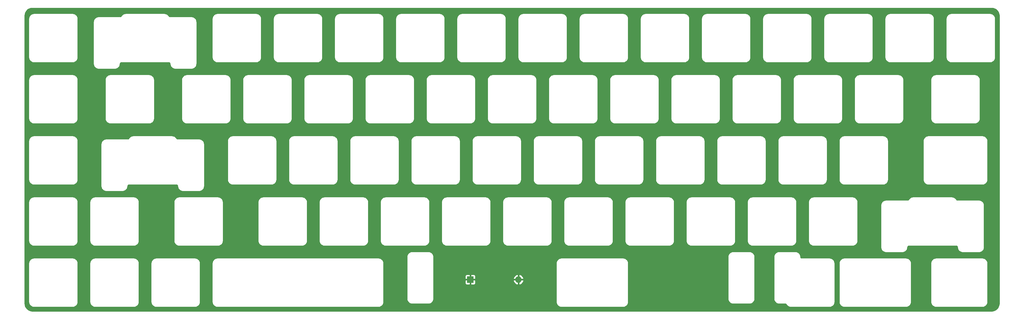
<source format=gbr>
G04 #@! TF.GenerationSoftware,KiCad,Pcbnew,(5.1.5-0-10_14)*
G04 #@! TF.CreationDate,2020-04-25T12:13:40-06:00*
G04 #@! TF.ProjectId,FR4plate,46523470-6c61-4746-952e-6b696361645f,rev?*
G04 #@! TF.SameCoordinates,Original*
G04 #@! TF.FileFunction,Copper,L1,Top*
G04 #@! TF.FilePolarity,Positive*
%FSLAX46Y46*%
G04 Gerber Fmt 4.6, Leading zero omitted, Abs format (unit mm)*
G04 Created by KiCad (PCBNEW (5.1.5-0-10_14)) date 2020-04-25 12:13:40*
%MOMM*%
%LPD*%
G04 APERTURE LIST*
%ADD10O,2.000000X2.000000*%
%ADD11R,2.000000X2.000000*%
%ADD12C,0.254000*%
G04 APERTURE END LIST*
D10*
X299480000Y-255778000D03*
D11*
X284480000Y-255778000D03*
D12*
G36*
X447318893Y-171205670D02*
G01*
X447755498Y-171337489D01*
X448158185Y-171551600D01*
X448511612Y-171839848D01*
X448802327Y-172191261D01*
X449019242Y-172592439D01*
X449154106Y-173028113D01*
X449205000Y-173512344D01*
X449205001Y-263190711D01*
X449157330Y-263676894D01*
X449025512Y-264113497D01*
X448811399Y-264516186D01*
X448523150Y-264869613D01*
X448171739Y-265160327D01*
X447770564Y-265377240D01*
X447334886Y-265512106D01*
X446850664Y-265563000D01*
X148097279Y-265563000D01*
X147611106Y-265515330D01*
X147174503Y-265383512D01*
X146771814Y-265169399D01*
X146418387Y-264881150D01*
X146127673Y-264529739D01*
X145910760Y-264128564D01*
X145775894Y-263692886D01*
X145725000Y-263208664D01*
X145725000Y-250665582D01*
X146930000Y-250665582D01*
X146930001Y-262730419D01*
X146932783Y-262758664D01*
X146932740Y-262764801D01*
X146933640Y-262773972D01*
X146954041Y-262968069D01*
X146966068Y-263026658D01*
X146977277Y-263085423D01*
X146979941Y-263094245D01*
X147037653Y-263280683D01*
X147060838Y-263335838D01*
X147083242Y-263391291D01*
X147087568Y-263399427D01*
X147180393Y-263571104D01*
X147213846Y-263620699D01*
X147246600Y-263670753D01*
X147252424Y-263677894D01*
X147376828Y-263828272D01*
X147419263Y-263870411D01*
X147461126Y-263913161D01*
X147468227Y-263919034D01*
X147619469Y-264042384D01*
X147669277Y-264075477D01*
X147718651Y-264109284D01*
X147726757Y-264113667D01*
X147899080Y-264205292D01*
X147954392Y-264228090D01*
X148009366Y-264251652D01*
X148018169Y-264254377D01*
X148205006Y-264310786D01*
X148263686Y-264322405D01*
X148322196Y-264334842D01*
X148331361Y-264335805D01*
X148525594Y-264354850D01*
X148525598Y-264354850D01*
X148557581Y-264358000D01*
X160622419Y-264358000D01*
X160650674Y-264355217D01*
X160656801Y-264355260D01*
X160665972Y-264354360D01*
X160860069Y-264333959D01*
X160918658Y-264321932D01*
X160977423Y-264310723D01*
X160986245Y-264308059D01*
X161172683Y-264250347D01*
X161227838Y-264227162D01*
X161283291Y-264204758D01*
X161291427Y-264200432D01*
X161463104Y-264107607D01*
X161512699Y-264074154D01*
X161562753Y-264041400D01*
X161569894Y-264035576D01*
X161720272Y-263911172D01*
X161762411Y-263868737D01*
X161805161Y-263826874D01*
X161811034Y-263819773D01*
X161934384Y-263668531D01*
X161967477Y-263618723D01*
X162001284Y-263569349D01*
X162005667Y-263561243D01*
X162097292Y-263388920D01*
X162120090Y-263333608D01*
X162143652Y-263278634D01*
X162146377Y-263269831D01*
X162202786Y-263082994D01*
X162214405Y-263024314D01*
X162226842Y-262965804D01*
X162227805Y-262956639D01*
X162246850Y-262762406D01*
X162246850Y-262762402D01*
X162250000Y-262730419D01*
X162250000Y-250665582D01*
X165980000Y-250665582D01*
X165980001Y-262730419D01*
X165982783Y-262758664D01*
X165982740Y-262764801D01*
X165983640Y-262773972D01*
X166004041Y-262968069D01*
X166016068Y-263026658D01*
X166027277Y-263085423D01*
X166029941Y-263094245D01*
X166087653Y-263280683D01*
X166110838Y-263335838D01*
X166133242Y-263391291D01*
X166137568Y-263399427D01*
X166230393Y-263571104D01*
X166263846Y-263620699D01*
X166296600Y-263670753D01*
X166302424Y-263677894D01*
X166426828Y-263828272D01*
X166469263Y-263870411D01*
X166511126Y-263913161D01*
X166518227Y-263919034D01*
X166669469Y-264042384D01*
X166719277Y-264075477D01*
X166768651Y-264109284D01*
X166776757Y-264113667D01*
X166949080Y-264205292D01*
X167004392Y-264228090D01*
X167059366Y-264251652D01*
X167068169Y-264254377D01*
X167255006Y-264310786D01*
X167313686Y-264322405D01*
X167372196Y-264334842D01*
X167381361Y-264335805D01*
X167575594Y-264354850D01*
X167575598Y-264354850D01*
X167607581Y-264358000D01*
X179672419Y-264358000D01*
X179700674Y-264355217D01*
X179706801Y-264355260D01*
X179715972Y-264354360D01*
X179910069Y-264333959D01*
X179968658Y-264321932D01*
X180027423Y-264310723D01*
X180036245Y-264308059D01*
X180222683Y-264250347D01*
X180277838Y-264227162D01*
X180333291Y-264204758D01*
X180341427Y-264200432D01*
X180513104Y-264107607D01*
X180562699Y-264074154D01*
X180612753Y-264041400D01*
X180619894Y-264035576D01*
X180770272Y-263911172D01*
X180812411Y-263868737D01*
X180855161Y-263826874D01*
X180861034Y-263819773D01*
X180984384Y-263668531D01*
X181017477Y-263618723D01*
X181051284Y-263569349D01*
X181055667Y-263561243D01*
X181147292Y-263388920D01*
X181170090Y-263333608D01*
X181193652Y-263278634D01*
X181196377Y-263269831D01*
X181252786Y-263082994D01*
X181264405Y-263024314D01*
X181276842Y-262965804D01*
X181277805Y-262956639D01*
X181296850Y-262762406D01*
X181296850Y-262762402D01*
X181300000Y-262730419D01*
X181300000Y-250665582D01*
X185030000Y-250665582D01*
X185030001Y-262730419D01*
X185032783Y-262758664D01*
X185032740Y-262764801D01*
X185033640Y-262773972D01*
X185054041Y-262968069D01*
X185066068Y-263026658D01*
X185077277Y-263085423D01*
X185079941Y-263094245D01*
X185137653Y-263280683D01*
X185160838Y-263335838D01*
X185183242Y-263391291D01*
X185187568Y-263399427D01*
X185280393Y-263571104D01*
X185313846Y-263620699D01*
X185346600Y-263670753D01*
X185352424Y-263677894D01*
X185476828Y-263828272D01*
X185519263Y-263870411D01*
X185561126Y-263913161D01*
X185568227Y-263919034D01*
X185719469Y-264042384D01*
X185769277Y-264075477D01*
X185818651Y-264109284D01*
X185826757Y-264113667D01*
X185999080Y-264205292D01*
X186054392Y-264228090D01*
X186109366Y-264251652D01*
X186118169Y-264254377D01*
X186305006Y-264310786D01*
X186363686Y-264322405D01*
X186422196Y-264334842D01*
X186431361Y-264335805D01*
X186625594Y-264354850D01*
X186625598Y-264354850D01*
X186657581Y-264358000D01*
X198722419Y-264358000D01*
X198750674Y-264355217D01*
X198756801Y-264355260D01*
X198765972Y-264354360D01*
X198960069Y-264333959D01*
X199018658Y-264321932D01*
X199077423Y-264310723D01*
X199086245Y-264308059D01*
X199272683Y-264250347D01*
X199327838Y-264227162D01*
X199383291Y-264204758D01*
X199391427Y-264200432D01*
X199563104Y-264107607D01*
X199612699Y-264074154D01*
X199662753Y-264041400D01*
X199669894Y-264035576D01*
X199820272Y-263911172D01*
X199862411Y-263868737D01*
X199905161Y-263826874D01*
X199911034Y-263819773D01*
X200034384Y-263668531D01*
X200067477Y-263618723D01*
X200101284Y-263569349D01*
X200105667Y-263561243D01*
X200197292Y-263388920D01*
X200220090Y-263333608D01*
X200243652Y-263278634D01*
X200246377Y-263269831D01*
X200302786Y-263082994D01*
X200314405Y-263024314D01*
X200326842Y-262965804D01*
X200327805Y-262956639D01*
X200346850Y-262762406D01*
X200346850Y-262762402D01*
X200350000Y-262730419D01*
X200350000Y-250665582D01*
X204080000Y-250665582D01*
X204080001Y-262730419D01*
X204082783Y-262758664D01*
X204082740Y-262764801D01*
X204083640Y-262773972D01*
X204104041Y-262968069D01*
X204116068Y-263026658D01*
X204127277Y-263085423D01*
X204129941Y-263094245D01*
X204187653Y-263280683D01*
X204210838Y-263335838D01*
X204233242Y-263391291D01*
X204237568Y-263399427D01*
X204330393Y-263571104D01*
X204363846Y-263620699D01*
X204396600Y-263670753D01*
X204402424Y-263677894D01*
X204526828Y-263828272D01*
X204569263Y-263870411D01*
X204611126Y-263913161D01*
X204618227Y-263919034D01*
X204769469Y-264042384D01*
X204819277Y-264075477D01*
X204868651Y-264109284D01*
X204876757Y-264113667D01*
X205049080Y-264205292D01*
X205104392Y-264228090D01*
X205159366Y-264251652D01*
X205168169Y-264254377D01*
X205355006Y-264310786D01*
X205413686Y-264322405D01*
X205472196Y-264334842D01*
X205481361Y-264335805D01*
X205675594Y-264354850D01*
X205675598Y-264354850D01*
X205707581Y-264358000D01*
X255872419Y-264358000D01*
X255900674Y-264355217D01*
X255906801Y-264355260D01*
X255915972Y-264354360D01*
X256110069Y-264333959D01*
X256168658Y-264321932D01*
X256227423Y-264310723D01*
X256236245Y-264308059D01*
X256422683Y-264250347D01*
X256477838Y-264227162D01*
X256533291Y-264204758D01*
X256541427Y-264200432D01*
X256713104Y-264107607D01*
X256762699Y-264074154D01*
X256812753Y-264041400D01*
X256819894Y-264035576D01*
X256970272Y-263911172D01*
X257012411Y-263868737D01*
X257055161Y-263826874D01*
X257061034Y-263819773D01*
X257184384Y-263668531D01*
X257217477Y-263618723D01*
X257251284Y-263569349D01*
X257255667Y-263561243D01*
X257347292Y-263388920D01*
X257370090Y-263333608D01*
X257393652Y-263278634D01*
X257396377Y-263269831D01*
X257452786Y-263082994D01*
X257464405Y-263024314D01*
X257476842Y-262965804D01*
X257477805Y-262956639D01*
X257496850Y-262762406D01*
X257496850Y-262762402D01*
X257500000Y-262730419D01*
X257500000Y-250665581D01*
X257497217Y-250637326D01*
X257497260Y-250631199D01*
X257496360Y-250622028D01*
X257475959Y-250427931D01*
X257463934Y-250369348D01*
X257452723Y-250310577D01*
X257450059Y-250301755D01*
X257392347Y-250115317D01*
X257369162Y-250060162D01*
X257346758Y-250004709D01*
X257342432Y-249996573D01*
X257249607Y-249824896D01*
X257216139Y-249775278D01*
X257183400Y-249725247D01*
X257177576Y-249718106D01*
X257053172Y-249567728D01*
X257010737Y-249525589D01*
X256968874Y-249482839D01*
X256961773Y-249476966D01*
X256810531Y-249353616D01*
X256760738Y-249320534D01*
X256711349Y-249286716D01*
X256703243Y-249282333D01*
X256530921Y-249190708D01*
X256475606Y-249167909D01*
X256420634Y-249144348D01*
X256411831Y-249141623D01*
X256224995Y-249085214D01*
X256166307Y-249073594D01*
X256107804Y-249061158D01*
X256098639Y-249060195D01*
X255904405Y-249041150D01*
X255904402Y-249041150D01*
X255872419Y-249038000D01*
X205707581Y-249038000D01*
X205679326Y-249040783D01*
X205673199Y-249040740D01*
X205664028Y-249041640D01*
X205469931Y-249062041D01*
X205411348Y-249074066D01*
X205352577Y-249085277D01*
X205343755Y-249087941D01*
X205157317Y-249145653D01*
X205102162Y-249168838D01*
X205046709Y-249191242D01*
X205038573Y-249195568D01*
X204866896Y-249288393D01*
X204817278Y-249321861D01*
X204767247Y-249354600D01*
X204760106Y-249360424D01*
X204609728Y-249484828D01*
X204567589Y-249527263D01*
X204524839Y-249569126D01*
X204518966Y-249576227D01*
X204395616Y-249727469D01*
X204362534Y-249777262D01*
X204328716Y-249826651D01*
X204324333Y-249834757D01*
X204232708Y-250007079D01*
X204209909Y-250062394D01*
X204186348Y-250117366D01*
X204183623Y-250126169D01*
X204127214Y-250313005D01*
X204115594Y-250371693D01*
X204103158Y-250430196D01*
X204102195Y-250439361D01*
X204083150Y-250633595D01*
X204080000Y-250665582D01*
X200350000Y-250665582D01*
X200350000Y-250665581D01*
X200347217Y-250637326D01*
X200347260Y-250631199D01*
X200346360Y-250622028D01*
X200325959Y-250427931D01*
X200313934Y-250369348D01*
X200302723Y-250310577D01*
X200300059Y-250301755D01*
X200242347Y-250115317D01*
X200219162Y-250060162D01*
X200196758Y-250004709D01*
X200192432Y-249996573D01*
X200099607Y-249824896D01*
X200066139Y-249775278D01*
X200033400Y-249725247D01*
X200027576Y-249718106D01*
X199903172Y-249567728D01*
X199860737Y-249525589D01*
X199818874Y-249482839D01*
X199811773Y-249476966D01*
X199660531Y-249353616D01*
X199610738Y-249320534D01*
X199561349Y-249286716D01*
X199553243Y-249282333D01*
X199380921Y-249190708D01*
X199325606Y-249167909D01*
X199270634Y-249144348D01*
X199261831Y-249141623D01*
X199074995Y-249085214D01*
X199016307Y-249073594D01*
X198957804Y-249061158D01*
X198948639Y-249060195D01*
X198754405Y-249041150D01*
X198754402Y-249041150D01*
X198722419Y-249038000D01*
X186657581Y-249038000D01*
X186629326Y-249040783D01*
X186623199Y-249040740D01*
X186614028Y-249041640D01*
X186419931Y-249062041D01*
X186361348Y-249074066D01*
X186302577Y-249085277D01*
X186293755Y-249087941D01*
X186107317Y-249145653D01*
X186052162Y-249168838D01*
X185996709Y-249191242D01*
X185988573Y-249195568D01*
X185816896Y-249288393D01*
X185767278Y-249321861D01*
X185717247Y-249354600D01*
X185710106Y-249360424D01*
X185559728Y-249484828D01*
X185517589Y-249527263D01*
X185474839Y-249569126D01*
X185468966Y-249576227D01*
X185345616Y-249727469D01*
X185312534Y-249777262D01*
X185278716Y-249826651D01*
X185274333Y-249834757D01*
X185182708Y-250007079D01*
X185159909Y-250062394D01*
X185136348Y-250117366D01*
X185133623Y-250126169D01*
X185077214Y-250313005D01*
X185065594Y-250371693D01*
X185053158Y-250430196D01*
X185052195Y-250439361D01*
X185033150Y-250633595D01*
X185030000Y-250665582D01*
X181300000Y-250665582D01*
X181300000Y-250665581D01*
X181297217Y-250637326D01*
X181297260Y-250631199D01*
X181296360Y-250622028D01*
X181275959Y-250427931D01*
X181263934Y-250369348D01*
X181252723Y-250310577D01*
X181250059Y-250301755D01*
X181192347Y-250115317D01*
X181169162Y-250060162D01*
X181146758Y-250004709D01*
X181142432Y-249996573D01*
X181049607Y-249824896D01*
X181016139Y-249775278D01*
X180983400Y-249725247D01*
X180977576Y-249718106D01*
X180853172Y-249567728D01*
X180810737Y-249525589D01*
X180768874Y-249482839D01*
X180761773Y-249476966D01*
X180610531Y-249353616D01*
X180560738Y-249320534D01*
X180511349Y-249286716D01*
X180503243Y-249282333D01*
X180330921Y-249190708D01*
X180275606Y-249167909D01*
X180220634Y-249144348D01*
X180211831Y-249141623D01*
X180024995Y-249085214D01*
X179966307Y-249073594D01*
X179907804Y-249061158D01*
X179898639Y-249060195D01*
X179704405Y-249041150D01*
X179704402Y-249041150D01*
X179672419Y-249038000D01*
X167607581Y-249038000D01*
X167579326Y-249040783D01*
X167573199Y-249040740D01*
X167564028Y-249041640D01*
X167369931Y-249062041D01*
X167311348Y-249074066D01*
X167252577Y-249085277D01*
X167243755Y-249087941D01*
X167057317Y-249145653D01*
X167002162Y-249168838D01*
X166946709Y-249191242D01*
X166938573Y-249195568D01*
X166766896Y-249288393D01*
X166717278Y-249321861D01*
X166667247Y-249354600D01*
X166660106Y-249360424D01*
X166509728Y-249484828D01*
X166467589Y-249527263D01*
X166424839Y-249569126D01*
X166418966Y-249576227D01*
X166295616Y-249727469D01*
X166262534Y-249777262D01*
X166228716Y-249826651D01*
X166224333Y-249834757D01*
X166132708Y-250007079D01*
X166109909Y-250062394D01*
X166086348Y-250117366D01*
X166083623Y-250126169D01*
X166027214Y-250313005D01*
X166015594Y-250371693D01*
X166003158Y-250430196D01*
X166002195Y-250439361D01*
X165983150Y-250633595D01*
X165980000Y-250665582D01*
X162250000Y-250665582D01*
X162250000Y-250665581D01*
X162247217Y-250637326D01*
X162247260Y-250631199D01*
X162246360Y-250622028D01*
X162225959Y-250427931D01*
X162213934Y-250369348D01*
X162202723Y-250310577D01*
X162200059Y-250301755D01*
X162142347Y-250115317D01*
X162119162Y-250060162D01*
X162096758Y-250004709D01*
X162092432Y-249996573D01*
X161999607Y-249824896D01*
X161966139Y-249775278D01*
X161933400Y-249725247D01*
X161927576Y-249718106D01*
X161803172Y-249567728D01*
X161760737Y-249525589D01*
X161718874Y-249482839D01*
X161711773Y-249476966D01*
X161560531Y-249353616D01*
X161510738Y-249320534D01*
X161461349Y-249286716D01*
X161453243Y-249282333D01*
X161280921Y-249190708D01*
X161225606Y-249167909D01*
X161170634Y-249144348D01*
X161161831Y-249141623D01*
X160974995Y-249085214D01*
X160916307Y-249073594D01*
X160857804Y-249061158D01*
X160848639Y-249060195D01*
X160654405Y-249041150D01*
X160654402Y-249041150D01*
X160622419Y-249038000D01*
X148557581Y-249038000D01*
X148529326Y-249040783D01*
X148523199Y-249040740D01*
X148514028Y-249041640D01*
X148319931Y-249062041D01*
X148261348Y-249074066D01*
X148202577Y-249085277D01*
X148193755Y-249087941D01*
X148007317Y-249145653D01*
X147952162Y-249168838D01*
X147896709Y-249191242D01*
X147888573Y-249195568D01*
X147716896Y-249288393D01*
X147667278Y-249321861D01*
X147617247Y-249354600D01*
X147610106Y-249360424D01*
X147459728Y-249484828D01*
X147417589Y-249527263D01*
X147374839Y-249569126D01*
X147368966Y-249576227D01*
X147245616Y-249727469D01*
X147212534Y-249777262D01*
X147178716Y-249826651D01*
X147174333Y-249834757D01*
X147082708Y-250007079D01*
X147059909Y-250062394D01*
X147036348Y-250117366D01*
X147033623Y-250126169D01*
X146977214Y-250313005D01*
X146965594Y-250371693D01*
X146953158Y-250430196D01*
X146952195Y-250439361D01*
X146933150Y-250633595D01*
X146930000Y-250665582D01*
X145725000Y-250665582D01*
X145725000Y-248665582D01*
X264730000Y-248665582D01*
X264730001Y-261730419D01*
X264732783Y-261758664D01*
X264732740Y-261764801D01*
X264733640Y-261773972D01*
X264754041Y-261968069D01*
X264766068Y-262026658D01*
X264777277Y-262085423D01*
X264779941Y-262094245D01*
X264837653Y-262280683D01*
X264860838Y-262335838D01*
X264883242Y-262391291D01*
X264887568Y-262399427D01*
X264980393Y-262571104D01*
X265013846Y-262620699D01*
X265046600Y-262670753D01*
X265052424Y-262677894D01*
X265176828Y-262828272D01*
X265219263Y-262870411D01*
X265261126Y-262913161D01*
X265268227Y-262919034D01*
X265419469Y-263042384D01*
X265469277Y-263075477D01*
X265518651Y-263109284D01*
X265526757Y-263113667D01*
X265699080Y-263205292D01*
X265754392Y-263228090D01*
X265809366Y-263251652D01*
X265818169Y-263254377D01*
X266005006Y-263310786D01*
X266063686Y-263322405D01*
X266122196Y-263334842D01*
X266131361Y-263335805D01*
X266325594Y-263354850D01*
X266325598Y-263354850D01*
X266357581Y-263358000D01*
X271422419Y-263358000D01*
X271450674Y-263355217D01*
X271456801Y-263355260D01*
X271465972Y-263354360D01*
X271660069Y-263333959D01*
X271718658Y-263321932D01*
X271777423Y-263310723D01*
X271786245Y-263308059D01*
X271972683Y-263250347D01*
X272027838Y-263227162D01*
X272083291Y-263204758D01*
X272091427Y-263200432D01*
X272263104Y-263107607D01*
X272312699Y-263074154D01*
X272362753Y-263041400D01*
X272369894Y-263035576D01*
X272520272Y-262911172D01*
X272562411Y-262868737D01*
X272605161Y-262826874D01*
X272611034Y-262819773D01*
X272734384Y-262668531D01*
X272767477Y-262618723D01*
X272801284Y-262569349D01*
X272805667Y-262561243D01*
X272897292Y-262388920D01*
X272920090Y-262333608D01*
X272943652Y-262278634D01*
X272946377Y-262269831D01*
X273002786Y-262082994D01*
X273014405Y-262024314D01*
X273026842Y-261965804D01*
X273027805Y-261956639D01*
X273046850Y-261762406D01*
X273046850Y-261762402D01*
X273050000Y-261730419D01*
X273050000Y-256778000D01*
X282841928Y-256778000D01*
X282854188Y-256902482D01*
X282890498Y-257022180D01*
X282949463Y-257132494D01*
X283028815Y-257229185D01*
X283125506Y-257308537D01*
X283235820Y-257367502D01*
X283355518Y-257403812D01*
X283480000Y-257416072D01*
X284194250Y-257413000D01*
X284353000Y-257254250D01*
X284353000Y-255905000D01*
X284607000Y-255905000D01*
X284607000Y-257254250D01*
X284765750Y-257413000D01*
X285480000Y-257416072D01*
X285604482Y-257403812D01*
X285724180Y-257367502D01*
X285834494Y-257308537D01*
X285931185Y-257229185D01*
X286010537Y-257132494D01*
X286069502Y-257022180D01*
X286105812Y-256902482D01*
X286118072Y-256778000D01*
X286115408Y-256158434D01*
X297889876Y-256158434D01*
X297946498Y-256345107D01*
X298086601Y-256633382D01*
X298280252Y-256888785D01*
X298520008Y-257101501D01*
X298796656Y-257263356D01*
X299099565Y-257368129D01*
X299353000Y-257249315D01*
X299353000Y-255905000D01*
X299607000Y-255905000D01*
X299607000Y-257249315D01*
X299860435Y-257368129D01*
X300163344Y-257263356D01*
X300439992Y-257101501D01*
X300679748Y-256888785D01*
X300873399Y-256633382D01*
X301013502Y-256345107D01*
X301070124Y-256158434D01*
X300950777Y-255905000D01*
X299607000Y-255905000D01*
X299353000Y-255905000D01*
X298009223Y-255905000D01*
X297889876Y-256158434D01*
X286115408Y-256158434D01*
X286115000Y-256063750D01*
X285956250Y-255905000D01*
X284607000Y-255905000D01*
X284353000Y-255905000D01*
X283003750Y-255905000D01*
X282845000Y-256063750D01*
X282841928Y-256778000D01*
X273050000Y-256778000D01*
X273050000Y-254778000D01*
X282841928Y-254778000D01*
X282845000Y-255492250D01*
X283003750Y-255651000D01*
X284353000Y-255651000D01*
X284353000Y-254301750D01*
X284607000Y-254301750D01*
X284607000Y-255651000D01*
X285956250Y-255651000D01*
X286115000Y-255492250D01*
X286115407Y-255397566D01*
X297889876Y-255397566D01*
X298009223Y-255651000D01*
X299353000Y-255651000D01*
X299353000Y-254306685D01*
X299607000Y-254306685D01*
X299607000Y-255651000D01*
X300950777Y-255651000D01*
X301070124Y-255397566D01*
X301013502Y-255210893D01*
X300873399Y-254922618D01*
X300679748Y-254667215D01*
X300439992Y-254454499D01*
X300163344Y-254292644D01*
X299860435Y-254187871D01*
X299607000Y-254306685D01*
X299353000Y-254306685D01*
X299099565Y-254187871D01*
X298796656Y-254292644D01*
X298520008Y-254454499D01*
X298280252Y-254667215D01*
X298086601Y-254922618D01*
X297946498Y-255210893D01*
X297889876Y-255397566D01*
X286115407Y-255397566D01*
X286118072Y-254778000D01*
X286105812Y-254653518D01*
X286069502Y-254533820D01*
X286010537Y-254423506D01*
X285931185Y-254326815D01*
X285834494Y-254247463D01*
X285724180Y-254188498D01*
X285604482Y-254152188D01*
X285480000Y-254139928D01*
X284765750Y-254143000D01*
X284607000Y-254301750D01*
X284353000Y-254301750D01*
X284194250Y-254143000D01*
X283480000Y-254139928D01*
X283355518Y-254152188D01*
X283235820Y-254188498D01*
X283125506Y-254247463D01*
X283028815Y-254326815D01*
X282949463Y-254423506D01*
X282890498Y-254533820D01*
X282854188Y-254653518D01*
X282841928Y-254778000D01*
X273050000Y-254778000D01*
X273050000Y-250665582D01*
X311236000Y-250665582D01*
X311236001Y-262730419D01*
X311238783Y-262758664D01*
X311238740Y-262764801D01*
X311239640Y-262773972D01*
X311260041Y-262968069D01*
X311272068Y-263026658D01*
X311283277Y-263085423D01*
X311285941Y-263094245D01*
X311343653Y-263280683D01*
X311366838Y-263335838D01*
X311389242Y-263391291D01*
X311393568Y-263399427D01*
X311486393Y-263571104D01*
X311519846Y-263620699D01*
X311552600Y-263670753D01*
X311558424Y-263677894D01*
X311682828Y-263828272D01*
X311725263Y-263870411D01*
X311767126Y-263913161D01*
X311774227Y-263919034D01*
X311925469Y-264042384D01*
X311975277Y-264075477D01*
X312024651Y-264109284D01*
X312032757Y-264113667D01*
X312205080Y-264205292D01*
X312260392Y-264228090D01*
X312315366Y-264251652D01*
X312324169Y-264254377D01*
X312511006Y-264310786D01*
X312569686Y-264322405D01*
X312628196Y-264334842D01*
X312637361Y-264335805D01*
X312831594Y-264354850D01*
X312831598Y-264354850D01*
X312863581Y-264358000D01*
X332072419Y-264358000D01*
X332100674Y-264355217D01*
X332106801Y-264355260D01*
X332115972Y-264354360D01*
X332310069Y-264333959D01*
X332368658Y-264321932D01*
X332427423Y-264310723D01*
X332436245Y-264308059D01*
X332622683Y-264250347D01*
X332677838Y-264227162D01*
X332733291Y-264204758D01*
X332741427Y-264200432D01*
X332913104Y-264107607D01*
X332962699Y-264074154D01*
X333012753Y-264041400D01*
X333019894Y-264035576D01*
X333170272Y-263911172D01*
X333212411Y-263868737D01*
X333255161Y-263826874D01*
X333261034Y-263819773D01*
X333384384Y-263668531D01*
X333417477Y-263618723D01*
X333451284Y-263569349D01*
X333455667Y-263561243D01*
X333547292Y-263388920D01*
X333570090Y-263333608D01*
X333593652Y-263278634D01*
X333596377Y-263269831D01*
X333652786Y-263082994D01*
X333664405Y-263024314D01*
X333676842Y-262965804D01*
X333677805Y-262956639D01*
X333696850Y-262762406D01*
X333696850Y-262762402D01*
X333700000Y-262730419D01*
X333700000Y-250665581D01*
X333697217Y-250637326D01*
X333697260Y-250631199D01*
X333696360Y-250622028D01*
X333675959Y-250427931D01*
X333663934Y-250369348D01*
X333652723Y-250310577D01*
X333650059Y-250301755D01*
X333592347Y-250115317D01*
X333569162Y-250060162D01*
X333546758Y-250004709D01*
X333542432Y-249996573D01*
X333449607Y-249824896D01*
X333416139Y-249775278D01*
X333383400Y-249725247D01*
X333377576Y-249718106D01*
X333253172Y-249567728D01*
X333210737Y-249525589D01*
X333168874Y-249482839D01*
X333161773Y-249476966D01*
X333010531Y-249353616D01*
X332960738Y-249320534D01*
X332911349Y-249286716D01*
X332903243Y-249282333D01*
X332730921Y-249190708D01*
X332675606Y-249167909D01*
X332620634Y-249144348D01*
X332611831Y-249141623D01*
X332424995Y-249085214D01*
X332366307Y-249073594D01*
X332307804Y-249061158D01*
X332298639Y-249060195D01*
X332104405Y-249041150D01*
X332104402Y-249041150D01*
X332072419Y-249038000D01*
X312863581Y-249038000D01*
X312835326Y-249040783D01*
X312829199Y-249040740D01*
X312820028Y-249041640D01*
X312625931Y-249062041D01*
X312567348Y-249074066D01*
X312508577Y-249085277D01*
X312499755Y-249087941D01*
X312313317Y-249145653D01*
X312258162Y-249168838D01*
X312202709Y-249191242D01*
X312194573Y-249195568D01*
X312022896Y-249288393D01*
X311973278Y-249321861D01*
X311923247Y-249354600D01*
X311916106Y-249360424D01*
X311765728Y-249484828D01*
X311723589Y-249527263D01*
X311680839Y-249569126D01*
X311674966Y-249576227D01*
X311551616Y-249727469D01*
X311518534Y-249777262D01*
X311484716Y-249826651D01*
X311480333Y-249834757D01*
X311388708Y-250007079D01*
X311365909Y-250062394D01*
X311342348Y-250117366D01*
X311339623Y-250126169D01*
X311283214Y-250313005D01*
X311271594Y-250371693D01*
X311259158Y-250430196D01*
X311258195Y-250439361D01*
X311239150Y-250633595D01*
X311236000Y-250665582D01*
X273050000Y-250665582D01*
X273050000Y-248665582D01*
X364736000Y-248665582D01*
X364736001Y-261730419D01*
X364738783Y-261758664D01*
X364738740Y-261764801D01*
X364739640Y-261773972D01*
X364760041Y-261968069D01*
X364772068Y-262026658D01*
X364783277Y-262085423D01*
X364785941Y-262094245D01*
X364843653Y-262280683D01*
X364866838Y-262335838D01*
X364889242Y-262391291D01*
X364893568Y-262399427D01*
X364986393Y-262571104D01*
X365019846Y-262620699D01*
X365052600Y-262670753D01*
X365058424Y-262677894D01*
X365182828Y-262828272D01*
X365225263Y-262870411D01*
X365267126Y-262913161D01*
X365274227Y-262919034D01*
X365425469Y-263042384D01*
X365475277Y-263075477D01*
X365524651Y-263109284D01*
X365532757Y-263113667D01*
X365705080Y-263205292D01*
X365760392Y-263228090D01*
X365815366Y-263251652D01*
X365824169Y-263254377D01*
X366011006Y-263310786D01*
X366069686Y-263322405D01*
X366128196Y-263334842D01*
X366137361Y-263335805D01*
X366331594Y-263354850D01*
X366331598Y-263354850D01*
X366363581Y-263358000D01*
X371428419Y-263358000D01*
X371456674Y-263355217D01*
X371462801Y-263355260D01*
X371471972Y-263354360D01*
X371666069Y-263333959D01*
X371724658Y-263321932D01*
X371783423Y-263310723D01*
X371792245Y-263308059D01*
X371978683Y-263250347D01*
X372033838Y-263227162D01*
X372089291Y-263204758D01*
X372097427Y-263200432D01*
X372269104Y-263107607D01*
X372318699Y-263074154D01*
X372368753Y-263041400D01*
X372375894Y-263035576D01*
X372526272Y-262911172D01*
X372568411Y-262868737D01*
X372611161Y-262826874D01*
X372617034Y-262819773D01*
X372740384Y-262668531D01*
X372773477Y-262618723D01*
X372807284Y-262569349D01*
X372811667Y-262561243D01*
X372903292Y-262388920D01*
X372926090Y-262333608D01*
X372949652Y-262278634D01*
X372952377Y-262269831D01*
X373008786Y-262082994D01*
X373020405Y-262024314D01*
X373032842Y-261965804D01*
X373033805Y-261956639D01*
X373052850Y-261762406D01*
X373052850Y-261762402D01*
X373056000Y-261730419D01*
X373056000Y-248665582D01*
X379030000Y-248665582D01*
X379030001Y-261730419D01*
X379032783Y-261758664D01*
X379032740Y-261764801D01*
X379033640Y-261773972D01*
X379054041Y-261968069D01*
X379066068Y-262026658D01*
X379077277Y-262085423D01*
X379079941Y-262094245D01*
X379137653Y-262280683D01*
X379160838Y-262335838D01*
X379183242Y-262391291D01*
X379187568Y-262399427D01*
X379280393Y-262571104D01*
X379313846Y-262620699D01*
X379346600Y-262670753D01*
X379352424Y-262677894D01*
X379476828Y-262828272D01*
X379519263Y-262870411D01*
X379561126Y-262913161D01*
X379568227Y-262919034D01*
X379719469Y-263042384D01*
X379769277Y-263075477D01*
X379818651Y-263109284D01*
X379826757Y-263113667D01*
X379999080Y-263205292D01*
X380054392Y-263228090D01*
X380109366Y-263251652D01*
X380118169Y-263254377D01*
X380305006Y-263310786D01*
X380363686Y-263322405D01*
X380422196Y-263334842D01*
X380431361Y-263335805D01*
X380625594Y-263354850D01*
X380625598Y-263354850D01*
X380657581Y-263358000D01*
X382569486Y-263358000D01*
X382667417Y-263367601D01*
X382730348Y-263386600D01*
X382788384Y-263417457D01*
X382839326Y-263459004D01*
X382894537Y-263525741D01*
X382908294Y-263547756D01*
X382945282Y-263606947D01*
X382969184Y-263637983D01*
X382990631Y-263670757D01*
X382996455Y-263677898D01*
X383120858Y-263828271D01*
X383163282Y-263870398D01*
X383205156Y-263913158D01*
X383212256Y-263919031D01*
X383363496Y-264042377D01*
X383413280Y-264075452D01*
X383462680Y-264109277D01*
X383470787Y-264113659D01*
X383643106Y-264205280D01*
X383698414Y-264228076D01*
X383753396Y-264251640D01*
X383762199Y-264254365D01*
X383949032Y-264310770D01*
X384007708Y-264322387D01*
X384066222Y-264334824D01*
X384075386Y-264335787D01*
X384219230Y-264349889D01*
X384301581Y-264358000D01*
X396366419Y-264358000D01*
X396394674Y-264355217D01*
X396400801Y-264355260D01*
X396409972Y-264354360D01*
X396604069Y-264333959D01*
X396662658Y-264321932D01*
X396721423Y-264310723D01*
X396730245Y-264308059D01*
X396916683Y-264250347D01*
X396971838Y-264227162D01*
X397027291Y-264204758D01*
X397035427Y-264200432D01*
X397207104Y-264107607D01*
X397256699Y-264074154D01*
X397306753Y-264041400D01*
X397313894Y-264035576D01*
X397464272Y-263911172D01*
X397506411Y-263868737D01*
X397549161Y-263826874D01*
X397555034Y-263819773D01*
X397678384Y-263668531D01*
X397711477Y-263618723D01*
X397745284Y-263569349D01*
X397749667Y-263561243D01*
X397841292Y-263388920D01*
X397864090Y-263333608D01*
X397887652Y-263278634D01*
X397890377Y-263269831D01*
X397946786Y-263082994D01*
X397958405Y-263024314D01*
X397970842Y-262965804D01*
X397971805Y-262956639D01*
X397990850Y-262762406D01*
X397990850Y-262762402D01*
X397994000Y-262730419D01*
X397994000Y-250665582D01*
X399342000Y-250665582D01*
X399342001Y-262730419D01*
X399344783Y-262758664D01*
X399344740Y-262764801D01*
X399345640Y-262773972D01*
X399366041Y-262968069D01*
X399378068Y-263026658D01*
X399389277Y-263085423D01*
X399391941Y-263094245D01*
X399449653Y-263280683D01*
X399472838Y-263335838D01*
X399495242Y-263391291D01*
X399499568Y-263399427D01*
X399592393Y-263571104D01*
X399625846Y-263620699D01*
X399658600Y-263670753D01*
X399664424Y-263677894D01*
X399788828Y-263828272D01*
X399831263Y-263870411D01*
X399873126Y-263913161D01*
X399880227Y-263919034D01*
X400031469Y-264042384D01*
X400081277Y-264075477D01*
X400130651Y-264109284D01*
X400138757Y-264113667D01*
X400311080Y-264205292D01*
X400366392Y-264228090D01*
X400421366Y-264251652D01*
X400430169Y-264254377D01*
X400617006Y-264310786D01*
X400675686Y-264322405D01*
X400734196Y-264334842D01*
X400743361Y-264335805D01*
X400937594Y-264354850D01*
X400937598Y-264354850D01*
X400969581Y-264358000D01*
X420178419Y-264358000D01*
X420206674Y-264355217D01*
X420212801Y-264355260D01*
X420221972Y-264354360D01*
X420416069Y-264333959D01*
X420474658Y-264321932D01*
X420533423Y-264310723D01*
X420542245Y-264308059D01*
X420728683Y-264250347D01*
X420783838Y-264227162D01*
X420839291Y-264204758D01*
X420847427Y-264200432D01*
X421019104Y-264107607D01*
X421068699Y-264074154D01*
X421118753Y-264041400D01*
X421125894Y-264035576D01*
X421276272Y-263911172D01*
X421318411Y-263868737D01*
X421361161Y-263826874D01*
X421367034Y-263819773D01*
X421490384Y-263668531D01*
X421523477Y-263618723D01*
X421557284Y-263569349D01*
X421561667Y-263561243D01*
X421653292Y-263388920D01*
X421676090Y-263333608D01*
X421699652Y-263278634D01*
X421702377Y-263269831D01*
X421758786Y-263082994D01*
X421770405Y-263024314D01*
X421782842Y-262965804D01*
X421783805Y-262956639D01*
X421802850Y-262762406D01*
X421802850Y-262762402D01*
X421806000Y-262730419D01*
X421806000Y-250665582D01*
X427917000Y-250665582D01*
X427917001Y-262730419D01*
X427919783Y-262758664D01*
X427919740Y-262764801D01*
X427920640Y-262773972D01*
X427941041Y-262968069D01*
X427953068Y-263026658D01*
X427964277Y-263085423D01*
X427966941Y-263094245D01*
X428024653Y-263280683D01*
X428047838Y-263335838D01*
X428070242Y-263391291D01*
X428074568Y-263399427D01*
X428167393Y-263571104D01*
X428200846Y-263620699D01*
X428233600Y-263670753D01*
X428239424Y-263677894D01*
X428363828Y-263828272D01*
X428406263Y-263870411D01*
X428448126Y-263913161D01*
X428455227Y-263919034D01*
X428606469Y-264042384D01*
X428656277Y-264075477D01*
X428705651Y-264109284D01*
X428713757Y-264113667D01*
X428886080Y-264205292D01*
X428941392Y-264228090D01*
X428996366Y-264251652D01*
X429005169Y-264254377D01*
X429192006Y-264310786D01*
X429250686Y-264322405D01*
X429309196Y-264334842D01*
X429318361Y-264335805D01*
X429512594Y-264354850D01*
X429512598Y-264354850D01*
X429544581Y-264358000D01*
X443991419Y-264358000D01*
X444019674Y-264355217D01*
X444025801Y-264355260D01*
X444034972Y-264354360D01*
X444229069Y-264333959D01*
X444287658Y-264321932D01*
X444346423Y-264310723D01*
X444355245Y-264308059D01*
X444541683Y-264250347D01*
X444596838Y-264227162D01*
X444652291Y-264204758D01*
X444660427Y-264200432D01*
X444832104Y-264107607D01*
X444881699Y-264074154D01*
X444931753Y-264041400D01*
X444938894Y-264035576D01*
X445089272Y-263911172D01*
X445131411Y-263868737D01*
X445174161Y-263826874D01*
X445180034Y-263819773D01*
X445303384Y-263668531D01*
X445336477Y-263618723D01*
X445370284Y-263569349D01*
X445374667Y-263561243D01*
X445466292Y-263388920D01*
X445489090Y-263333608D01*
X445512652Y-263278634D01*
X445515377Y-263269831D01*
X445571786Y-263082994D01*
X445583405Y-263024314D01*
X445595842Y-262965804D01*
X445596805Y-262956639D01*
X445615850Y-262762406D01*
X445615850Y-262762402D01*
X445619000Y-262730419D01*
X445619000Y-250665581D01*
X445616217Y-250637326D01*
X445616260Y-250631199D01*
X445615360Y-250622028D01*
X445594959Y-250427931D01*
X445582934Y-250369348D01*
X445571723Y-250310577D01*
X445569059Y-250301755D01*
X445511347Y-250115317D01*
X445488162Y-250060162D01*
X445465758Y-250004709D01*
X445461432Y-249996573D01*
X445368607Y-249824896D01*
X445335139Y-249775278D01*
X445302400Y-249725247D01*
X445296576Y-249718106D01*
X445172172Y-249567728D01*
X445129737Y-249525589D01*
X445087874Y-249482839D01*
X445080773Y-249476966D01*
X444929531Y-249353616D01*
X444879738Y-249320534D01*
X444830349Y-249286716D01*
X444822243Y-249282333D01*
X444649921Y-249190708D01*
X444594606Y-249167909D01*
X444539634Y-249144348D01*
X444530831Y-249141623D01*
X444343995Y-249085214D01*
X444285307Y-249073594D01*
X444226804Y-249061158D01*
X444217639Y-249060195D01*
X444023405Y-249041150D01*
X444023402Y-249041150D01*
X443991419Y-249038000D01*
X429544581Y-249038000D01*
X429516326Y-249040783D01*
X429510199Y-249040740D01*
X429501028Y-249041640D01*
X429306931Y-249062041D01*
X429248348Y-249074066D01*
X429189577Y-249085277D01*
X429180755Y-249087941D01*
X428994317Y-249145653D01*
X428939162Y-249168838D01*
X428883709Y-249191242D01*
X428875573Y-249195568D01*
X428703896Y-249288393D01*
X428654278Y-249321861D01*
X428604247Y-249354600D01*
X428597106Y-249360424D01*
X428446728Y-249484828D01*
X428404589Y-249527263D01*
X428361839Y-249569126D01*
X428355966Y-249576227D01*
X428232616Y-249727469D01*
X428199534Y-249777262D01*
X428165716Y-249826651D01*
X428161333Y-249834757D01*
X428069708Y-250007079D01*
X428046909Y-250062394D01*
X428023348Y-250117366D01*
X428020623Y-250126169D01*
X427964214Y-250313005D01*
X427952594Y-250371693D01*
X427940158Y-250430196D01*
X427939195Y-250439361D01*
X427920150Y-250633595D01*
X427917000Y-250665582D01*
X421806000Y-250665582D01*
X421806000Y-250665581D01*
X421803217Y-250637326D01*
X421803260Y-250631199D01*
X421802360Y-250622028D01*
X421781959Y-250427931D01*
X421769934Y-250369348D01*
X421758723Y-250310577D01*
X421756059Y-250301755D01*
X421698347Y-250115317D01*
X421675162Y-250060162D01*
X421652758Y-250004709D01*
X421648432Y-249996573D01*
X421555607Y-249824896D01*
X421522139Y-249775278D01*
X421489400Y-249725247D01*
X421483576Y-249718106D01*
X421359172Y-249567728D01*
X421316737Y-249525589D01*
X421274874Y-249482839D01*
X421267773Y-249476966D01*
X421116531Y-249353616D01*
X421066738Y-249320534D01*
X421017349Y-249286716D01*
X421009243Y-249282333D01*
X420836921Y-249190708D01*
X420781606Y-249167909D01*
X420726634Y-249144348D01*
X420717831Y-249141623D01*
X420530995Y-249085214D01*
X420472307Y-249073594D01*
X420413804Y-249061158D01*
X420404639Y-249060195D01*
X420210405Y-249041150D01*
X420210402Y-249041150D01*
X420178419Y-249038000D01*
X400969581Y-249038000D01*
X400941326Y-249040783D01*
X400935199Y-249040740D01*
X400926028Y-249041640D01*
X400731931Y-249062041D01*
X400673348Y-249074066D01*
X400614577Y-249085277D01*
X400605755Y-249087941D01*
X400419317Y-249145653D01*
X400364162Y-249168838D01*
X400308709Y-249191242D01*
X400300573Y-249195568D01*
X400128896Y-249288393D01*
X400079278Y-249321861D01*
X400029247Y-249354600D01*
X400022106Y-249360424D01*
X399871728Y-249484828D01*
X399829589Y-249527263D01*
X399786839Y-249569126D01*
X399780966Y-249576227D01*
X399657616Y-249727469D01*
X399624534Y-249777262D01*
X399590716Y-249826651D01*
X399586333Y-249834757D01*
X399494708Y-250007079D01*
X399471909Y-250062394D01*
X399448348Y-250117366D01*
X399445623Y-250126169D01*
X399389214Y-250313005D01*
X399377594Y-250371693D01*
X399365158Y-250430196D01*
X399364195Y-250439361D01*
X399345150Y-250633595D01*
X399342000Y-250665582D01*
X397994000Y-250665582D01*
X397994000Y-250665581D01*
X397991217Y-250637326D01*
X397991260Y-250631199D01*
X397990360Y-250622028D01*
X397969959Y-250427931D01*
X397957934Y-250369348D01*
X397946723Y-250310577D01*
X397944059Y-250301755D01*
X397886347Y-250115317D01*
X397863162Y-250060162D01*
X397840758Y-250004709D01*
X397836432Y-249996573D01*
X397743607Y-249824896D01*
X397710139Y-249775278D01*
X397677400Y-249725247D01*
X397671576Y-249718106D01*
X397547172Y-249567728D01*
X397504737Y-249525589D01*
X397462874Y-249482839D01*
X397455773Y-249476966D01*
X397304531Y-249353616D01*
X397254738Y-249320534D01*
X397205349Y-249286716D01*
X397197243Y-249282333D01*
X397024921Y-249190708D01*
X396969606Y-249167909D01*
X396914634Y-249144348D01*
X396905831Y-249141623D01*
X396718995Y-249085214D01*
X396660307Y-249073594D01*
X396601804Y-249061158D01*
X396592639Y-249060195D01*
X396398405Y-249041150D01*
X396398402Y-249041150D01*
X396366419Y-249038000D01*
X387722279Y-249038000D01*
X387624576Y-249028420D01*
X387561643Y-249009420D01*
X387503594Y-248978554D01*
X387452657Y-248937011D01*
X387410752Y-248886356D01*
X387379485Y-248828529D01*
X387360044Y-248765728D01*
X387347176Y-248643292D01*
X387347260Y-248631199D01*
X387346360Y-248622028D01*
X387325959Y-248427931D01*
X387313934Y-248369348D01*
X387302723Y-248310577D01*
X387300059Y-248301755D01*
X387242347Y-248115317D01*
X387219162Y-248060162D01*
X387196758Y-248004709D01*
X387192432Y-247996573D01*
X387099607Y-247824896D01*
X387066139Y-247775278D01*
X387033400Y-247725247D01*
X387027576Y-247718106D01*
X386903172Y-247567728D01*
X386860737Y-247525589D01*
X386818874Y-247482839D01*
X386811773Y-247476966D01*
X386660531Y-247353616D01*
X386610738Y-247320534D01*
X386561349Y-247286716D01*
X386553243Y-247282333D01*
X386380921Y-247190708D01*
X386325606Y-247167909D01*
X386270634Y-247144348D01*
X386261831Y-247141623D01*
X386074995Y-247085214D01*
X386016307Y-247073594D01*
X385957804Y-247061158D01*
X385948639Y-247060195D01*
X385754405Y-247041150D01*
X385754402Y-247041150D01*
X385722419Y-247038000D01*
X380657581Y-247038000D01*
X380629326Y-247040783D01*
X380623199Y-247040740D01*
X380614028Y-247041640D01*
X380419931Y-247062041D01*
X380361348Y-247074066D01*
X380302577Y-247085277D01*
X380293755Y-247087941D01*
X380107317Y-247145653D01*
X380052162Y-247168838D01*
X379996709Y-247191242D01*
X379988573Y-247195568D01*
X379816896Y-247288393D01*
X379767278Y-247321861D01*
X379717247Y-247354600D01*
X379710106Y-247360424D01*
X379559728Y-247484828D01*
X379517589Y-247527263D01*
X379474839Y-247569126D01*
X379468966Y-247576227D01*
X379345616Y-247727469D01*
X379312534Y-247777262D01*
X379278716Y-247826651D01*
X379274333Y-247834757D01*
X379182708Y-248007079D01*
X379159909Y-248062394D01*
X379136348Y-248117366D01*
X379133623Y-248126169D01*
X379077214Y-248313005D01*
X379065594Y-248371693D01*
X379053158Y-248430196D01*
X379052195Y-248439361D01*
X379033150Y-248633595D01*
X379030000Y-248665582D01*
X373056000Y-248665582D01*
X373056000Y-248665581D01*
X373053217Y-248637326D01*
X373053260Y-248631199D01*
X373052360Y-248622028D01*
X373031959Y-248427931D01*
X373019934Y-248369348D01*
X373008723Y-248310577D01*
X373006059Y-248301755D01*
X372948347Y-248115317D01*
X372925162Y-248060162D01*
X372902758Y-248004709D01*
X372898432Y-247996573D01*
X372805607Y-247824896D01*
X372772139Y-247775278D01*
X372739400Y-247725247D01*
X372733576Y-247718106D01*
X372609172Y-247567728D01*
X372566737Y-247525589D01*
X372524874Y-247482839D01*
X372517773Y-247476966D01*
X372366531Y-247353616D01*
X372316738Y-247320534D01*
X372267349Y-247286716D01*
X372259243Y-247282333D01*
X372086921Y-247190708D01*
X372031606Y-247167909D01*
X371976634Y-247144348D01*
X371967831Y-247141623D01*
X371780995Y-247085214D01*
X371722307Y-247073594D01*
X371663804Y-247061158D01*
X371654639Y-247060195D01*
X371460405Y-247041150D01*
X371460402Y-247041150D01*
X371428419Y-247038000D01*
X366363581Y-247038000D01*
X366335326Y-247040783D01*
X366329199Y-247040740D01*
X366320028Y-247041640D01*
X366125931Y-247062041D01*
X366067348Y-247074066D01*
X366008577Y-247085277D01*
X365999755Y-247087941D01*
X365813317Y-247145653D01*
X365758162Y-247168838D01*
X365702709Y-247191242D01*
X365694573Y-247195568D01*
X365522896Y-247288393D01*
X365473278Y-247321861D01*
X365423247Y-247354600D01*
X365416106Y-247360424D01*
X365265728Y-247484828D01*
X365223589Y-247527263D01*
X365180839Y-247569126D01*
X365174966Y-247576227D01*
X365051616Y-247727469D01*
X365018534Y-247777262D01*
X364984716Y-247826651D01*
X364980333Y-247834757D01*
X364888708Y-248007079D01*
X364865909Y-248062394D01*
X364842348Y-248117366D01*
X364839623Y-248126169D01*
X364783214Y-248313005D01*
X364771594Y-248371693D01*
X364759158Y-248430196D01*
X364758195Y-248439361D01*
X364739150Y-248633595D01*
X364736000Y-248665582D01*
X273050000Y-248665582D01*
X273050000Y-248665581D01*
X273047217Y-248637326D01*
X273047260Y-248631199D01*
X273046360Y-248622028D01*
X273025959Y-248427931D01*
X273013934Y-248369348D01*
X273002723Y-248310577D01*
X273000059Y-248301755D01*
X272942347Y-248115317D01*
X272919162Y-248060162D01*
X272896758Y-248004709D01*
X272892432Y-247996573D01*
X272799607Y-247824896D01*
X272766139Y-247775278D01*
X272733400Y-247725247D01*
X272727576Y-247718106D01*
X272603172Y-247567728D01*
X272560737Y-247525589D01*
X272518874Y-247482839D01*
X272511773Y-247476966D01*
X272360531Y-247353616D01*
X272310738Y-247320534D01*
X272261349Y-247286716D01*
X272253243Y-247282333D01*
X272080921Y-247190708D01*
X272025606Y-247167909D01*
X271970634Y-247144348D01*
X271961831Y-247141623D01*
X271774995Y-247085214D01*
X271716307Y-247073594D01*
X271657804Y-247061158D01*
X271648639Y-247060195D01*
X271454405Y-247041150D01*
X271454402Y-247041150D01*
X271422419Y-247038000D01*
X266357581Y-247038000D01*
X266329326Y-247040783D01*
X266323199Y-247040740D01*
X266314028Y-247041640D01*
X266119931Y-247062041D01*
X266061348Y-247074066D01*
X266002577Y-247085277D01*
X265993755Y-247087941D01*
X265807317Y-247145653D01*
X265752162Y-247168838D01*
X265696709Y-247191242D01*
X265688573Y-247195568D01*
X265516896Y-247288393D01*
X265467278Y-247321861D01*
X265417247Y-247354600D01*
X265410106Y-247360424D01*
X265259728Y-247484828D01*
X265217589Y-247527263D01*
X265174839Y-247569126D01*
X265168966Y-247576227D01*
X265045616Y-247727469D01*
X265012534Y-247777262D01*
X264978716Y-247826651D01*
X264974333Y-247834757D01*
X264882708Y-248007079D01*
X264859909Y-248062394D01*
X264836348Y-248117366D01*
X264833623Y-248126169D01*
X264777214Y-248313005D01*
X264765594Y-248371693D01*
X264753158Y-248430196D01*
X264752195Y-248439361D01*
X264733150Y-248633595D01*
X264730000Y-248665582D01*
X145725000Y-248665582D01*
X145725000Y-231615582D01*
X146930000Y-231615582D01*
X146930001Y-243680419D01*
X146932783Y-243708664D01*
X146932740Y-243714801D01*
X146933640Y-243723972D01*
X146954041Y-243918069D01*
X146966068Y-243976658D01*
X146977277Y-244035423D01*
X146979941Y-244044245D01*
X147037653Y-244230683D01*
X147060838Y-244285838D01*
X147083242Y-244341291D01*
X147087568Y-244349427D01*
X147180393Y-244521104D01*
X147213846Y-244570699D01*
X147246600Y-244620753D01*
X147252424Y-244627894D01*
X147376828Y-244778272D01*
X147419263Y-244820411D01*
X147461126Y-244863161D01*
X147468227Y-244869034D01*
X147619469Y-244992384D01*
X147669277Y-245025477D01*
X147718651Y-245059284D01*
X147726757Y-245063667D01*
X147899080Y-245155292D01*
X147954392Y-245178090D01*
X148009366Y-245201652D01*
X148018169Y-245204377D01*
X148205006Y-245260786D01*
X148263686Y-245272405D01*
X148322196Y-245284842D01*
X148331361Y-245285805D01*
X148525594Y-245304850D01*
X148525598Y-245304850D01*
X148557581Y-245308000D01*
X160622419Y-245308000D01*
X160650674Y-245305217D01*
X160656801Y-245305260D01*
X160665972Y-245304360D01*
X160860069Y-245283959D01*
X160918658Y-245271932D01*
X160977423Y-245260723D01*
X160986245Y-245258059D01*
X161172683Y-245200347D01*
X161227838Y-245177162D01*
X161283291Y-245154758D01*
X161291427Y-245150432D01*
X161463104Y-245057607D01*
X161512699Y-245024154D01*
X161562753Y-244991400D01*
X161569894Y-244985576D01*
X161720272Y-244861172D01*
X161762411Y-244818737D01*
X161805161Y-244776874D01*
X161811034Y-244769773D01*
X161934384Y-244618531D01*
X161967477Y-244568723D01*
X162001284Y-244519349D01*
X162005667Y-244511243D01*
X162097292Y-244338920D01*
X162120090Y-244283608D01*
X162143652Y-244228634D01*
X162146377Y-244219831D01*
X162202786Y-244032994D01*
X162214405Y-243974314D01*
X162226842Y-243915804D01*
X162227805Y-243906639D01*
X162246850Y-243712406D01*
X162246850Y-243712402D01*
X162250000Y-243680419D01*
X162250000Y-231615582D01*
X165980000Y-231615582D01*
X165980001Y-243680419D01*
X165982783Y-243708664D01*
X165982740Y-243714801D01*
X165983640Y-243723972D01*
X166004041Y-243918069D01*
X166016068Y-243976658D01*
X166027277Y-244035423D01*
X166029941Y-244044245D01*
X166087653Y-244230683D01*
X166110838Y-244285838D01*
X166133242Y-244341291D01*
X166137568Y-244349427D01*
X166230393Y-244521104D01*
X166263846Y-244570699D01*
X166296600Y-244620753D01*
X166302424Y-244627894D01*
X166426828Y-244778272D01*
X166469263Y-244820411D01*
X166511126Y-244863161D01*
X166518227Y-244869034D01*
X166669469Y-244992384D01*
X166719277Y-245025477D01*
X166768651Y-245059284D01*
X166776757Y-245063667D01*
X166949080Y-245155292D01*
X167004392Y-245178090D01*
X167059366Y-245201652D01*
X167068169Y-245204377D01*
X167255006Y-245260786D01*
X167313686Y-245272405D01*
X167372196Y-245284842D01*
X167381361Y-245285805D01*
X167575594Y-245304850D01*
X167575598Y-245304850D01*
X167607581Y-245308000D01*
X179672419Y-245308000D01*
X179700674Y-245305217D01*
X179706801Y-245305260D01*
X179715972Y-245304360D01*
X179910069Y-245283959D01*
X179968658Y-245271932D01*
X180027423Y-245260723D01*
X180036245Y-245258059D01*
X180222683Y-245200347D01*
X180277838Y-245177162D01*
X180333291Y-245154758D01*
X180341427Y-245150432D01*
X180513104Y-245057607D01*
X180562699Y-245024154D01*
X180612753Y-244991400D01*
X180619894Y-244985576D01*
X180770272Y-244861172D01*
X180812411Y-244818737D01*
X180855161Y-244776874D01*
X180861034Y-244769773D01*
X180984384Y-244618531D01*
X181017477Y-244568723D01*
X181051284Y-244519349D01*
X181055667Y-244511243D01*
X181147292Y-244338920D01*
X181170090Y-244283608D01*
X181193652Y-244228634D01*
X181196377Y-244219831D01*
X181252786Y-244032994D01*
X181264405Y-243974314D01*
X181276842Y-243915804D01*
X181277805Y-243906639D01*
X181296850Y-243712406D01*
X181296850Y-243712402D01*
X181300000Y-243680419D01*
X181300000Y-231615582D01*
X192174000Y-231615582D01*
X192174001Y-243680419D01*
X192176783Y-243708664D01*
X192176740Y-243714801D01*
X192177640Y-243723972D01*
X192198041Y-243918069D01*
X192210068Y-243976658D01*
X192221277Y-244035423D01*
X192223941Y-244044245D01*
X192281653Y-244230683D01*
X192304838Y-244285838D01*
X192327242Y-244341291D01*
X192331568Y-244349427D01*
X192424393Y-244521104D01*
X192457846Y-244570699D01*
X192490600Y-244620753D01*
X192496424Y-244627894D01*
X192620828Y-244778272D01*
X192663263Y-244820411D01*
X192705126Y-244863161D01*
X192712227Y-244869034D01*
X192863469Y-244992384D01*
X192913277Y-245025477D01*
X192962651Y-245059284D01*
X192970757Y-245063667D01*
X193143080Y-245155292D01*
X193198392Y-245178090D01*
X193253366Y-245201652D01*
X193262169Y-245204377D01*
X193449006Y-245260786D01*
X193507686Y-245272405D01*
X193566196Y-245284842D01*
X193575361Y-245285805D01*
X193769594Y-245304850D01*
X193769598Y-245304850D01*
X193801581Y-245308000D01*
X205866419Y-245308000D01*
X205894674Y-245305217D01*
X205900801Y-245305260D01*
X205909972Y-245304360D01*
X206104069Y-245283959D01*
X206162658Y-245271932D01*
X206221423Y-245260723D01*
X206230245Y-245258059D01*
X206416683Y-245200347D01*
X206471838Y-245177162D01*
X206527291Y-245154758D01*
X206535427Y-245150432D01*
X206707104Y-245057607D01*
X206756699Y-245024154D01*
X206806753Y-244991400D01*
X206813894Y-244985576D01*
X206964272Y-244861172D01*
X207006411Y-244818737D01*
X207049161Y-244776874D01*
X207055034Y-244769773D01*
X207178384Y-244618531D01*
X207211477Y-244568723D01*
X207245284Y-244519349D01*
X207249667Y-244511243D01*
X207341292Y-244338920D01*
X207364090Y-244283608D01*
X207387652Y-244228634D01*
X207390377Y-244219831D01*
X207446786Y-244032994D01*
X207458405Y-243974314D01*
X207470842Y-243915804D01*
X207471805Y-243906639D01*
X207490850Y-243712406D01*
X207490850Y-243712402D01*
X207494000Y-243680419D01*
X207494000Y-231615582D01*
X218368000Y-231615582D01*
X218368001Y-243680419D01*
X218370783Y-243708664D01*
X218370740Y-243714791D01*
X218371640Y-243723963D01*
X218392020Y-243917866D01*
X218404041Y-243976426D01*
X218415257Y-244035225D01*
X218417921Y-244044046D01*
X218475576Y-244230298D01*
X218498750Y-244285426D01*
X218521163Y-244340901D01*
X218525490Y-244349037D01*
X218618222Y-244520544D01*
X218651650Y-244570103D01*
X218684428Y-244620194D01*
X218690253Y-244627335D01*
X218814532Y-244777561D01*
X218856949Y-244819683D01*
X218898831Y-244862452D01*
X218905932Y-244868325D01*
X219057024Y-244991552D01*
X219106833Y-245024644D01*
X219156205Y-245058451D01*
X219164311Y-245062834D01*
X219336461Y-245154367D01*
X219391763Y-245177161D01*
X219446746Y-245200727D01*
X219455549Y-245203452D01*
X219642198Y-245259805D01*
X219700901Y-245271428D01*
X219759390Y-245283861D01*
X219768555Y-245284824D01*
X219894364Y-245297160D01*
X219898617Y-245298450D01*
X219995581Y-245308000D01*
X232060419Y-245308000D01*
X232088674Y-245305217D01*
X232094801Y-245305260D01*
X232103972Y-245304360D01*
X232298069Y-245283959D01*
X232356658Y-245271932D01*
X232415423Y-245260723D01*
X232424245Y-245258059D01*
X232610683Y-245200347D01*
X232665838Y-245177162D01*
X232721291Y-245154758D01*
X232729427Y-245150432D01*
X232901104Y-245057607D01*
X232950699Y-245024154D01*
X233000753Y-244991400D01*
X233007894Y-244985576D01*
X233158272Y-244861172D01*
X233200411Y-244818737D01*
X233243161Y-244776874D01*
X233249034Y-244769773D01*
X233372384Y-244618531D01*
X233405477Y-244568723D01*
X233439284Y-244519349D01*
X233443667Y-244511243D01*
X233535292Y-244338920D01*
X233558090Y-244283608D01*
X233581652Y-244228634D01*
X233584377Y-244219831D01*
X233640786Y-244032994D01*
X233652405Y-243974314D01*
X233664842Y-243915804D01*
X233665805Y-243906639D01*
X233684850Y-243712406D01*
X233684850Y-243712402D01*
X233688000Y-243680419D01*
X233688000Y-231615582D01*
X237417000Y-231615582D01*
X237417001Y-243680419D01*
X237419783Y-243708664D01*
X237419740Y-243714801D01*
X237420640Y-243723972D01*
X237441041Y-243918069D01*
X237453068Y-243976658D01*
X237464277Y-244035423D01*
X237466941Y-244044245D01*
X237524653Y-244230683D01*
X237547838Y-244285838D01*
X237570242Y-244341291D01*
X237574568Y-244349427D01*
X237667393Y-244521104D01*
X237700846Y-244570699D01*
X237733600Y-244620753D01*
X237739424Y-244627894D01*
X237863828Y-244778272D01*
X237906263Y-244820411D01*
X237948126Y-244863161D01*
X237955227Y-244869034D01*
X238106469Y-244992384D01*
X238156277Y-245025477D01*
X238205651Y-245059284D01*
X238213757Y-245063667D01*
X238386080Y-245155292D01*
X238441392Y-245178090D01*
X238496366Y-245201652D01*
X238505169Y-245204377D01*
X238692006Y-245260786D01*
X238750686Y-245272405D01*
X238809196Y-245284842D01*
X238818361Y-245285805D01*
X239012594Y-245304850D01*
X239012598Y-245304850D01*
X239044581Y-245308000D01*
X251109419Y-245308000D01*
X251137062Y-245305277D01*
X251143144Y-245305326D01*
X251152316Y-245304436D01*
X251346433Y-245284229D01*
X251405033Y-245272261D01*
X251463808Y-245261110D01*
X251472632Y-245258455D01*
X251659128Y-245200930D01*
X251714281Y-245177811D01*
X251769785Y-245155451D01*
X251777919Y-245151136D01*
X251777923Y-245151134D01*
X251777926Y-245151132D01*
X251949696Y-245058478D01*
X251999319Y-245025079D01*
X252049409Y-244992373D01*
X252056556Y-244986556D01*
X252207058Y-244862303D01*
X252249242Y-244819908D01*
X252292032Y-244778089D01*
X252297912Y-244770994D01*
X252421415Y-244619874D01*
X252454574Y-244570073D01*
X252488412Y-244520760D01*
X252492803Y-244512658D01*
X252584600Y-244340430D01*
X252607446Y-244285158D01*
X252631071Y-244230188D01*
X252633805Y-244221387D01*
X252690401Y-244034608D01*
X252702077Y-243975945D01*
X252714574Y-243917440D01*
X252715546Y-243908276D01*
X252734785Y-243714061D01*
X252734796Y-243702794D01*
X252737000Y-243680419D01*
X252737000Y-231615582D01*
X256467000Y-231615582D01*
X256467001Y-243680419D01*
X256469783Y-243708664D01*
X256469740Y-243714801D01*
X256470640Y-243723972D01*
X256491041Y-243918069D01*
X256503068Y-243976658D01*
X256514277Y-244035423D01*
X256516941Y-244044245D01*
X256574653Y-244230683D01*
X256597838Y-244285838D01*
X256620242Y-244341291D01*
X256624568Y-244349427D01*
X256717393Y-244521104D01*
X256750846Y-244570699D01*
X256783600Y-244620753D01*
X256789424Y-244627894D01*
X256913828Y-244778272D01*
X256956263Y-244820411D01*
X256998126Y-244863161D01*
X257005227Y-244869034D01*
X257156469Y-244992384D01*
X257206277Y-245025477D01*
X257255651Y-245059284D01*
X257263757Y-245063667D01*
X257436080Y-245155292D01*
X257491392Y-245178090D01*
X257546366Y-245201652D01*
X257555169Y-245204377D01*
X257742006Y-245260786D01*
X257800686Y-245272405D01*
X257859196Y-245284842D01*
X257868361Y-245285805D01*
X258062594Y-245304850D01*
X258062598Y-245304850D01*
X258094581Y-245308000D01*
X270159419Y-245308000D01*
X270187674Y-245305217D01*
X270193801Y-245305260D01*
X270202972Y-245304360D01*
X270397069Y-245283959D01*
X270455658Y-245271932D01*
X270514423Y-245260723D01*
X270523245Y-245258059D01*
X270709683Y-245200347D01*
X270764838Y-245177162D01*
X270820291Y-245154758D01*
X270828427Y-245150432D01*
X271000104Y-245057607D01*
X271049699Y-245024154D01*
X271099753Y-244991400D01*
X271106894Y-244985576D01*
X271257272Y-244861172D01*
X271299411Y-244818737D01*
X271342161Y-244776874D01*
X271348034Y-244769773D01*
X271471384Y-244618531D01*
X271504477Y-244568723D01*
X271538284Y-244519349D01*
X271542667Y-244511243D01*
X271634292Y-244338920D01*
X271657090Y-244283608D01*
X271680652Y-244228634D01*
X271683377Y-244219831D01*
X271739786Y-244032994D01*
X271751405Y-243974314D01*
X271763842Y-243915804D01*
X271764805Y-243906639D01*
X271783850Y-243712406D01*
X271783850Y-243712399D01*
X271786997Y-243680473D01*
X271788002Y-231615637D01*
X271787997Y-231615582D01*
X275518000Y-231615582D01*
X275518001Y-243680419D01*
X275520783Y-243708664D01*
X275520740Y-243714801D01*
X275521640Y-243723972D01*
X275542041Y-243918069D01*
X275554068Y-243976658D01*
X275565277Y-244035423D01*
X275567941Y-244044245D01*
X275625653Y-244230683D01*
X275648838Y-244285838D01*
X275671242Y-244341291D01*
X275675568Y-244349427D01*
X275768393Y-244521104D01*
X275801846Y-244570699D01*
X275834600Y-244620753D01*
X275840424Y-244627894D01*
X275964828Y-244778272D01*
X276007263Y-244820411D01*
X276049126Y-244863161D01*
X276056227Y-244869034D01*
X276207469Y-244992384D01*
X276257277Y-245025477D01*
X276306651Y-245059284D01*
X276314757Y-245063667D01*
X276487080Y-245155292D01*
X276542392Y-245178090D01*
X276597366Y-245201652D01*
X276606169Y-245204377D01*
X276793006Y-245260786D01*
X276851686Y-245272405D01*
X276910196Y-245284842D01*
X276919361Y-245285805D01*
X277113594Y-245304850D01*
X277113598Y-245304850D01*
X277145581Y-245308000D01*
X289210419Y-245308000D01*
X289238674Y-245305217D01*
X289244801Y-245305260D01*
X289253972Y-245304360D01*
X289448069Y-245283959D01*
X289506658Y-245271932D01*
X289565423Y-245260723D01*
X289574245Y-245258059D01*
X289760683Y-245200347D01*
X289815838Y-245177162D01*
X289871291Y-245154758D01*
X289879427Y-245150432D01*
X290051104Y-245057607D01*
X290100699Y-245024154D01*
X290150753Y-244991400D01*
X290157894Y-244985576D01*
X290308272Y-244861172D01*
X290350411Y-244818737D01*
X290393161Y-244776874D01*
X290399034Y-244769773D01*
X290522384Y-244618531D01*
X290555477Y-244568723D01*
X290589284Y-244519349D01*
X290593667Y-244511243D01*
X290685292Y-244338920D01*
X290708090Y-244283608D01*
X290731652Y-244228634D01*
X290734377Y-244219831D01*
X290790786Y-244032994D01*
X290802405Y-243974314D01*
X290814842Y-243915804D01*
X290815805Y-243906639D01*
X290834850Y-243712406D01*
X290834850Y-243712402D01*
X290838000Y-243680419D01*
X290838000Y-231615582D01*
X294568000Y-231615582D01*
X294568001Y-243680419D01*
X294570783Y-243708664D01*
X294570740Y-243714801D01*
X294571640Y-243723972D01*
X294592041Y-243918069D01*
X294604068Y-243976658D01*
X294615277Y-244035423D01*
X294617941Y-244044245D01*
X294675653Y-244230683D01*
X294698838Y-244285838D01*
X294721242Y-244341291D01*
X294725568Y-244349427D01*
X294818393Y-244521104D01*
X294851846Y-244570699D01*
X294884600Y-244620753D01*
X294890424Y-244627894D01*
X295014828Y-244778272D01*
X295057263Y-244820411D01*
X295099126Y-244863161D01*
X295106227Y-244869034D01*
X295257469Y-244992384D01*
X295307277Y-245025477D01*
X295356651Y-245059284D01*
X295364757Y-245063667D01*
X295537080Y-245155292D01*
X295592392Y-245178090D01*
X295647366Y-245201652D01*
X295656169Y-245204377D01*
X295843006Y-245260786D01*
X295901686Y-245272405D01*
X295960196Y-245284842D01*
X295969361Y-245285805D01*
X296163594Y-245304850D01*
X296163598Y-245304850D01*
X296195581Y-245308000D01*
X308260419Y-245308000D01*
X308288674Y-245305217D01*
X308294801Y-245305260D01*
X308303972Y-245304360D01*
X308498069Y-245283959D01*
X308556658Y-245271932D01*
X308615423Y-245260723D01*
X308624245Y-245258059D01*
X308810683Y-245200347D01*
X308865838Y-245177162D01*
X308921291Y-245154758D01*
X308929427Y-245150432D01*
X309101104Y-245057607D01*
X309150699Y-245024154D01*
X309200753Y-244991400D01*
X309207894Y-244985576D01*
X309358272Y-244861172D01*
X309400411Y-244818737D01*
X309443161Y-244776874D01*
X309449034Y-244769773D01*
X309572384Y-244618531D01*
X309605477Y-244568723D01*
X309639284Y-244519349D01*
X309643667Y-244511243D01*
X309735292Y-244338920D01*
X309758090Y-244283608D01*
X309781652Y-244228634D01*
X309784377Y-244219831D01*
X309840786Y-244032994D01*
X309852405Y-243974314D01*
X309864842Y-243915804D01*
X309865805Y-243906639D01*
X309884850Y-243712406D01*
X309884850Y-243712402D01*
X309888000Y-243680419D01*
X309888000Y-231615582D01*
X313617000Y-231615582D01*
X313617001Y-243680419D01*
X313619783Y-243708664D01*
X313619740Y-243714801D01*
X313620640Y-243723972D01*
X313641041Y-243918069D01*
X313653068Y-243976658D01*
X313664277Y-244035423D01*
X313666941Y-244044245D01*
X313724653Y-244230683D01*
X313747838Y-244285838D01*
X313770242Y-244341291D01*
X313774568Y-244349427D01*
X313867393Y-244521104D01*
X313900846Y-244570699D01*
X313933600Y-244620753D01*
X313939424Y-244627894D01*
X314063828Y-244778272D01*
X314106263Y-244820411D01*
X314148126Y-244863161D01*
X314155227Y-244869034D01*
X314306469Y-244992384D01*
X314356277Y-245025477D01*
X314405651Y-245059284D01*
X314413757Y-245063667D01*
X314586080Y-245155292D01*
X314641392Y-245178090D01*
X314696366Y-245201652D01*
X314705169Y-245204377D01*
X314892006Y-245260786D01*
X314950686Y-245272405D01*
X315009196Y-245284842D01*
X315018361Y-245285805D01*
X315212594Y-245304850D01*
X315212598Y-245304850D01*
X315244581Y-245308000D01*
X327309419Y-245308000D01*
X327337674Y-245305217D01*
X327343801Y-245305260D01*
X327352972Y-245304360D01*
X327547069Y-245283959D01*
X327605658Y-245271932D01*
X327664423Y-245260723D01*
X327673245Y-245258059D01*
X327859683Y-245200347D01*
X327914838Y-245177162D01*
X327970291Y-245154758D01*
X327978427Y-245150432D01*
X328150104Y-245057607D01*
X328199699Y-245024154D01*
X328249753Y-244991400D01*
X328256894Y-244985576D01*
X328407272Y-244861172D01*
X328449411Y-244818737D01*
X328492161Y-244776874D01*
X328498034Y-244769773D01*
X328621384Y-244618531D01*
X328654477Y-244568723D01*
X328688284Y-244519349D01*
X328692667Y-244511243D01*
X328784292Y-244338920D01*
X328807090Y-244283608D01*
X328830652Y-244228634D01*
X328833377Y-244219831D01*
X328889786Y-244032994D01*
X328901405Y-243974314D01*
X328913842Y-243915804D01*
X328914805Y-243906639D01*
X328933850Y-243712406D01*
X328933850Y-243712402D01*
X328937000Y-243680419D01*
X328937000Y-231615582D01*
X332667000Y-231615582D01*
X332667001Y-243680419D01*
X332669783Y-243708664D01*
X332669740Y-243714801D01*
X332670640Y-243723972D01*
X332691041Y-243918069D01*
X332703068Y-243976658D01*
X332714277Y-244035423D01*
X332716941Y-244044245D01*
X332774653Y-244230683D01*
X332797838Y-244285838D01*
X332820242Y-244341291D01*
X332824568Y-244349427D01*
X332917393Y-244521104D01*
X332950846Y-244570699D01*
X332983600Y-244620753D01*
X332989424Y-244627894D01*
X333113828Y-244778272D01*
X333156263Y-244820411D01*
X333198126Y-244863161D01*
X333205227Y-244869034D01*
X333356469Y-244992384D01*
X333406277Y-245025477D01*
X333455651Y-245059284D01*
X333463757Y-245063667D01*
X333636080Y-245155292D01*
X333691392Y-245178090D01*
X333746366Y-245201652D01*
X333755169Y-245204377D01*
X333942006Y-245260786D01*
X334000686Y-245272405D01*
X334059196Y-245284842D01*
X334068361Y-245285805D01*
X334262594Y-245304850D01*
X334262598Y-245304850D01*
X334294581Y-245308000D01*
X346359419Y-245308000D01*
X346387674Y-245305217D01*
X346393801Y-245305260D01*
X346402972Y-245304360D01*
X346597069Y-245283959D01*
X346655658Y-245271932D01*
X346714423Y-245260723D01*
X346723245Y-245258059D01*
X346909683Y-245200347D01*
X346964838Y-245177162D01*
X347020291Y-245154758D01*
X347028427Y-245150432D01*
X347200104Y-245057607D01*
X347249699Y-245024154D01*
X347299753Y-244991400D01*
X347306894Y-244985576D01*
X347457272Y-244861172D01*
X347499411Y-244818737D01*
X347542161Y-244776874D01*
X347548034Y-244769773D01*
X347671384Y-244618531D01*
X347704477Y-244568723D01*
X347738284Y-244519349D01*
X347742667Y-244511243D01*
X347834292Y-244338920D01*
X347857090Y-244283608D01*
X347880652Y-244228634D01*
X347883377Y-244219831D01*
X347939786Y-244032994D01*
X347951405Y-243974314D01*
X347963842Y-243915804D01*
X347964805Y-243906639D01*
X347983850Y-243712406D01*
X347983850Y-243712402D01*
X347987000Y-243680419D01*
X347987000Y-231615637D01*
X351716998Y-231615637D01*
X351718003Y-243680473D01*
X351720783Y-243708674D01*
X351720740Y-243714801D01*
X351721640Y-243723972D01*
X351742041Y-243918069D01*
X351754068Y-243976658D01*
X351765277Y-244035423D01*
X351767941Y-244044245D01*
X351825653Y-244230683D01*
X351848838Y-244285838D01*
X351871242Y-244341291D01*
X351875568Y-244349427D01*
X351968393Y-244521104D01*
X352001846Y-244570699D01*
X352034600Y-244620753D01*
X352040424Y-244627894D01*
X352164828Y-244778272D01*
X352207263Y-244820411D01*
X352249126Y-244863161D01*
X352256227Y-244869034D01*
X352407469Y-244992384D01*
X352457277Y-245025477D01*
X352506651Y-245059284D01*
X352514757Y-245063667D01*
X352687080Y-245155292D01*
X352742392Y-245178090D01*
X352797366Y-245201652D01*
X352806169Y-245204377D01*
X352993006Y-245260786D01*
X353051686Y-245272405D01*
X353110196Y-245284842D01*
X353119361Y-245285805D01*
X353313594Y-245304850D01*
X353313598Y-245304850D01*
X353345581Y-245308000D01*
X365409419Y-245308000D01*
X365437674Y-245305217D01*
X365443801Y-245305260D01*
X365452972Y-245304360D01*
X365647069Y-245283959D01*
X365705658Y-245271932D01*
X365764423Y-245260723D01*
X365773245Y-245258059D01*
X365959683Y-245200347D01*
X366014838Y-245177162D01*
X366070291Y-245154758D01*
X366078427Y-245150432D01*
X366250104Y-245057607D01*
X366299699Y-245024154D01*
X366349753Y-244991400D01*
X366356894Y-244985576D01*
X366507272Y-244861172D01*
X366549411Y-244818737D01*
X366592161Y-244776874D01*
X366598034Y-244769773D01*
X366721384Y-244618531D01*
X366754477Y-244568723D01*
X366788284Y-244519349D01*
X366792667Y-244511243D01*
X366884292Y-244338920D01*
X366907090Y-244283608D01*
X366930652Y-244228634D01*
X366933377Y-244219831D01*
X366989786Y-244032994D01*
X367001405Y-243974314D01*
X367013842Y-243915804D01*
X367014805Y-243906639D01*
X367033850Y-243712406D01*
X367033850Y-243712402D01*
X367037000Y-243680419D01*
X367037000Y-231615582D01*
X370768000Y-231615582D01*
X370768001Y-243680419D01*
X370770783Y-243708664D01*
X370770740Y-243714801D01*
X370771640Y-243723972D01*
X370792041Y-243918069D01*
X370804068Y-243976658D01*
X370815277Y-244035423D01*
X370817941Y-244044245D01*
X370875653Y-244230683D01*
X370898838Y-244285838D01*
X370921242Y-244341291D01*
X370925568Y-244349427D01*
X371018393Y-244521104D01*
X371051846Y-244570699D01*
X371084600Y-244620753D01*
X371090424Y-244627894D01*
X371214828Y-244778272D01*
X371257263Y-244820411D01*
X371299126Y-244863161D01*
X371306227Y-244869034D01*
X371457469Y-244992384D01*
X371507277Y-245025477D01*
X371556651Y-245059284D01*
X371564757Y-245063667D01*
X371737080Y-245155292D01*
X371792392Y-245178090D01*
X371847366Y-245201652D01*
X371856169Y-245204377D01*
X372043006Y-245260786D01*
X372101686Y-245272405D01*
X372160196Y-245284842D01*
X372169361Y-245285805D01*
X372363594Y-245304850D01*
X372363598Y-245304850D01*
X372395581Y-245308000D01*
X384460419Y-245308000D01*
X384488674Y-245305217D01*
X384494801Y-245305260D01*
X384503972Y-245304360D01*
X384698069Y-245283959D01*
X384756658Y-245271932D01*
X384815423Y-245260723D01*
X384824245Y-245258059D01*
X385010683Y-245200347D01*
X385065838Y-245177162D01*
X385121291Y-245154758D01*
X385129427Y-245150432D01*
X385301104Y-245057607D01*
X385350699Y-245024154D01*
X385400753Y-244991400D01*
X385407894Y-244985576D01*
X385558272Y-244861172D01*
X385600411Y-244818737D01*
X385643161Y-244776874D01*
X385649034Y-244769773D01*
X385772384Y-244618531D01*
X385805477Y-244568723D01*
X385839284Y-244519349D01*
X385843667Y-244511243D01*
X385935292Y-244338920D01*
X385958090Y-244283608D01*
X385981652Y-244228634D01*
X385984377Y-244219831D01*
X386040786Y-244032994D01*
X386052405Y-243974314D01*
X386064842Y-243915804D01*
X386065805Y-243906639D01*
X386084850Y-243712406D01*
X386084850Y-243712402D01*
X386088000Y-243680419D01*
X386088000Y-231615582D01*
X389818000Y-231615582D01*
X389818001Y-243680419D01*
X389820783Y-243708664D01*
X389820740Y-243714801D01*
X389821640Y-243723972D01*
X389842041Y-243918069D01*
X389854068Y-243976658D01*
X389865277Y-244035423D01*
X389867941Y-244044245D01*
X389925653Y-244230683D01*
X389948838Y-244285838D01*
X389971242Y-244341291D01*
X389975568Y-244349427D01*
X390068393Y-244521104D01*
X390101846Y-244570699D01*
X390134600Y-244620753D01*
X390140424Y-244627894D01*
X390264828Y-244778272D01*
X390307263Y-244820411D01*
X390349126Y-244863161D01*
X390356227Y-244869034D01*
X390507469Y-244992384D01*
X390557277Y-245025477D01*
X390606651Y-245059284D01*
X390614757Y-245063667D01*
X390787080Y-245155292D01*
X390842392Y-245178090D01*
X390897366Y-245201652D01*
X390906169Y-245204377D01*
X391093006Y-245260786D01*
X391151686Y-245272405D01*
X391210196Y-245284842D01*
X391219361Y-245285805D01*
X391413594Y-245304850D01*
X391413598Y-245304850D01*
X391445581Y-245308000D01*
X403510419Y-245308000D01*
X403538674Y-245305217D01*
X403544801Y-245305260D01*
X403553972Y-245304360D01*
X403748069Y-245283959D01*
X403806658Y-245271932D01*
X403865423Y-245260723D01*
X403874245Y-245258059D01*
X404060683Y-245200347D01*
X404115838Y-245177162D01*
X404171291Y-245154758D01*
X404179427Y-245150432D01*
X404351104Y-245057607D01*
X404400699Y-245024154D01*
X404450753Y-244991400D01*
X404457894Y-244985576D01*
X404608272Y-244861172D01*
X404650411Y-244818737D01*
X404693161Y-244776874D01*
X404699034Y-244769773D01*
X404822384Y-244618531D01*
X404855477Y-244568723D01*
X404889284Y-244519349D01*
X404893667Y-244511243D01*
X404985292Y-244338920D01*
X405008090Y-244283608D01*
X405031652Y-244228634D01*
X405034377Y-244219831D01*
X405090786Y-244032994D01*
X405102405Y-243974314D01*
X405114842Y-243915804D01*
X405115805Y-243906639D01*
X405134850Y-243712406D01*
X405134850Y-243712402D01*
X405138000Y-243680419D01*
X405138000Y-232615582D01*
X412336000Y-232615582D01*
X412336001Y-245680419D01*
X412338783Y-245708664D01*
X412338740Y-245714801D01*
X412339640Y-245723972D01*
X412360041Y-245918069D01*
X412372068Y-245976658D01*
X412383277Y-246035423D01*
X412385941Y-246044245D01*
X412443653Y-246230683D01*
X412466838Y-246285838D01*
X412489242Y-246341291D01*
X412493568Y-246349427D01*
X412586393Y-246521104D01*
X412619846Y-246570699D01*
X412652600Y-246620753D01*
X412658424Y-246627894D01*
X412782828Y-246778272D01*
X412825263Y-246820411D01*
X412867126Y-246863161D01*
X412874227Y-246869034D01*
X413025469Y-246992384D01*
X413075277Y-247025477D01*
X413124651Y-247059284D01*
X413132757Y-247063667D01*
X413305080Y-247155292D01*
X413360392Y-247178090D01*
X413415366Y-247201652D01*
X413424169Y-247204377D01*
X413611006Y-247260786D01*
X413669686Y-247272405D01*
X413728196Y-247284842D01*
X413737361Y-247285805D01*
X413931594Y-247304850D01*
X413931598Y-247304850D01*
X413963581Y-247308000D01*
X419028419Y-247308000D01*
X419056674Y-247305217D01*
X419062801Y-247305260D01*
X419071972Y-247304360D01*
X419266069Y-247283959D01*
X419324658Y-247271932D01*
X419383423Y-247260723D01*
X419392245Y-247258059D01*
X419578683Y-247200347D01*
X419633838Y-247177162D01*
X419689291Y-247154758D01*
X419697427Y-247150432D01*
X419869104Y-247057607D01*
X419918699Y-247024154D01*
X419968753Y-246991400D01*
X419975894Y-246985576D01*
X420126272Y-246861172D01*
X420168411Y-246818737D01*
X420211161Y-246776874D01*
X420217034Y-246769773D01*
X420340384Y-246618531D01*
X420373477Y-246568723D01*
X420407284Y-246519349D01*
X420411667Y-246511243D01*
X420503292Y-246338920D01*
X420526090Y-246283608D01*
X420549652Y-246228634D01*
X420552377Y-246219831D01*
X420608786Y-246032994D01*
X420620405Y-245974314D01*
X420632842Y-245915804D01*
X420633805Y-245906639D01*
X420652850Y-245712406D01*
X420652850Y-245712404D01*
X420665580Y-245582576D01*
X420684580Y-245519644D01*
X420715445Y-245461595D01*
X420756989Y-245410657D01*
X420807644Y-245368752D01*
X420865471Y-245337485D01*
X420928272Y-245318044D01*
X421023835Y-245308000D01*
X435839721Y-245308000D01*
X435937424Y-245317580D01*
X436000356Y-245336580D01*
X436058405Y-245367445D01*
X436109343Y-245408989D01*
X436151248Y-245459644D01*
X436182515Y-245517471D01*
X436201956Y-245580272D01*
X436214824Y-245702708D01*
X436214740Y-245714801D01*
X436215640Y-245723972D01*
X436236041Y-245918069D01*
X436248068Y-245976658D01*
X436259277Y-246035423D01*
X436261941Y-246044245D01*
X436319653Y-246230683D01*
X436342838Y-246285838D01*
X436365242Y-246341291D01*
X436369568Y-246349427D01*
X436462393Y-246521104D01*
X436495846Y-246570699D01*
X436528600Y-246620753D01*
X436534424Y-246627894D01*
X436658828Y-246778272D01*
X436701263Y-246820411D01*
X436743126Y-246863161D01*
X436750227Y-246869034D01*
X436901469Y-246992384D01*
X436951277Y-247025477D01*
X437000651Y-247059284D01*
X437008757Y-247063667D01*
X437181080Y-247155292D01*
X437236392Y-247178090D01*
X437291366Y-247201652D01*
X437300169Y-247204377D01*
X437487006Y-247260786D01*
X437545686Y-247272405D01*
X437604196Y-247284842D01*
X437613361Y-247285805D01*
X437807594Y-247304850D01*
X437807598Y-247304850D01*
X437839581Y-247308000D01*
X442904419Y-247308000D01*
X442932674Y-247305217D01*
X442938801Y-247305260D01*
X442947972Y-247304360D01*
X443142069Y-247283959D01*
X443200658Y-247271932D01*
X443259423Y-247260723D01*
X443268245Y-247258059D01*
X443454683Y-247200347D01*
X443509838Y-247177162D01*
X443565291Y-247154758D01*
X443573427Y-247150432D01*
X443745104Y-247057607D01*
X443794699Y-247024154D01*
X443844753Y-246991400D01*
X443851894Y-246985576D01*
X444002272Y-246861172D01*
X444044411Y-246818737D01*
X444087161Y-246776874D01*
X444093034Y-246769773D01*
X444216384Y-246618531D01*
X444249477Y-246568723D01*
X444283284Y-246519349D01*
X444287667Y-246511243D01*
X444379292Y-246338920D01*
X444402090Y-246283608D01*
X444425652Y-246228634D01*
X444428377Y-246219831D01*
X444484786Y-246032994D01*
X444496405Y-245974314D01*
X444508842Y-245915804D01*
X444509805Y-245906639D01*
X444528850Y-245712406D01*
X444528850Y-245712402D01*
X444532000Y-245680419D01*
X444532000Y-232615581D01*
X444529217Y-232587326D01*
X444529260Y-232581199D01*
X444528360Y-232572028D01*
X444507959Y-232377931D01*
X444495934Y-232319348D01*
X444484723Y-232260577D01*
X444482059Y-232251755D01*
X444424347Y-232065317D01*
X444401162Y-232010162D01*
X444378758Y-231954709D01*
X444374432Y-231946573D01*
X444281607Y-231774896D01*
X444248139Y-231725278D01*
X444215400Y-231675247D01*
X444209576Y-231668106D01*
X444085172Y-231517728D01*
X444042737Y-231475589D01*
X444000874Y-231432839D01*
X443993773Y-231426966D01*
X443842531Y-231303616D01*
X443792738Y-231270534D01*
X443743349Y-231236716D01*
X443735243Y-231232333D01*
X443562921Y-231140708D01*
X443507606Y-231117909D01*
X443452634Y-231094348D01*
X443443831Y-231091623D01*
X443256995Y-231035214D01*
X443198307Y-231023594D01*
X443139804Y-231011158D01*
X443130639Y-231010195D01*
X442936405Y-230991150D01*
X442936402Y-230991150D01*
X442904419Y-230988000D01*
X436198514Y-230988000D01*
X436100583Y-230978399D01*
X436037652Y-230959400D01*
X435979616Y-230928543D01*
X435928674Y-230886996D01*
X435873463Y-230820259D01*
X435859706Y-230798244D01*
X435822718Y-230739053D01*
X435798818Y-230708019D01*
X435777369Y-230675243D01*
X435771545Y-230668102D01*
X435647142Y-230517729D01*
X435604699Y-230475584D01*
X435562844Y-230432843D01*
X435555744Y-230426969D01*
X435404504Y-230303623D01*
X435354720Y-230270548D01*
X435305320Y-230236723D01*
X435297213Y-230232341D01*
X435124894Y-230140720D01*
X435069612Y-230117935D01*
X435014605Y-230094360D01*
X435005801Y-230091635D01*
X434818968Y-230035230D01*
X434760285Y-230023611D01*
X434701778Y-230011176D01*
X434692613Y-230010213D01*
X434548826Y-229996116D01*
X434466419Y-229988000D01*
X422401581Y-229988000D01*
X422390101Y-229989131D01*
X422341210Y-229990838D01*
X422302385Y-229996018D01*
X422263272Y-229998205D01*
X422254175Y-229999679D01*
X422061742Y-230032227D01*
X422004030Y-230047907D01*
X421946080Y-230062786D01*
X421937443Y-230065998D01*
X421754997Y-230135302D01*
X421701417Y-230161899D01*
X421647465Y-230187749D01*
X421639616Y-230192578D01*
X421474106Y-230296001D01*
X421426740Y-230332478D01*
X421378816Y-230368329D01*
X421372055Y-230374591D01*
X421229785Y-230508191D01*
X421190397Y-230553183D01*
X421150354Y-230597655D01*
X421144938Y-230605110D01*
X421031328Y-230763799D01*
X421031120Y-230764160D01*
X420955438Y-230869871D01*
X420907518Y-230914871D01*
X420851770Y-230949706D01*
X420790314Y-230973051D01*
X420704912Y-230987496D01*
X420690477Y-230988000D01*
X413963581Y-230988000D01*
X413935326Y-230990783D01*
X413929199Y-230990740D01*
X413920028Y-230991640D01*
X413725931Y-231012041D01*
X413667348Y-231024066D01*
X413608577Y-231035277D01*
X413599755Y-231037941D01*
X413413317Y-231095653D01*
X413358162Y-231118838D01*
X413302709Y-231141242D01*
X413294573Y-231145568D01*
X413122896Y-231238393D01*
X413073278Y-231271861D01*
X413023247Y-231304600D01*
X413016106Y-231310424D01*
X412865728Y-231434828D01*
X412823589Y-231477263D01*
X412780839Y-231519126D01*
X412774966Y-231526227D01*
X412651616Y-231677469D01*
X412618534Y-231727262D01*
X412584716Y-231776651D01*
X412580333Y-231784757D01*
X412488708Y-231957079D01*
X412465909Y-232012394D01*
X412442348Y-232067366D01*
X412439623Y-232076169D01*
X412383214Y-232263005D01*
X412371594Y-232321693D01*
X412359158Y-232380196D01*
X412358195Y-232389361D01*
X412339150Y-232583595D01*
X412336000Y-232615582D01*
X405138000Y-232615582D01*
X405138000Y-231615581D01*
X405135217Y-231587326D01*
X405135260Y-231581199D01*
X405134360Y-231572028D01*
X405113959Y-231377931D01*
X405101934Y-231319348D01*
X405090723Y-231260577D01*
X405088059Y-231251755D01*
X405030347Y-231065317D01*
X405007162Y-231010162D01*
X404984758Y-230954709D01*
X404980432Y-230946573D01*
X404887607Y-230774896D01*
X404854139Y-230725278D01*
X404821400Y-230675247D01*
X404815576Y-230668106D01*
X404691172Y-230517728D01*
X404648737Y-230475589D01*
X404606874Y-230432839D01*
X404599773Y-230426966D01*
X404448531Y-230303616D01*
X404398738Y-230270534D01*
X404349349Y-230236716D01*
X404341243Y-230232333D01*
X404168921Y-230140708D01*
X404113606Y-230117909D01*
X404058634Y-230094348D01*
X404049831Y-230091623D01*
X403862995Y-230035214D01*
X403804307Y-230023594D01*
X403745804Y-230011158D01*
X403736639Y-230010195D01*
X403542405Y-229991150D01*
X403542402Y-229991150D01*
X403510419Y-229988000D01*
X391445581Y-229988000D01*
X391417326Y-229990783D01*
X391411199Y-229990740D01*
X391402028Y-229991640D01*
X391207931Y-230012041D01*
X391149348Y-230024066D01*
X391090577Y-230035277D01*
X391081755Y-230037941D01*
X390895317Y-230095653D01*
X390840162Y-230118838D01*
X390784709Y-230141242D01*
X390776573Y-230145568D01*
X390604896Y-230238393D01*
X390555278Y-230271861D01*
X390505247Y-230304600D01*
X390498106Y-230310424D01*
X390347728Y-230434828D01*
X390305589Y-230477263D01*
X390262839Y-230519126D01*
X390256966Y-230526227D01*
X390133616Y-230677469D01*
X390100534Y-230727262D01*
X390066716Y-230776651D01*
X390062333Y-230784757D01*
X389970708Y-230957079D01*
X389947909Y-231012394D01*
X389924348Y-231067366D01*
X389921623Y-231076169D01*
X389865214Y-231263005D01*
X389853594Y-231321693D01*
X389841158Y-231380196D01*
X389840195Y-231389361D01*
X389821150Y-231583595D01*
X389818000Y-231615582D01*
X386088000Y-231615582D01*
X386088000Y-231615581D01*
X386085217Y-231587326D01*
X386085260Y-231581199D01*
X386084360Y-231572028D01*
X386063959Y-231377931D01*
X386051934Y-231319348D01*
X386040723Y-231260577D01*
X386038059Y-231251755D01*
X385980347Y-231065317D01*
X385957162Y-231010162D01*
X385934758Y-230954709D01*
X385930432Y-230946573D01*
X385837607Y-230774896D01*
X385804139Y-230725278D01*
X385771400Y-230675247D01*
X385765576Y-230668106D01*
X385641172Y-230517728D01*
X385598737Y-230475589D01*
X385556874Y-230432839D01*
X385549773Y-230426966D01*
X385398531Y-230303616D01*
X385348738Y-230270534D01*
X385299349Y-230236716D01*
X385291243Y-230232333D01*
X385118921Y-230140708D01*
X385063606Y-230117909D01*
X385008634Y-230094348D01*
X384999831Y-230091623D01*
X384812995Y-230035214D01*
X384754307Y-230023594D01*
X384695804Y-230011158D01*
X384686639Y-230010195D01*
X384492405Y-229991150D01*
X384492402Y-229991150D01*
X384460419Y-229988000D01*
X372395581Y-229988000D01*
X372367326Y-229990783D01*
X372361199Y-229990740D01*
X372352028Y-229991640D01*
X372157931Y-230012041D01*
X372099348Y-230024066D01*
X372040577Y-230035277D01*
X372031755Y-230037941D01*
X371845317Y-230095653D01*
X371790162Y-230118838D01*
X371734709Y-230141242D01*
X371726573Y-230145568D01*
X371554896Y-230238393D01*
X371505278Y-230271861D01*
X371455247Y-230304600D01*
X371448106Y-230310424D01*
X371297728Y-230434828D01*
X371255589Y-230477263D01*
X371212839Y-230519126D01*
X371206966Y-230526227D01*
X371083616Y-230677469D01*
X371050534Y-230727262D01*
X371016716Y-230776651D01*
X371012333Y-230784757D01*
X370920708Y-230957079D01*
X370897909Y-231012394D01*
X370874348Y-231067366D01*
X370871623Y-231076169D01*
X370815214Y-231263005D01*
X370803594Y-231321693D01*
X370791158Y-231380196D01*
X370790195Y-231389361D01*
X370771150Y-231583595D01*
X370768000Y-231615582D01*
X367037000Y-231615582D01*
X367037000Y-231615581D01*
X367034217Y-231587326D01*
X367034260Y-231581199D01*
X367033360Y-231572028D01*
X367012959Y-231377931D01*
X367000934Y-231319348D01*
X366989723Y-231260577D01*
X366987059Y-231251755D01*
X366929347Y-231065317D01*
X366906162Y-231010162D01*
X366883758Y-230954709D01*
X366879432Y-230946573D01*
X366786607Y-230774896D01*
X366753139Y-230725278D01*
X366720400Y-230675247D01*
X366714576Y-230668106D01*
X366590172Y-230517728D01*
X366547737Y-230475589D01*
X366505874Y-230432839D01*
X366498773Y-230426966D01*
X366347531Y-230303616D01*
X366297738Y-230270534D01*
X366248349Y-230236716D01*
X366240243Y-230232333D01*
X366067921Y-230140708D01*
X366012606Y-230117909D01*
X365957634Y-230094348D01*
X365948831Y-230091623D01*
X365761995Y-230035214D01*
X365703307Y-230023594D01*
X365644804Y-230011158D01*
X365635639Y-230010195D01*
X365441405Y-229991150D01*
X365441402Y-229991150D01*
X365409419Y-229988000D01*
X353344581Y-229988000D01*
X353316326Y-229990783D01*
X353310199Y-229990740D01*
X353301028Y-229991640D01*
X353106931Y-230012041D01*
X353048348Y-230024066D01*
X352989577Y-230035277D01*
X352980755Y-230037941D01*
X352794317Y-230095653D01*
X352739162Y-230118838D01*
X352683709Y-230141242D01*
X352675573Y-230145568D01*
X352503896Y-230238393D01*
X352454278Y-230271861D01*
X352404247Y-230304600D01*
X352397106Y-230310424D01*
X352246728Y-230434828D01*
X352204589Y-230477263D01*
X352161839Y-230519126D01*
X352155966Y-230526227D01*
X352032616Y-230677469D01*
X351999534Y-230727262D01*
X351965716Y-230776651D01*
X351961333Y-230784757D01*
X351869708Y-230957079D01*
X351846909Y-231012394D01*
X351823348Y-231067366D01*
X351820623Y-231076169D01*
X351764214Y-231263005D01*
X351752594Y-231321693D01*
X351740158Y-231380196D01*
X351739195Y-231389361D01*
X351720150Y-231583595D01*
X351720150Y-231583607D01*
X351716998Y-231615637D01*
X347987000Y-231615637D01*
X347987000Y-231615581D01*
X347984217Y-231587326D01*
X347984260Y-231581199D01*
X347983360Y-231572028D01*
X347962959Y-231377931D01*
X347950934Y-231319348D01*
X347939723Y-231260577D01*
X347937059Y-231251755D01*
X347879347Y-231065317D01*
X347856162Y-231010162D01*
X347833758Y-230954709D01*
X347829432Y-230946573D01*
X347736607Y-230774896D01*
X347703139Y-230725278D01*
X347670400Y-230675247D01*
X347664576Y-230668106D01*
X347540172Y-230517728D01*
X347497737Y-230475589D01*
X347455874Y-230432839D01*
X347448773Y-230426966D01*
X347297531Y-230303616D01*
X347247738Y-230270534D01*
X347198349Y-230236716D01*
X347190243Y-230232333D01*
X347017921Y-230140708D01*
X346962606Y-230117909D01*
X346907634Y-230094348D01*
X346898831Y-230091623D01*
X346711995Y-230035214D01*
X346653307Y-230023594D01*
X346594804Y-230011158D01*
X346585639Y-230010195D01*
X346391405Y-229991150D01*
X346391402Y-229991150D01*
X346359419Y-229988000D01*
X334294581Y-229988000D01*
X334266326Y-229990783D01*
X334260199Y-229990740D01*
X334251028Y-229991640D01*
X334056931Y-230012041D01*
X333998348Y-230024066D01*
X333939577Y-230035277D01*
X333930755Y-230037941D01*
X333744317Y-230095653D01*
X333689162Y-230118838D01*
X333633709Y-230141242D01*
X333625573Y-230145568D01*
X333453896Y-230238393D01*
X333404278Y-230271861D01*
X333354247Y-230304600D01*
X333347106Y-230310424D01*
X333196728Y-230434828D01*
X333154589Y-230477263D01*
X333111839Y-230519126D01*
X333105966Y-230526227D01*
X332982616Y-230677469D01*
X332949534Y-230727262D01*
X332915716Y-230776651D01*
X332911333Y-230784757D01*
X332819708Y-230957079D01*
X332796909Y-231012394D01*
X332773348Y-231067366D01*
X332770623Y-231076169D01*
X332714214Y-231263005D01*
X332702594Y-231321693D01*
X332690158Y-231380196D01*
X332689195Y-231389361D01*
X332670150Y-231583595D01*
X332667000Y-231615582D01*
X328937000Y-231615582D01*
X328937000Y-231615581D01*
X328934217Y-231587326D01*
X328934260Y-231581199D01*
X328933360Y-231572028D01*
X328912959Y-231377931D01*
X328900934Y-231319348D01*
X328889723Y-231260577D01*
X328887059Y-231251755D01*
X328829347Y-231065317D01*
X328806162Y-231010162D01*
X328783758Y-230954709D01*
X328779432Y-230946573D01*
X328686607Y-230774896D01*
X328653139Y-230725278D01*
X328620400Y-230675247D01*
X328614576Y-230668106D01*
X328490172Y-230517728D01*
X328447737Y-230475589D01*
X328405874Y-230432839D01*
X328398773Y-230426966D01*
X328247531Y-230303616D01*
X328197738Y-230270534D01*
X328148349Y-230236716D01*
X328140243Y-230232333D01*
X327967921Y-230140708D01*
X327912606Y-230117909D01*
X327857634Y-230094348D01*
X327848831Y-230091623D01*
X327661995Y-230035214D01*
X327603307Y-230023594D01*
X327544804Y-230011158D01*
X327535639Y-230010195D01*
X327341405Y-229991150D01*
X327341402Y-229991150D01*
X327309419Y-229988000D01*
X315244581Y-229988000D01*
X315216326Y-229990783D01*
X315210199Y-229990740D01*
X315201028Y-229991640D01*
X315006931Y-230012041D01*
X314948348Y-230024066D01*
X314889577Y-230035277D01*
X314880755Y-230037941D01*
X314694317Y-230095653D01*
X314639162Y-230118838D01*
X314583709Y-230141242D01*
X314575573Y-230145568D01*
X314403896Y-230238393D01*
X314354278Y-230271861D01*
X314304247Y-230304600D01*
X314297106Y-230310424D01*
X314146728Y-230434828D01*
X314104589Y-230477263D01*
X314061839Y-230519126D01*
X314055966Y-230526227D01*
X313932616Y-230677469D01*
X313899534Y-230727262D01*
X313865716Y-230776651D01*
X313861333Y-230784757D01*
X313769708Y-230957079D01*
X313746909Y-231012394D01*
X313723348Y-231067366D01*
X313720623Y-231076169D01*
X313664214Y-231263005D01*
X313652594Y-231321693D01*
X313640158Y-231380196D01*
X313639195Y-231389361D01*
X313620150Y-231583595D01*
X313617000Y-231615582D01*
X309888000Y-231615582D01*
X309888000Y-231615581D01*
X309885217Y-231587326D01*
X309885260Y-231581199D01*
X309884360Y-231572028D01*
X309863959Y-231377931D01*
X309851934Y-231319348D01*
X309840723Y-231260577D01*
X309838059Y-231251755D01*
X309780347Y-231065317D01*
X309757162Y-231010162D01*
X309734758Y-230954709D01*
X309730432Y-230946573D01*
X309637607Y-230774896D01*
X309604139Y-230725278D01*
X309571400Y-230675247D01*
X309565576Y-230668106D01*
X309441172Y-230517728D01*
X309398737Y-230475589D01*
X309356874Y-230432839D01*
X309349773Y-230426966D01*
X309198531Y-230303616D01*
X309148738Y-230270534D01*
X309099349Y-230236716D01*
X309091243Y-230232333D01*
X308918921Y-230140708D01*
X308863606Y-230117909D01*
X308808634Y-230094348D01*
X308799831Y-230091623D01*
X308612995Y-230035214D01*
X308554307Y-230023594D01*
X308495804Y-230011158D01*
X308486639Y-230010195D01*
X308292405Y-229991150D01*
X308291402Y-229991150D01*
X308259419Y-229988000D01*
X296195581Y-229988000D01*
X296167326Y-229990783D01*
X296161199Y-229990740D01*
X296152028Y-229991640D01*
X295957931Y-230012041D01*
X295899348Y-230024066D01*
X295840577Y-230035277D01*
X295831755Y-230037941D01*
X295645317Y-230095653D01*
X295590162Y-230118838D01*
X295534709Y-230141242D01*
X295526573Y-230145568D01*
X295354896Y-230238393D01*
X295305278Y-230271861D01*
X295255247Y-230304600D01*
X295248106Y-230310424D01*
X295097728Y-230434828D01*
X295055589Y-230477263D01*
X295012839Y-230519126D01*
X295006966Y-230526227D01*
X294883616Y-230677469D01*
X294850534Y-230727262D01*
X294816716Y-230776651D01*
X294812333Y-230784757D01*
X294720708Y-230957079D01*
X294697909Y-231012394D01*
X294674348Y-231067366D01*
X294671623Y-231076169D01*
X294615214Y-231263005D01*
X294603594Y-231321693D01*
X294591158Y-231380196D01*
X294590195Y-231389361D01*
X294571150Y-231583595D01*
X294568000Y-231615582D01*
X290838000Y-231615582D01*
X290838000Y-231615581D01*
X290835217Y-231587326D01*
X290835260Y-231581199D01*
X290834360Y-231572028D01*
X290813959Y-231377931D01*
X290801934Y-231319348D01*
X290790723Y-231260577D01*
X290788059Y-231251755D01*
X290730347Y-231065317D01*
X290707162Y-231010162D01*
X290684758Y-230954709D01*
X290680432Y-230946573D01*
X290587607Y-230774896D01*
X290554139Y-230725278D01*
X290521400Y-230675247D01*
X290515576Y-230668106D01*
X290391172Y-230517728D01*
X290348737Y-230475589D01*
X290306874Y-230432839D01*
X290299773Y-230426966D01*
X290148531Y-230303616D01*
X290098738Y-230270534D01*
X290049349Y-230236716D01*
X290041243Y-230232333D01*
X289868921Y-230140708D01*
X289813606Y-230117909D01*
X289758634Y-230094348D01*
X289749831Y-230091623D01*
X289562995Y-230035214D01*
X289504307Y-230023594D01*
X289445804Y-230011158D01*
X289436639Y-230010195D01*
X289242405Y-229991150D01*
X289242402Y-229991150D01*
X289210419Y-229988000D01*
X277145581Y-229988000D01*
X277117326Y-229990783D01*
X277111199Y-229990740D01*
X277102028Y-229991640D01*
X276907931Y-230012041D01*
X276849348Y-230024066D01*
X276790577Y-230035277D01*
X276781755Y-230037941D01*
X276595317Y-230095653D01*
X276540162Y-230118838D01*
X276484709Y-230141242D01*
X276476573Y-230145568D01*
X276304896Y-230238393D01*
X276255278Y-230271861D01*
X276205247Y-230304600D01*
X276198106Y-230310424D01*
X276047728Y-230434828D01*
X276005589Y-230477263D01*
X275962839Y-230519126D01*
X275956966Y-230526227D01*
X275833616Y-230677469D01*
X275800534Y-230727262D01*
X275766716Y-230776651D01*
X275762333Y-230784757D01*
X275670708Y-230957079D01*
X275647909Y-231012394D01*
X275624348Y-231067366D01*
X275621623Y-231076169D01*
X275565214Y-231263005D01*
X275553594Y-231321693D01*
X275541158Y-231380196D01*
X275540195Y-231389361D01*
X275521150Y-231583595D01*
X275518000Y-231615582D01*
X271787997Y-231615582D01*
X271785217Y-231587337D01*
X271785260Y-231581199D01*
X271784360Y-231572028D01*
X271763959Y-231377931D01*
X271751934Y-231319348D01*
X271740723Y-231260577D01*
X271738059Y-231251755D01*
X271680347Y-231065317D01*
X271657162Y-231010162D01*
X271634758Y-230954709D01*
X271630432Y-230946573D01*
X271537607Y-230774896D01*
X271504139Y-230725278D01*
X271471400Y-230675247D01*
X271465576Y-230668106D01*
X271341172Y-230517728D01*
X271298737Y-230475589D01*
X271256874Y-230432839D01*
X271249773Y-230426966D01*
X271098531Y-230303616D01*
X271048738Y-230270534D01*
X270999349Y-230236716D01*
X270991243Y-230232333D01*
X270818921Y-230140708D01*
X270763606Y-230117909D01*
X270708634Y-230094348D01*
X270699831Y-230091623D01*
X270512995Y-230035214D01*
X270454307Y-230023594D01*
X270395804Y-230011158D01*
X270386639Y-230010195D01*
X270192405Y-229991150D01*
X270192402Y-229991150D01*
X270160419Y-229988000D01*
X258094581Y-229988000D01*
X258066326Y-229990783D01*
X258060199Y-229990740D01*
X258051028Y-229991640D01*
X257856931Y-230012041D01*
X257798348Y-230024066D01*
X257739577Y-230035277D01*
X257730755Y-230037941D01*
X257544317Y-230095653D01*
X257489162Y-230118838D01*
X257433709Y-230141242D01*
X257425573Y-230145568D01*
X257253896Y-230238393D01*
X257204278Y-230271861D01*
X257154247Y-230304600D01*
X257147106Y-230310424D01*
X256996728Y-230434828D01*
X256954589Y-230477263D01*
X256911839Y-230519126D01*
X256905966Y-230526227D01*
X256782616Y-230677469D01*
X256749534Y-230727262D01*
X256715716Y-230776651D01*
X256711333Y-230784757D01*
X256619708Y-230957079D01*
X256596909Y-231012394D01*
X256573348Y-231067366D01*
X256570623Y-231076169D01*
X256514214Y-231263005D01*
X256502594Y-231321693D01*
X256490158Y-231380196D01*
X256489195Y-231389361D01*
X256470150Y-231583595D01*
X256467000Y-231615582D01*
X252737000Y-231615582D01*
X252737000Y-231615581D01*
X252734217Y-231587327D01*
X252734260Y-231581208D01*
X252733360Y-231572037D01*
X252712980Y-231378134D01*
X252700957Y-231319560D01*
X252689743Y-231260776D01*
X252687079Y-231251954D01*
X252629424Y-231065703D01*
X252606249Y-231010572D01*
X252583837Y-230955099D01*
X252579511Y-230946963D01*
X252486778Y-230775457D01*
X252453344Y-230725888D01*
X252420571Y-230675806D01*
X252414747Y-230668665D01*
X252290468Y-230518438D01*
X252248032Y-230476298D01*
X252206169Y-230433548D01*
X252199068Y-230427675D01*
X252047976Y-230304448D01*
X251998183Y-230271366D01*
X251948795Y-230237549D01*
X251940689Y-230233166D01*
X251768540Y-230141633D01*
X251713237Y-230118839D01*
X251658255Y-230095273D01*
X251649451Y-230092549D01*
X251649453Y-230092549D01*
X251649445Y-230092547D01*
X251462802Y-230036195D01*
X251404114Y-230024575D01*
X251345611Y-230012139D01*
X251336446Y-230011176D01*
X251210636Y-229998840D01*
X251206383Y-229997550D01*
X251109419Y-229988000D01*
X239044581Y-229988000D01*
X239016326Y-229990783D01*
X239010199Y-229990740D01*
X239001028Y-229991640D01*
X238806931Y-230012041D01*
X238748348Y-230024066D01*
X238689577Y-230035277D01*
X238680755Y-230037941D01*
X238494317Y-230095653D01*
X238439162Y-230118838D01*
X238383709Y-230141242D01*
X238375573Y-230145568D01*
X238203896Y-230238393D01*
X238154278Y-230271861D01*
X238104247Y-230304600D01*
X238097106Y-230310424D01*
X237946728Y-230434828D01*
X237904589Y-230477263D01*
X237861839Y-230519126D01*
X237855966Y-230526227D01*
X237732616Y-230677469D01*
X237699534Y-230727262D01*
X237665716Y-230776651D01*
X237661333Y-230784757D01*
X237569708Y-230957079D01*
X237546909Y-231012394D01*
X237523348Y-231067366D01*
X237520623Y-231076169D01*
X237464214Y-231263005D01*
X237452594Y-231321693D01*
X237440158Y-231380196D01*
X237439195Y-231389361D01*
X237420150Y-231583595D01*
X237417000Y-231615582D01*
X233688000Y-231615582D01*
X233688000Y-231615581D01*
X233685217Y-231587326D01*
X233685260Y-231581199D01*
X233684360Y-231572028D01*
X233663959Y-231377931D01*
X233651934Y-231319348D01*
X233640723Y-231260577D01*
X233638059Y-231251755D01*
X233580347Y-231065317D01*
X233557162Y-231010162D01*
X233534758Y-230954709D01*
X233530432Y-230946573D01*
X233437607Y-230774896D01*
X233404139Y-230725278D01*
X233371400Y-230675247D01*
X233365576Y-230668106D01*
X233241172Y-230517728D01*
X233198737Y-230475589D01*
X233156874Y-230432839D01*
X233149773Y-230426966D01*
X232998531Y-230303616D01*
X232948738Y-230270534D01*
X232899349Y-230236716D01*
X232891243Y-230232333D01*
X232718921Y-230140708D01*
X232663606Y-230117909D01*
X232608634Y-230094348D01*
X232599831Y-230091623D01*
X232412995Y-230035214D01*
X232354307Y-230023594D01*
X232295804Y-230011158D01*
X232286639Y-230010195D01*
X232092405Y-229991150D01*
X232092402Y-229991150D01*
X232060419Y-229988000D01*
X219995581Y-229988000D01*
X219967938Y-229990723D01*
X219961856Y-229990674D01*
X219952684Y-229991564D01*
X219758567Y-230011771D01*
X219699967Y-230023739D01*
X219641192Y-230034890D01*
X219632368Y-230037545D01*
X219445872Y-230095070D01*
X219390719Y-230118189D01*
X219335215Y-230140549D01*
X219327074Y-230144867D01*
X219155304Y-230237522D01*
X219105687Y-230270917D01*
X219055592Y-230303627D01*
X219048445Y-230309444D01*
X218897942Y-230433697D01*
X218855739Y-230476111D01*
X218812969Y-230517911D01*
X218807088Y-230525006D01*
X218683586Y-230676126D01*
X218650423Y-230725931D01*
X218616588Y-230775240D01*
X218612197Y-230783342D01*
X218520400Y-230955571D01*
X218497555Y-231010841D01*
X218473929Y-231065812D01*
X218471195Y-231074613D01*
X218414599Y-231261393D01*
X218402927Y-231320033D01*
X218390426Y-231378559D01*
X218389454Y-231387723D01*
X218370215Y-231581939D01*
X218370204Y-231593207D01*
X218368000Y-231615582D01*
X207494000Y-231615582D01*
X207494000Y-231615581D01*
X207491217Y-231587326D01*
X207491260Y-231581199D01*
X207490360Y-231572028D01*
X207469959Y-231377931D01*
X207457934Y-231319348D01*
X207446723Y-231260577D01*
X207444059Y-231251755D01*
X207386347Y-231065317D01*
X207363162Y-231010162D01*
X207340758Y-230954709D01*
X207336432Y-230946573D01*
X207243607Y-230774896D01*
X207210139Y-230725278D01*
X207177400Y-230675247D01*
X207171576Y-230668106D01*
X207047172Y-230517728D01*
X207004737Y-230475589D01*
X206962874Y-230432839D01*
X206955773Y-230426966D01*
X206804531Y-230303616D01*
X206754738Y-230270534D01*
X206705349Y-230236716D01*
X206697243Y-230232333D01*
X206524921Y-230140708D01*
X206469606Y-230117909D01*
X206414634Y-230094348D01*
X206405831Y-230091623D01*
X206218995Y-230035214D01*
X206160307Y-230023594D01*
X206101804Y-230011158D01*
X206092639Y-230010195D01*
X205898405Y-229991150D01*
X205898402Y-229991150D01*
X205866419Y-229988000D01*
X193801581Y-229988000D01*
X193773326Y-229990783D01*
X193767199Y-229990740D01*
X193758028Y-229991640D01*
X193563931Y-230012041D01*
X193505348Y-230024066D01*
X193446577Y-230035277D01*
X193437755Y-230037941D01*
X193251317Y-230095653D01*
X193196162Y-230118838D01*
X193140709Y-230141242D01*
X193132573Y-230145568D01*
X192960896Y-230238393D01*
X192911278Y-230271861D01*
X192861247Y-230304600D01*
X192854106Y-230310424D01*
X192703728Y-230434828D01*
X192661589Y-230477263D01*
X192618839Y-230519126D01*
X192612966Y-230526227D01*
X192489616Y-230677469D01*
X192456534Y-230727262D01*
X192422716Y-230776651D01*
X192418333Y-230784757D01*
X192326708Y-230957079D01*
X192303909Y-231012394D01*
X192280348Y-231067366D01*
X192277623Y-231076169D01*
X192221214Y-231263005D01*
X192209594Y-231321693D01*
X192197158Y-231380196D01*
X192196195Y-231389361D01*
X192177150Y-231583595D01*
X192174000Y-231615582D01*
X181300000Y-231615582D01*
X181300000Y-231615581D01*
X181297217Y-231587326D01*
X181297260Y-231581199D01*
X181296360Y-231572028D01*
X181275959Y-231377931D01*
X181263934Y-231319348D01*
X181252723Y-231260577D01*
X181250059Y-231251755D01*
X181192347Y-231065317D01*
X181169162Y-231010162D01*
X181146758Y-230954709D01*
X181142432Y-230946573D01*
X181049607Y-230774896D01*
X181016139Y-230725278D01*
X180983400Y-230675247D01*
X180977576Y-230668106D01*
X180853172Y-230517728D01*
X180810737Y-230475589D01*
X180768874Y-230432839D01*
X180761773Y-230426966D01*
X180610531Y-230303616D01*
X180560738Y-230270534D01*
X180511349Y-230236716D01*
X180503243Y-230232333D01*
X180330921Y-230140708D01*
X180275606Y-230117909D01*
X180220634Y-230094348D01*
X180211831Y-230091623D01*
X180024995Y-230035214D01*
X179966307Y-230023594D01*
X179907804Y-230011158D01*
X179898639Y-230010195D01*
X179704405Y-229991150D01*
X179704402Y-229991150D01*
X179672419Y-229988000D01*
X167607581Y-229988000D01*
X167579326Y-229990783D01*
X167573199Y-229990740D01*
X167564028Y-229991640D01*
X167369931Y-230012041D01*
X167311348Y-230024066D01*
X167252577Y-230035277D01*
X167243755Y-230037941D01*
X167057317Y-230095653D01*
X167002162Y-230118838D01*
X166946709Y-230141242D01*
X166938573Y-230145568D01*
X166766896Y-230238393D01*
X166717278Y-230271861D01*
X166667247Y-230304600D01*
X166660106Y-230310424D01*
X166509728Y-230434828D01*
X166467589Y-230477263D01*
X166424839Y-230519126D01*
X166418966Y-230526227D01*
X166295616Y-230677469D01*
X166262534Y-230727262D01*
X166228716Y-230776651D01*
X166224333Y-230784757D01*
X166132708Y-230957079D01*
X166109909Y-231012394D01*
X166086348Y-231067366D01*
X166083623Y-231076169D01*
X166027214Y-231263005D01*
X166015594Y-231321693D01*
X166003158Y-231380196D01*
X166002195Y-231389361D01*
X165983150Y-231583595D01*
X165980000Y-231615582D01*
X162250000Y-231615582D01*
X162250000Y-231615581D01*
X162247217Y-231587326D01*
X162247260Y-231581199D01*
X162246360Y-231572028D01*
X162225959Y-231377931D01*
X162213934Y-231319348D01*
X162202723Y-231260577D01*
X162200059Y-231251755D01*
X162142347Y-231065317D01*
X162119162Y-231010162D01*
X162096758Y-230954709D01*
X162092432Y-230946573D01*
X161999607Y-230774896D01*
X161966139Y-230725278D01*
X161933400Y-230675247D01*
X161927576Y-230668106D01*
X161803172Y-230517728D01*
X161760737Y-230475589D01*
X161718874Y-230432839D01*
X161711773Y-230426966D01*
X161560531Y-230303616D01*
X161510738Y-230270534D01*
X161461349Y-230236716D01*
X161453243Y-230232333D01*
X161280921Y-230140708D01*
X161225606Y-230117909D01*
X161170634Y-230094348D01*
X161161831Y-230091623D01*
X160974995Y-230035214D01*
X160916307Y-230023594D01*
X160857804Y-230011158D01*
X160848639Y-230010195D01*
X160654405Y-229991150D01*
X160654402Y-229991150D01*
X160622419Y-229988000D01*
X148557581Y-229988000D01*
X148529326Y-229990783D01*
X148523199Y-229990740D01*
X148514028Y-229991640D01*
X148319931Y-230012041D01*
X148261348Y-230024066D01*
X148202577Y-230035277D01*
X148193755Y-230037941D01*
X148007317Y-230095653D01*
X147952162Y-230118838D01*
X147896709Y-230141242D01*
X147888573Y-230145568D01*
X147716896Y-230238393D01*
X147667278Y-230271861D01*
X147617247Y-230304600D01*
X147610106Y-230310424D01*
X147459728Y-230434828D01*
X147417589Y-230477263D01*
X147374839Y-230519126D01*
X147368966Y-230526227D01*
X147245616Y-230677469D01*
X147212534Y-230727262D01*
X147178716Y-230776651D01*
X147174333Y-230784757D01*
X147082708Y-230957079D01*
X147059909Y-231012394D01*
X147036348Y-231067366D01*
X147033623Y-231076169D01*
X146977214Y-231263005D01*
X146965594Y-231321693D01*
X146953158Y-231380196D01*
X146952195Y-231389361D01*
X146933150Y-231583595D01*
X146930000Y-231615582D01*
X145725000Y-231615582D01*
X145725000Y-212565582D01*
X146930000Y-212565582D01*
X146930001Y-224630419D01*
X146932783Y-224658664D01*
X146932740Y-224664801D01*
X146933640Y-224673972D01*
X146954041Y-224868069D01*
X146966068Y-224926658D01*
X146977277Y-224985423D01*
X146979941Y-224994245D01*
X147037653Y-225180683D01*
X147060838Y-225235838D01*
X147083242Y-225291291D01*
X147087568Y-225299427D01*
X147180393Y-225471104D01*
X147213846Y-225520699D01*
X147246600Y-225570753D01*
X147252424Y-225577894D01*
X147376828Y-225728272D01*
X147419263Y-225770411D01*
X147461126Y-225813161D01*
X147468227Y-225819034D01*
X147619469Y-225942384D01*
X147669277Y-225975477D01*
X147718651Y-226009284D01*
X147726757Y-226013667D01*
X147899080Y-226105292D01*
X147954392Y-226128090D01*
X148009366Y-226151652D01*
X148018169Y-226154377D01*
X148205006Y-226210786D01*
X148263686Y-226222405D01*
X148322196Y-226234842D01*
X148331361Y-226235805D01*
X148525594Y-226254850D01*
X148525598Y-226254850D01*
X148557581Y-226258000D01*
X160622419Y-226258000D01*
X160650674Y-226255217D01*
X160656801Y-226255260D01*
X160665972Y-226254360D01*
X160860069Y-226233959D01*
X160918658Y-226221932D01*
X160977423Y-226210723D01*
X160986245Y-226208059D01*
X161172683Y-226150347D01*
X161227838Y-226127162D01*
X161283291Y-226104758D01*
X161291427Y-226100432D01*
X161463104Y-226007607D01*
X161512699Y-225974154D01*
X161562753Y-225941400D01*
X161569894Y-225935576D01*
X161720272Y-225811172D01*
X161762411Y-225768737D01*
X161805161Y-225726874D01*
X161811034Y-225719773D01*
X161934384Y-225568531D01*
X161967477Y-225518723D01*
X162001284Y-225469349D01*
X162005667Y-225461243D01*
X162097292Y-225288920D01*
X162120090Y-225233608D01*
X162143652Y-225178634D01*
X162146377Y-225169831D01*
X162202786Y-224982994D01*
X162214405Y-224924314D01*
X162226842Y-224865804D01*
X162227805Y-224856639D01*
X162246850Y-224662406D01*
X162246850Y-224662402D01*
X162250000Y-224630419D01*
X162250000Y-213565582D01*
X169448000Y-213565582D01*
X169448001Y-226630419D01*
X169450783Y-226658664D01*
X169450740Y-226664801D01*
X169451640Y-226673972D01*
X169472041Y-226868069D01*
X169484068Y-226926658D01*
X169495277Y-226985423D01*
X169497941Y-226994245D01*
X169555653Y-227180683D01*
X169578838Y-227235838D01*
X169601242Y-227291291D01*
X169605568Y-227299427D01*
X169698393Y-227471104D01*
X169731846Y-227520699D01*
X169764600Y-227570753D01*
X169770424Y-227577894D01*
X169894828Y-227728272D01*
X169937263Y-227770411D01*
X169979126Y-227813161D01*
X169986227Y-227819034D01*
X170137469Y-227942384D01*
X170187277Y-227975477D01*
X170236651Y-228009284D01*
X170244757Y-228013667D01*
X170417080Y-228105292D01*
X170472392Y-228128090D01*
X170527366Y-228151652D01*
X170536169Y-228154377D01*
X170723006Y-228210786D01*
X170781686Y-228222405D01*
X170840196Y-228234842D01*
X170849361Y-228235805D01*
X171043594Y-228254850D01*
X171043598Y-228254850D01*
X171075581Y-228258000D01*
X176140419Y-228258000D01*
X176168674Y-228255217D01*
X176174801Y-228255260D01*
X176183972Y-228254360D01*
X176378069Y-228233959D01*
X176436658Y-228221932D01*
X176495423Y-228210723D01*
X176504245Y-228208059D01*
X176690683Y-228150347D01*
X176745838Y-228127162D01*
X176801291Y-228104758D01*
X176809427Y-228100432D01*
X176981104Y-228007607D01*
X177030699Y-227974154D01*
X177080753Y-227941400D01*
X177087894Y-227935576D01*
X177238272Y-227811172D01*
X177280411Y-227768737D01*
X177323161Y-227726874D01*
X177329034Y-227719773D01*
X177452384Y-227568531D01*
X177485477Y-227518723D01*
X177519284Y-227469349D01*
X177523667Y-227461243D01*
X177615292Y-227288920D01*
X177638090Y-227233608D01*
X177661652Y-227178634D01*
X177664377Y-227169831D01*
X177720786Y-226982994D01*
X177732405Y-226924314D01*
X177744842Y-226865804D01*
X177745805Y-226856639D01*
X177764850Y-226662406D01*
X177764850Y-226662404D01*
X177777580Y-226532576D01*
X177796580Y-226469644D01*
X177827445Y-226411595D01*
X177868989Y-226360657D01*
X177919644Y-226318752D01*
X177977471Y-226287485D01*
X178040272Y-226268044D01*
X178135835Y-226258000D01*
X192951721Y-226258000D01*
X193049424Y-226267580D01*
X193112356Y-226286580D01*
X193170405Y-226317445D01*
X193221343Y-226358989D01*
X193263248Y-226409644D01*
X193294515Y-226467471D01*
X193313956Y-226530272D01*
X193326824Y-226652708D01*
X193326740Y-226664801D01*
X193327640Y-226673972D01*
X193348041Y-226868069D01*
X193360068Y-226926658D01*
X193371277Y-226985423D01*
X193373941Y-226994245D01*
X193431653Y-227180683D01*
X193454838Y-227235838D01*
X193477242Y-227291291D01*
X193481568Y-227299427D01*
X193574393Y-227471104D01*
X193607846Y-227520699D01*
X193640600Y-227570753D01*
X193646424Y-227577894D01*
X193770828Y-227728272D01*
X193813263Y-227770411D01*
X193855126Y-227813161D01*
X193862227Y-227819034D01*
X194013469Y-227942384D01*
X194063277Y-227975477D01*
X194112651Y-228009284D01*
X194120757Y-228013667D01*
X194293080Y-228105292D01*
X194348392Y-228128090D01*
X194403366Y-228151652D01*
X194412169Y-228154377D01*
X194599006Y-228210786D01*
X194657686Y-228222405D01*
X194716196Y-228234842D01*
X194725361Y-228235805D01*
X194919594Y-228254850D01*
X194919598Y-228254850D01*
X194951581Y-228258000D01*
X200016419Y-228258000D01*
X200044674Y-228255217D01*
X200050801Y-228255260D01*
X200059972Y-228254360D01*
X200254069Y-228233959D01*
X200312658Y-228221932D01*
X200371423Y-228210723D01*
X200380245Y-228208059D01*
X200566683Y-228150347D01*
X200621838Y-228127162D01*
X200677291Y-228104758D01*
X200685427Y-228100432D01*
X200857104Y-228007607D01*
X200906699Y-227974154D01*
X200956753Y-227941400D01*
X200963894Y-227935576D01*
X201114272Y-227811172D01*
X201156411Y-227768737D01*
X201199161Y-227726874D01*
X201205034Y-227719773D01*
X201328384Y-227568531D01*
X201361477Y-227518723D01*
X201395284Y-227469349D01*
X201399667Y-227461243D01*
X201491292Y-227288920D01*
X201514090Y-227233608D01*
X201537652Y-227178634D01*
X201540377Y-227169831D01*
X201596786Y-226982994D01*
X201608405Y-226924314D01*
X201620842Y-226865804D01*
X201621805Y-226856639D01*
X201640850Y-226662406D01*
X201640850Y-226662402D01*
X201644000Y-226630419D01*
X201644000Y-213565581D01*
X201641217Y-213537326D01*
X201641260Y-213531199D01*
X201640360Y-213522028D01*
X201619959Y-213327931D01*
X201607934Y-213269348D01*
X201596723Y-213210577D01*
X201594059Y-213201755D01*
X201536347Y-213015317D01*
X201513162Y-212960162D01*
X201490758Y-212904709D01*
X201486432Y-212896573D01*
X201393607Y-212724896D01*
X201360139Y-212675278D01*
X201327400Y-212625247D01*
X201321576Y-212618106D01*
X201278125Y-212565582D01*
X208842000Y-212565582D01*
X208842001Y-224630419D01*
X208844783Y-224658664D01*
X208844740Y-224664801D01*
X208845640Y-224673972D01*
X208866041Y-224868069D01*
X208878068Y-224926658D01*
X208889277Y-224985423D01*
X208891941Y-224994245D01*
X208949653Y-225180683D01*
X208972838Y-225235838D01*
X208995242Y-225291291D01*
X208999568Y-225299427D01*
X209092393Y-225471104D01*
X209125846Y-225520699D01*
X209158600Y-225570753D01*
X209164424Y-225577894D01*
X209288828Y-225728272D01*
X209331263Y-225770411D01*
X209373126Y-225813161D01*
X209380227Y-225819034D01*
X209531469Y-225942384D01*
X209581277Y-225975477D01*
X209630651Y-226009284D01*
X209638757Y-226013667D01*
X209811080Y-226105292D01*
X209866392Y-226128090D01*
X209921366Y-226151652D01*
X209930169Y-226154377D01*
X210117006Y-226210786D01*
X210175686Y-226222405D01*
X210234196Y-226234842D01*
X210243361Y-226235805D01*
X210437594Y-226254850D01*
X210437598Y-226254850D01*
X210469581Y-226258000D01*
X222534419Y-226258000D01*
X222562062Y-226255277D01*
X222568144Y-226255326D01*
X222577316Y-226254436D01*
X222771433Y-226234229D01*
X222830033Y-226222261D01*
X222888808Y-226211110D01*
X222897632Y-226208455D01*
X223084128Y-226150930D01*
X223139281Y-226127811D01*
X223194785Y-226105451D01*
X223202919Y-226101136D01*
X223202923Y-226101134D01*
X223202926Y-226101132D01*
X223374696Y-226008478D01*
X223424319Y-225975079D01*
X223474409Y-225942373D01*
X223481556Y-225936556D01*
X223632058Y-225812303D01*
X223674242Y-225769908D01*
X223717032Y-225728089D01*
X223722912Y-225720994D01*
X223846415Y-225569874D01*
X223879574Y-225520073D01*
X223913412Y-225470760D01*
X223917803Y-225462658D01*
X224009600Y-225290430D01*
X224032446Y-225235158D01*
X224056071Y-225180188D01*
X224058805Y-225171387D01*
X224115401Y-224984608D01*
X224127077Y-224925945D01*
X224139574Y-224867440D01*
X224140546Y-224858276D01*
X224159785Y-224664061D01*
X224159796Y-224652794D01*
X224162000Y-224630419D01*
X224162000Y-212565582D01*
X227893000Y-212565582D01*
X227893001Y-224630419D01*
X227895783Y-224658664D01*
X227895740Y-224664801D01*
X227896640Y-224673972D01*
X227917041Y-224868069D01*
X227929068Y-224926658D01*
X227940277Y-224985423D01*
X227942941Y-224994245D01*
X228000653Y-225180683D01*
X228023838Y-225235838D01*
X228046242Y-225291291D01*
X228050568Y-225299427D01*
X228143393Y-225471104D01*
X228176846Y-225520699D01*
X228209600Y-225570753D01*
X228215424Y-225577894D01*
X228339828Y-225728272D01*
X228382263Y-225770411D01*
X228424126Y-225813161D01*
X228431227Y-225819034D01*
X228582469Y-225942384D01*
X228632277Y-225975477D01*
X228681651Y-226009284D01*
X228689757Y-226013667D01*
X228862080Y-226105292D01*
X228917392Y-226128090D01*
X228972366Y-226151652D01*
X228981169Y-226154377D01*
X229168006Y-226210786D01*
X229226686Y-226222405D01*
X229285196Y-226234842D01*
X229294361Y-226235805D01*
X229488594Y-226254850D01*
X229488598Y-226254850D01*
X229520581Y-226258000D01*
X241585419Y-226258000D01*
X241613674Y-226255217D01*
X241619801Y-226255260D01*
X241628972Y-226254360D01*
X241823069Y-226233959D01*
X241881658Y-226221932D01*
X241940423Y-226210723D01*
X241949245Y-226208059D01*
X242135683Y-226150347D01*
X242190838Y-226127162D01*
X242246291Y-226104758D01*
X242254427Y-226100432D01*
X242426104Y-226007607D01*
X242475699Y-225974154D01*
X242525753Y-225941400D01*
X242532894Y-225935576D01*
X242683272Y-225811172D01*
X242725411Y-225768737D01*
X242768161Y-225726874D01*
X242774034Y-225719773D01*
X242897384Y-225568531D01*
X242930477Y-225518723D01*
X242964284Y-225469349D01*
X242968667Y-225461243D01*
X243060292Y-225288920D01*
X243083090Y-225233608D01*
X243106652Y-225178634D01*
X243109377Y-225169831D01*
X243165786Y-224982994D01*
X243177405Y-224924314D01*
X243189842Y-224865804D01*
X243190805Y-224856639D01*
X243209850Y-224662406D01*
X243209850Y-224662393D01*
X243213002Y-224630363D01*
X243211998Y-212565582D01*
X246942000Y-212565582D01*
X246942001Y-224630419D01*
X246944783Y-224658664D01*
X246944740Y-224664801D01*
X246945640Y-224673972D01*
X246966041Y-224868069D01*
X246978068Y-224926658D01*
X246989277Y-224985423D01*
X246991941Y-224994245D01*
X247049653Y-225180683D01*
X247072838Y-225235838D01*
X247095242Y-225291291D01*
X247099568Y-225299427D01*
X247192393Y-225471104D01*
X247225846Y-225520699D01*
X247258600Y-225570753D01*
X247264424Y-225577894D01*
X247388828Y-225728272D01*
X247431263Y-225770411D01*
X247473126Y-225813161D01*
X247480227Y-225819034D01*
X247631469Y-225942384D01*
X247681277Y-225975477D01*
X247730651Y-226009284D01*
X247738757Y-226013667D01*
X247911080Y-226105292D01*
X247966392Y-226128090D01*
X248021366Y-226151652D01*
X248030169Y-226154377D01*
X248217006Y-226210786D01*
X248275686Y-226222405D01*
X248334196Y-226234842D01*
X248343361Y-226235805D01*
X248537594Y-226254850D01*
X248537598Y-226254850D01*
X248569581Y-226258000D01*
X260635419Y-226258000D01*
X260663674Y-226255217D01*
X260669801Y-226255260D01*
X260678972Y-226254360D01*
X260873069Y-226233959D01*
X260931658Y-226221932D01*
X260990423Y-226210723D01*
X260999245Y-226208059D01*
X261185683Y-226150347D01*
X261240838Y-226127162D01*
X261296291Y-226104758D01*
X261304427Y-226100432D01*
X261476104Y-226007607D01*
X261525699Y-225974154D01*
X261575753Y-225941400D01*
X261582894Y-225935576D01*
X261733272Y-225811172D01*
X261775411Y-225768737D01*
X261818161Y-225726874D01*
X261824034Y-225719773D01*
X261947384Y-225568531D01*
X261980477Y-225518723D01*
X262014284Y-225469349D01*
X262018667Y-225461243D01*
X262110292Y-225288920D01*
X262133090Y-225233608D01*
X262156652Y-225178634D01*
X262159377Y-225169831D01*
X262215786Y-224982994D01*
X262227405Y-224924314D01*
X262239842Y-224865804D01*
X262240805Y-224856639D01*
X262259850Y-224662406D01*
X262259850Y-224662402D01*
X262263000Y-224630419D01*
X262263000Y-212565582D01*
X265993000Y-212565582D01*
X265993001Y-224630419D01*
X265995783Y-224658664D01*
X265995740Y-224664801D01*
X265996640Y-224673972D01*
X266017041Y-224868069D01*
X266029068Y-224926658D01*
X266040277Y-224985423D01*
X266042941Y-224994245D01*
X266100653Y-225180683D01*
X266123838Y-225235838D01*
X266146242Y-225291291D01*
X266150568Y-225299427D01*
X266243393Y-225471104D01*
X266276846Y-225520699D01*
X266309600Y-225570753D01*
X266315424Y-225577894D01*
X266439828Y-225728272D01*
X266482263Y-225770411D01*
X266524126Y-225813161D01*
X266531227Y-225819034D01*
X266682469Y-225942384D01*
X266732277Y-225975477D01*
X266781651Y-226009284D01*
X266789757Y-226013667D01*
X266962080Y-226105292D01*
X267017392Y-226128090D01*
X267072366Y-226151652D01*
X267081169Y-226154377D01*
X267268006Y-226210786D01*
X267326686Y-226222405D01*
X267385196Y-226234842D01*
X267394361Y-226235805D01*
X267588594Y-226254850D01*
X267588598Y-226254850D01*
X267620581Y-226258000D01*
X279685419Y-226258000D01*
X279713674Y-226255217D01*
X279719801Y-226255260D01*
X279728972Y-226254360D01*
X279923069Y-226233959D01*
X279981658Y-226221932D01*
X280040423Y-226210723D01*
X280049245Y-226208059D01*
X280235683Y-226150347D01*
X280290838Y-226127162D01*
X280346291Y-226104758D01*
X280354427Y-226100432D01*
X280526104Y-226007607D01*
X280575699Y-225974154D01*
X280625753Y-225941400D01*
X280632894Y-225935576D01*
X280783272Y-225811172D01*
X280825411Y-225768737D01*
X280868161Y-225726874D01*
X280874034Y-225719773D01*
X280997384Y-225568531D01*
X281030477Y-225518723D01*
X281064284Y-225469349D01*
X281068667Y-225461243D01*
X281160292Y-225288920D01*
X281183090Y-225233608D01*
X281206652Y-225178634D01*
X281209377Y-225169831D01*
X281265786Y-224982994D01*
X281277405Y-224924314D01*
X281289842Y-224865804D01*
X281290805Y-224856639D01*
X281309850Y-224662406D01*
X281309850Y-224662402D01*
X281313000Y-224630419D01*
X281313000Y-212565582D01*
X285042000Y-212565582D01*
X285042001Y-224630419D01*
X285044783Y-224658664D01*
X285044740Y-224664801D01*
X285045640Y-224673972D01*
X285066041Y-224868069D01*
X285078068Y-224926658D01*
X285089277Y-224985423D01*
X285091941Y-224994245D01*
X285149653Y-225180683D01*
X285172838Y-225235838D01*
X285195242Y-225291291D01*
X285199568Y-225299427D01*
X285292393Y-225471104D01*
X285325846Y-225520699D01*
X285358600Y-225570753D01*
X285364424Y-225577894D01*
X285488828Y-225728272D01*
X285531263Y-225770411D01*
X285573126Y-225813161D01*
X285580227Y-225819034D01*
X285731469Y-225942384D01*
X285781277Y-225975477D01*
X285830651Y-226009284D01*
X285838757Y-226013667D01*
X286011080Y-226105292D01*
X286066392Y-226128090D01*
X286121366Y-226151652D01*
X286130169Y-226154377D01*
X286317006Y-226210786D01*
X286375686Y-226222405D01*
X286434196Y-226234842D01*
X286443361Y-226235805D01*
X286637594Y-226254850D01*
X286637598Y-226254850D01*
X286669581Y-226258000D01*
X298734419Y-226258000D01*
X298762674Y-226255217D01*
X298768801Y-226255260D01*
X298777972Y-226254360D01*
X298972069Y-226233959D01*
X299030658Y-226221932D01*
X299089423Y-226210723D01*
X299098245Y-226208059D01*
X299284683Y-226150347D01*
X299339838Y-226127162D01*
X299395291Y-226104758D01*
X299403427Y-226100432D01*
X299575104Y-226007607D01*
X299624699Y-225974154D01*
X299674753Y-225941400D01*
X299681894Y-225935576D01*
X299832272Y-225811172D01*
X299874411Y-225768737D01*
X299917161Y-225726874D01*
X299923034Y-225719773D01*
X300046384Y-225568531D01*
X300079477Y-225518723D01*
X300113284Y-225469349D01*
X300117667Y-225461243D01*
X300209292Y-225288920D01*
X300232090Y-225233608D01*
X300255652Y-225178634D01*
X300258377Y-225169831D01*
X300314786Y-224982994D01*
X300326405Y-224924314D01*
X300338842Y-224865804D01*
X300339805Y-224856639D01*
X300358850Y-224662406D01*
X300358850Y-224662402D01*
X300362000Y-224630419D01*
X300362000Y-212565582D01*
X304092000Y-212565582D01*
X304092001Y-224630419D01*
X304094783Y-224658664D01*
X304094740Y-224664801D01*
X304095640Y-224673972D01*
X304116041Y-224868069D01*
X304128068Y-224926658D01*
X304139277Y-224985423D01*
X304141941Y-224994245D01*
X304199653Y-225180683D01*
X304222838Y-225235838D01*
X304245242Y-225291291D01*
X304249568Y-225299427D01*
X304342393Y-225471104D01*
X304375846Y-225520699D01*
X304408600Y-225570753D01*
X304414424Y-225577894D01*
X304538828Y-225728272D01*
X304581263Y-225770411D01*
X304623126Y-225813161D01*
X304630227Y-225819034D01*
X304781469Y-225942384D01*
X304831277Y-225975477D01*
X304880651Y-226009284D01*
X304888757Y-226013667D01*
X305061080Y-226105292D01*
X305116392Y-226128090D01*
X305171366Y-226151652D01*
X305180169Y-226154377D01*
X305367006Y-226210786D01*
X305425686Y-226222405D01*
X305484196Y-226234842D01*
X305493361Y-226235805D01*
X305687594Y-226254850D01*
X305687598Y-226254850D01*
X305719581Y-226258000D01*
X317784419Y-226258000D01*
X317812674Y-226255217D01*
X317818801Y-226255260D01*
X317827972Y-226254360D01*
X318022069Y-226233959D01*
X318080658Y-226221932D01*
X318139423Y-226210723D01*
X318148245Y-226208059D01*
X318334683Y-226150347D01*
X318389838Y-226127162D01*
X318445291Y-226104758D01*
X318453427Y-226100432D01*
X318625104Y-226007607D01*
X318674699Y-225974154D01*
X318724753Y-225941400D01*
X318731894Y-225935576D01*
X318882272Y-225811172D01*
X318924411Y-225768737D01*
X318967161Y-225726874D01*
X318973034Y-225719773D01*
X319096384Y-225568531D01*
X319129477Y-225518723D01*
X319163284Y-225469349D01*
X319167667Y-225461243D01*
X319259292Y-225288920D01*
X319282090Y-225233608D01*
X319305652Y-225178634D01*
X319308377Y-225169831D01*
X319364786Y-224982994D01*
X319376405Y-224924314D01*
X319388842Y-224865804D01*
X319389805Y-224856639D01*
X319408850Y-224662406D01*
X319408850Y-224662402D01*
X319412000Y-224630419D01*
X319412000Y-212565582D01*
X323143000Y-212565582D01*
X323143001Y-224630419D01*
X323145783Y-224658664D01*
X323145740Y-224664801D01*
X323146640Y-224673972D01*
X323167041Y-224868069D01*
X323179068Y-224926658D01*
X323190277Y-224985423D01*
X323192941Y-224994245D01*
X323250653Y-225180683D01*
X323273838Y-225235838D01*
X323296242Y-225291291D01*
X323300568Y-225299427D01*
X323393393Y-225471104D01*
X323426846Y-225520699D01*
X323459600Y-225570753D01*
X323465424Y-225577894D01*
X323589828Y-225728272D01*
X323632263Y-225770411D01*
X323674126Y-225813161D01*
X323681227Y-225819034D01*
X323832469Y-225942384D01*
X323882277Y-225975477D01*
X323931651Y-226009284D01*
X323939757Y-226013667D01*
X324112080Y-226105292D01*
X324167392Y-226128090D01*
X324222366Y-226151652D01*
X324231169Y-226154377D01*
X324418006Y-226210786D01*
X324476686Y-226222405D01*
X324535196Y-226234842D01*
X324544361Y-226235805D01*
X324738594Y-226254850D01*
X324738598Y-226254850D01*
X324770581Y-226258000D01*
X336835419Y-226258000D01*
X336863674Y-226255217D01*
X336869801Y-226255260D01*
X336878972Y-226254360D01*
X337073069Y-226233959D01*
X337131658Y-226221932D01*
X337190423Y-226210723D01*
X337199245Y-226208059D01*
X337385683Y-226150347D01*
X337440838Y-226127162D01*
X337496291Y-226104758D01*
X337504427Y-226100432D01*
X337676104Y-226007607D01*
X337725699Y-225974154D01*
X337775753Y-225941400D01*
X337782894Y-225935576D01*
X337933272Y-225811172D01*
X337975411Y-225768737D01*
X338018161Y-225726874D01*
X338024034Y-225719773D01*
X338147384Y-225568531D01*
X338180477Y-225518723D01*
X338214284Y-225469349D01*
X338218667Y-225461243D01*
X338310292Y-225288920D01*
X338333090Y-225233608D01*
X338356652Y-225178634D01*
X338359377Y-225169831D01*
X338415786Y-224982994D01*
X338427405Y-224924314D01*
X338439842Y-224865804D01*
X338440805Y-224856639D01*
X338459850Y-224662406D01*
X338459850Y-224662402D01*
X338463000Y-224630419D01*
X338463000Y-212565582D01*
X342193000Y-212565582D01*
X342193001Y-224630419D01*
X342195783Y-224658664D01*
X342195740Y-224664801D01*
X342196640Y-224673972D01*
X342217041Y-224868069D01*
X342229068Y-224926658D01*
X342240277Y-224985423D01*
X342242941Y-224994245D01*
X342300653Y-225180683D01*
X342323838Y-225235838D01*
X342346242Y-225291291D01*
X342350568Y-225299427D01*
X342443393Y-225471104D01*
X342476846Y-225520699D01*
X342509600Y-225570753D01*
X342515424Y-225577894D01*
X342639828Y-225728272D01*
X342682263Y-225770411D01*
X342724126Y-225813161D01*
X342731227Y-225819034D01*
X342882469Y-225942384D01*
X342932277Y-225975477D01*
X342981651Y-226009284D01*
X342989757Y-226013667D01*
X343162080Y-226105292D01*
X343217392Y-226128090D01*
X343272366Y-226151652D01*
X343281169Y-226154377D01*
X343468006Y-226210786D01*
X343526686Y-226222405D01*
X343585196Y-226234842D01*
X343594361Y-226235805D01*
X343788594Y-226254850D01*
X343788598Y-226254850D01*
X343820581Y-226258000D01*
X355884419Y-226258000D01*
X355912062Y-226255277D01*
X355918144Y-226255326D01*
X355927316Y-226254436D01*
X356121433Y-226234229D01*
X356180033Y-226222261D01*
X356238808Y-226211110D01*
X356247632Y-226208455D01*
X356434128Y-226150930D01*
X356489281Y-226127811D01*
X356544785Y-226105451D01*
X356552919Y-226101136D01*
X356552923Y-226101134D01*
X356552926Y-226101132D01*
X356724696Y-226008478D01*
X356774319Y-225975079D01*
X356824409Y-225942373D01*
X356831556Y-225936556D01*
X356982058Y-225812303D01*
X357024242Y-225769908D01*
X357067032Y-225728089D01*
X357072912Y-225720994D01*
X357196415Y-225569874D01*
X357229574Y-225520073D01*
X357263412Y-225470760D01*
X357267803Y-225462658D01*
X357359600Y-225290430D01*
X357382446Y-225235158D01*
X357406071Y-225180188D01*
X357408805Y-225171387D01*
X357465401Y-224984608D01*
X357477077Y-224925945D01*
X357489574Y-224867440D01*
X357490546Y-224858276D01*
X357509785Y-224664061D01*
X357509786Y-224663052D01*
X357513000Y-224630419D01*
X357513000Y-212565582D01*
X361242000Y-212565582D01*
X361242001Y-224630419D01*
X361244783Y-224658664D01*
X361244740Y-224664801D01*
X361245640Y-224673972D01*
X361266041Y-224868069D01*
X361278068Y-224926658D01*
X361289277Y-224985423D01*
X361291941Y-224994245D01*
X361349653Y-225180683D01*
X361372838Y-225235838D01*
X361395242Y-225291291D01*
X361399568Y-225299427D01*
X361492393Y-225471104D01*
X361525846Y-225520699D01*
X361558600Y-225570753D01*
X361564424Y-225577894D01*
X361688828Y-225728272D01*
X361731263Y-225770411D01*
X361773126Y-225813161D01*
X361780227Y-225819034D01*
X361931469Y-225942384D01*
X361981277Y-225975477D01*
X362030651Y-226009284D01*
X362038757Y-226013667D01*
X362211080Y-226105292D01*
X362266392Y-226128090D01*
X362321366Y-226151652D01*
X362330169Y-226154377D01*
X362517006Y-226210786D01*
X362575686Y-226222405D01*
X362634196Y-226234842D01*
X362643361Y-226235805D01*
X362837594Y-226254850D01*
X362837598Y-226254850D01*
X362869581Y-226258000D01*
X374934419Y-226258000D01*
X374962674Y-226255217D01*
X374968801Y-226255260D01*
X374977972Y-226254360D01*
X375172069Y-226233959D01*
X375230658Y-226221932D01*
X375289423Y-226210723D01*
X375298245Y-226208059D01*
X375484683Y-226150347D01*
X375539838Y-226127162D01*
X375595291Y-226104758D01*
X375603427Y-226100432D01*
X375775104Y-226007607D01*
X375824699Y-225974154D01*
X375874753Y-225941400D01*
X375881894Y-225935576D01*
X376032272Y-225811172D01*
X376074411Y-225768737D01*
X376117161Y-225726874D01*
X376123034Y-225719773D01*
X376246384Y-225568531D01*
X376279477Y-225518723D01*
X376313284Y-225469349D01*
X376317667Y-225461243D01*
X376409292Y-225288920D01*
X376432090Y-225233608D01*
X376455652Y-225178634D01*
X376458377Y-225169831D01*
X376514786Y-224982994D01*
X376526405Y-224924314D01*
X376538842Y-224865804D01*
X376539805Y-224856639D01*
X376558850Y-224662406D01*
X376558850Y-224662402D01*
X376562000Y-224630419D01*
X376562000Y-212565582D01*
X380292000Y-212565582D01*
X380292001Y-224630419D01*
X380294783Y-224658664D01*
X380294740Y-224664801D01*
X380295640Y-224673972D01*
X380316041Y-224868069D01*
X380328068Y-224926658D01*
X380339277Y-224985423D01*
X380341941Y-224994245D01*
X380399653Y-225180683D01*
X380422838Y-225235838D01*
X380445242Y-225291291D01*
X380449568Y-225299427D01*
X380542393Y-225471104D01*
X380575846Y-225520699D01*
X380608600Y-225570753D01*
X380614424Y-225577894D01*
X380738828Y-225728272D01*
X380781263Y-225770411D01*
X380823126Y-225813161D01*
X380830227Y-225819034D01*
X380981469Y-225942384D01*
X381031277Y-225975477D01*
X381080651Y-226009284D01*
X381088757Y-226013667D01*
X381261080Y-226105292D01*
X381316392Y-226128090D01*
X381371366Y-226151652D01*
X381380169Y-226154377D01*
X381567006Y-226210786D01*
X381625686Y-226222405D01*
X381684196Y-226234842D01*
X381693361Y-226235805D01*
X381887594Y-226254850D01*
X381887598Y-226254850D01*
X381919581Y-226258000D01*
X393984419Y-226258000D01*
X394012062Y-226255277D01*
X394018144Y-226255326D01*
X394027316Y-226254436D01*
X394221433Y-226234229D01*
X394280033Y-226222261D01*
X394338808Y-226211110D01*
X394347632Y-226208455D01*
X394534128Y-226150930D01*
X394589281Y-226127811D01*
X394644785Y-226105451D01*
X394652919Y-226101136D01*
X394652923Y-226101134D01*
X394652926Y-226101132D01*
X394824696Y-226008478D01*
X394874319Y-225975079D01*
X394924409Y-225942373D01*
X394931556Y-225936556D01*
X395082058Y-225812303D01*
X395124242Y-225769908D01*
X395167032Y-225728089D01*
X395172912Y-225720994D01*
X395296415Y-225569874D01*
X395329574Y-225520073D01*
X395363412Y-225470760D01*
X395367803Y-225462658D01*
X395459600Y-225290430D01*
X395482446Y-225235158D01*
X395506071Y-225180188D01*
X395508805Y-225171387D01*
X395565401Y-224984608D01*
X395577077Y-224925945D01*
X395589574Y-224867440D01*
X395590546Y-224858276D01*
X395609785Y-224664061D01*
X395609796Y-224652794D01*
X395612000Y-224630419D01*
X395612000Y-212565582D01*
X399342000Y-212565582D01*
X399342001Y-224630419D01*
X399344783Y-224658664D01*
X399344740Y-224664801D01*
X399345640Y-224673972D01*
X399366041Y-224868069D01*
X399378068Y-224926658D01*
X399389277Y-224985423D01*
X399391941Y-224994245D01*
X399449653Y-225180683D01*
X399472838Y-225235838D01*
X399495242Y-225291291D01*
X399499568Y-225299427D01*
X399592393Y-225471104D01*
X399625846Y-225520699D01*
X399658600Y-225570753D01*
X399664424Y-225577894D01*
X399788828Y-225728272D01*
X399831263Y-225770411D01*
X399873126Y-225813161D01*
X399880227Y-225819034D01*
X400031469Y-225942384D01*
X400081277Y-225975477D01*
X400130651Y-226009284D01*
X400138757Y-226013667D01*
X400311080Y-226105292D01*
X400366392Y-226128090D01*
X400421366Y-226151652D01*
X400430169Y-226154377D01*
X400617006Y-226210786D01*
X400675686Y-226222405D01*
X400734196Y-226234842D01*
X400743361Y-226235805D01*
X400937594Y-226254850D01*
X400937598Y-226254850D01*
X400969581Y-226258000D01*
X413034419Y-226258000D01*
X413062674Y-226255217D01*
X413068801Y-226255260D01*
X413077972Y-226254360D01*
X413272069Y-226233959D01*
X413330658Y-226221932D01*
X413389423Y-226210723D01*
X413398245Y-226208059D01*
X413584683Y-226150347D01*
X413639838Y-226127162D01*
X413695291Y-226104758D01*
X413703427Y-226100432D01*
X413875104Y-226007607D01*
X413924699Y-225974154D01*
X413974753Y-225941400D01*
X413981894Y-225935576D01*
X414132272Y-225811172D01*
X414174411Y-225768737D01*
X414217161Y-225726874D01*
X414223034Y-225719773D01*
X414346384Y-225568531D01*
X414379477Y-225518723D01*
X414413284Y-225469349D01*
X414417667Y-225461243D01*
X414509292Y-225288920D01*
X414532090Y-225233608D01*
X414555652Y-225178634D01*
X414558377Y-225169831D01*
X414614786Y-224982994D01*
X414626405Y-224924314D01*
X414638842Y-224865804D01*
X414639805Y-224856639D01*
X414658850Y-224662406D01*
X414658850Y-224662402D01*
X414662000Y-224630419D01*
X414662000Y-212565582D01*
X425536000Y-212565582D01*
X425536001Y-224630419D01*
X425538783Y-224658664D01*
X425538740Y-224664801D01*
X425539640Y-224673972D01*
X425560041Y-224868069D01*
X425572068Y-224926658D01*
X425583277Y-224985423D01*
X425585941Y-224994245D01*
X425643653Y-225180683D01*
X425666838Y-225235838D01*
X425689242Y-225291291D01*
X425693568Y-225299427D01*
X425786393Y-225471104D01*
X425819846Y-225520699D01*
X425852600Y-225570753D01*
X425858424Y-225577894D01*
X425982828Y-225728272D01*
X426025263Y-225770411D01*
X426067126Y-225813161D01*
X426074227Y-225819034D01*
X426225469Y-225942384D01*
X426275277Y-225975477D01*
X426324651Y-226009284D01*
X426332757Y-226013667D01*
X426505080Y-226105292D01*
X426560392Y-226128090D01*
X426615366Y-226151652D01*
X426624169Y-226154377D01*
X426811006Y-226210786D01*
X426869686Y-226222405D01*
X426928196Y-226234842D01*
X426937361Y-226235805D01*
X427131594Y-226254850D01*
X427131598Y-226254850D01*
X427163581Y-226258000D01*
X443991419Y-226258000D01*
X444019674Y-226255217D01*
X444025801Y-226255260D01*
X444034972Y-226254360D01*
X444229069Y-226233959D01*
X444287658Y-226221932D01*
X444346423Y-226210723D01*
X444355245Y-226208059D01*
X444541683Y-226150347D01*
X444596838Y-226127162D01*
X444652291Y-226104758D01*
X444660427Y-226100432D01*
X444832104Y-226007607D01*
X444881699Y-225974154D01*
X444931753Y-225941400D01*
X444938894Y-225935576D01*
X445089272Y-225811172D01*
X445131411Y-225768737D01*
X445174161Y-225726874D01*
X445180034Y-225719773D01*
X445303384Y-225568531D01*
X445336477Y-225518723D01*
X445370284Y-225469349D01*
X445374667Y-225461243D01*
X445466292Y-225288920D01*
X445489090Y-225233608D01*
X445512652Y-225178634D01*
X445515377Y-225169831D01*
X445571786Y-224982994D01*
X445583405Y-224924314D01*
X445595842Y-224865804D01*
X445596805Y-224856639D01*
X445615850Y-224662406D01*
X445615850Y-224662402D01*
X445619000Y-224630419D01*
X445619000Y-212565581D01*
X445616217Y-212537326D01*
X445616260Y-212531199D01*
X445615360Y-212522028D01*
X445594959Y-212327931D01*
X445582934Y-212269348D01*
X445571723Y-212210577D01*
X445569059Y-212201755D01*
X445511347Y-212015317D01*
X445488162Y-211960162D01*
X445465758Y-211904709D01*
X445461432Y-211896573D01*
X445368607Y-211724896D01*
X445335139Y-211675278D01*
X445302400Y-211625247D01*
X445296576Y-211618106D01*
X445172172Y-211467728D01*
X445129737Y-211425589D01*
X445087874Y-211382839D01*
X445080773Y-211376966D01*
X444929531Y-211253616D01*
X444879738Y-211220534D01*
X444830349Y-211186716D01*
X444822243Y-211182333D01*
X444649921Y-211090708D01*
X444594606Y-211067909D01*
X444539634Y-211044348D01*
X444530831Y-211041623D01*
X444343995Y-210985214D01*
X444285307Y-210973594D01*
X444226804Y-210961158D01*
X444217639Y-210960195D01*
X444023405Y-210941150D01*
X444023402Y-210941150D01*
X443991419Y-210938000D01*
X427163581Y-210938000D01*
X427135326Y-210940783D01*
X427129199Y-210940740D01*
X427120028Y-210941640D01*
X426925931Y-210962041D01*
X426867348Y-210974066D01*
X426808577Y-210985277D01*
X426799755Y-210987941D01*
X426613317Y-211045653D01*
X426558162Y-211068838D01*
X426502709Y-211091242D01*
X426494573Y-211095568D01*
X426322896Y-211188393D01*
X426273278Y-211221861D01*
X426223247Y-211254600D01*
X426216106Y-211260424D01*
X426065728Y-211384828D01*
X426023589Y-211427263D01*
X425980839Y-211469126D01*
X425974966Y-211476227D01*
X425851616Y-211627469D01*
X425818534Y-211677262D01*
X425784716Y-211726651D01*
X425780333Y-211734757D01*
X425688708Y-211907079D01*
X425665909Y-211962394D01*
X425642348Y-212017366D01*
X425639623Y-212026169D01*
X425583214Y-212213005D01*
X425571594Y-212271693D01*
X425559158Y-212330196D01*
X425558195Y-212339361D01*
X425539150Y-212533595D01*
X425536000Y-212565582D01*
X414662000Y-212565582D01*
X414662000Y-212565581D01*
X414659217Y-212537326D01*
X414659260Y-212531199D01*
X414658360Y-212522028D01*
X414637959Y-212327931D01*
X414625934Y-212269348D01*
X414614723Y-212210577D01*
X414612059Y-212201755D01*
X414554347Y-212015317D01*
X414531162Y-211960162D01*
X414508758Y-211904709D01*
X414504432Y-211896573D01*
X414411607Y-211724896D01*
X414378139Y-211675278D01*
X414345400Y-211625247D01*
X414339576Y-211618106D01*
X414215172Y-211467728D01*
X414172737Y-211425589D01*
X414130874Y-211382839D01*
X414123773Y-211376966D01*
X413972531Y-211253616D01*
X413922738Y-211220534D01*
X413873349Y-211186716D01*
X413865243Y-211182333D01*
X413692921Y-211090708D01*
X413637606Y-211067909D01*
X413582634Y-211044348D01*
X413573831Y-211041623D01*
X413386995Y-210985214D01*
X413328307Y-210973594D01*
X413269804Y-210961158D01*
X413260639Y-210960195D01*
X413066405Y-210941150D01*
X413066402Y-210941150D01*
X413034419Y-210938000D01*
X400969581Y-210938000D01*
X400941326Y-210940783D01*
X400935199Y-210940740D01*
X400926028Y-210941640D01*
X400731931Y-210962041D01*
X400673348Y-210974066D01*
X400614577Y-210985277D01*
X400605755Y-210987941D01*
X400419317Y-211045653D01*
X400364162Y-211068838D01*
X400308709Y-211091242D01*
X400300573Y-211095568D01*
X400128896Y-211188393D01*
X400079278Y-211221861D01*
X400029247Y-211254600D01*
X400022106Y-211260424D01*
X399871728Y-211384828D01*
X399829589Y-211427263D01*
X399786839Y-211469126D01*
X399780966Y-211476227D01*
X399657616Y-211627469D01*
X399624534Y-211677262D01*
X399590716Y-211726651D01*
X399586333Y-211734757D01*
X399494708Y-211907079D01*
X399471909Y-211962394D01*
X399448348Y-212017366D01*
X399445623Y-212026169D01*
X399389214Y-212213005D01*
X399377594Y-212271693D01*
X399365158Y-212330196D01*
X399364195Y-212339361D01*
X399345150Y-212533595D01*
X399342000Y-212565582D01*
X395612000Y-212565582D01*
X395612000Y-212565581D01*
X395609217Y-212537326D01*
X395609260Y-212531199D01*
X395608360Y-212522028D01*
X395587959Y-212327931D01*
X395575934Y-212269348D01*
X395564723Y-212210577D01*
X395562059Y-212201755D01*
X395504347Y-212015317D01*
X395481162Y-211960162D01*
X395458758Y-211904709D01*
X395454432Y-211896573D01*
X395361607Y-211724896D01*
X395328139Y-211675278D01*
X395295400Y-211625247D01*
X395289576Y-211618106D01*
X395165172Y-211467728D01*
X395122737Y-211425589D01*
X395080874Y-211382839D01*
X395073773Y-211376966D01*
X394922531Y-211253616D01*
X394872738Y-211220534D01*
X394823349Y-211186716D01*
X394815243Y-211182333D01*
X394642921Y-211090708D01*
X394587606Y-211067909D01*
X394532634Y-211044348D01*
X394523831Y-211041623D01*
X394336995Y-210985214D01*
X394278307Y-210973594D01*
X394219804Y-210961158D01*
X394210639Y-210960195D01*
X394016405Y-210941150D01*
X394016402Y-210941150D01*
X393984419Y-210938000D01*
X381919581Y-210938000D01*
X381891326Y-210940783D01*
X381885199Y-210940740D01*
X381876028Y-210941640D01*
X381681931Y-210962041D01*
X381623348Y-210974066D01*
X381564577Y-210985277D01*
X381555755Y-210987941D01*
X381369317Y-211045653D01*
X381314162Y-211068838D01*
X381258709Y-211091242D01*
X381250573Y-211095568D01*
X381078896Y-211188393D01*
X381029278Y-211221861D01*
X380979247Y-211254600D01*
X380972106Y-211260424D01*
X380821728Y-211384828D01*
X380779589Y-211427263D01*
X380736839Y-211469126D01*
X380730966Y-211476227D01*
X380607616Y-211627469D01*
X380574534Y-211677262D01*
X380540716Y-211726651D01*
X380536333Y-211734757D01*
X380444708Y-211907079D01*
X380421909Y-211962394D01*
X380398348Y-212017366D01*
X380395623Y-212026169D01*
X380339214Y-212213005D01*
X380327594Y-212271693D01*
X380315158Y-212330196D01*
X380314195Y-212339361D01*
X380295150Y-212533595D01*
X380292000Y-212565582D01*
X376562000Y-212565582D01*
X376562000Y-212565581D01*
X376559217Y-212537326D01*
X376559260Y-212531199D01*
X376558360Y-212522028D01*
X376537959Y-212327931D01*
X376525934Y-212269348D01*
X376514723Y-212210577D01*
X376512059Y-212201755D01*
X376454347Y-212015317D01*
X376431162Y-211960162D01*
X376408758Y-211904709D01*
X376404432Y-211896573D01*
X376311607Y-211724896D01*
X376278139Y-211675278D01*
X376245400Y-211625247D01*
X376239576Y-211618106D01*
X376115172Y-211467728D01*
X376072737Y-211425589D01*
X376030874Y-211382839D01*
X376023773Y-211376966D01*
X375872531Y-211253616D01*
X375822738Y-211220534D01*
X375773349Y-211186716D01*
X375765243Y-211182333D01*
X375592921Y-211090708D01*
X375537606Y-211067909D01*
X375482634Y-211044348D01*
X375473831Y-211041623D01*
X375286995Y-210985214D01*
X375228307Y-210973594D01*
X375169804Y-210961158D01*
X375160639Y-210960195D01*
X374966405Y-210941150D01*
X374966402Y-210941150D01*
X374934419Y-210938000D01*
X362869581Y-210938000D01*
X362841326Y-210940783D01*
X362835199Y-210940740D01*
X362826028Y-210941640D01*
X362631931Y-210962041D01*
X362573348Y-210974066D01*
X362514577Y-210985277D01*
X362505755Y-210987941D01*
X362319317Y-211045653D01*
X362264162Y-211068838D01*
X362208709Y-211091242D01*
X362200573Y-211095568D01*
X362028896Y-211188393D01*
X361979278Y-211221861D01*
X361929247Y-211254600D01*
X361922106Y-211260424D01*
X361771728Y-211384828D01*
X361729589Y-211427263D01*
X361686839Y-211469126D01*
X361680966Y-211476227D01*
X361557616Y-211627469D01*
X361524534Y-211677262D01*
X361490716Y-211726651D01*
X361486333Y-211734757D01*
X361394708Y-211907079D01*
X361371909Y-211962394D01*
X361348348Y-212017366D01*
X361345623Y-212026169D01*
X361289214Y-212213005D01*
X361277594Y-212271693D01*
X361265158Y-212330196D01*
X361264195Y-212339361D01*
X361245150Y-212533595D01*
X361242000Y-212565582D01*
X357513000Y-212565582D01*
X357513000Y-212565581D01*
X357510217Y-212537326D01*
X357510260Y-212531199D01*
X357509360Y-212522028D01*
X357488959Y-212327931D01*
X357476934Y-212269348D01*
X357465723Y-212210577D01*
X357463059Y-212201755D01*
X357405347Y-212015317D01*
X357382162Y-211960162D01*
X357359758Y-211904709D01*
X357355432Y-211896573D01*
X357262607Y-211724896D01*
X357229139Y-211675278D01*
X357196400Y-211625247D01*
X357190576Y-211618106D01*
X357066172Y-211467728D01*
X357023737Y-211425589D01*
X356981874Y-211382839D01*
X356974773Y-211376966D01*
X356823531Y-211253616D01*
X356773738Y-211220534D01*
X356724349Y-211186716D01*
X356716243Y-211182333D01*
X356543921Y-211090708D01*
X356488606Y-211067909D01*
X356433634Y-211044348D01*
X356424831Y-211041623D01*
X356237995Y-210985214D01*
X356179307Y-210973594D01*
X356120804Y-210961158D01*
X356111639Y-210960195D01*
X355917405Y-210941150D01*
X355917402Y-210941150D01*
X355885419Y-210938000D01*
X343820581Y-210938000D01*
X343792326Y-210940783D01*
X343786199Y-210940740D01*
X343777028Y-210941640D01*
X343582931Y-210962041D01*
X343524348Y-210974066D01*
X343465577Y-210985277D01*
X343456755Y-210987941D01*
X343270317Y-211045653D01*
X343215162Y-211068838D01*
X343159709Y-211091242D01*
X343151573Y-211095568D01*
X342979896Y-211188393D01*
X342930278Y-211221861D01*
X342880247Y-211254600D01*
X342873106Y-211260424D01*
X342722728Y-211384828D01*
X342680589Y-211427263D01*
X342637839Y-211469126D01*
X342631966Y-211476227D01*
X342508616Y-211627469D01*
X342475534Y-211677262D01*
X342441716Y-211726651D01*
X342437333Y-211734757D01*
X342345708Y-211907079D01*
X342322909Y-211962394D01*
X342299348Y-212017366D01*
X342296623Y-212026169D01*
X342240214Y-212213005D01*
X342228594Y-212271693D01*
X342216158Y-212330196D01*
X342215195Y-212339361D01*
X342196150Y-212533595D01*
X342193000Y-212565582D01*
X338463000Y-212565582D01*
X338463000Y-212565581D01*
X338460217Y-212537326D01*
X338460260Y-212531199D01*
X338459360Y-212522028D01*
X338438959Y-212327931D01*
X338426934Y-212269348D01*
X338415723Y-212210577D01*
X338413059Y-212201755D01*
X338355347Y-212015317D01*
X338332162Y-211960162D01*
X338309758Y-211904709D01*
X338305432Y-211896573D01*
X338212607Y-211724896D01*
X338179139Y-211675278D01*
X338146400Y-211625247D01*
X338140576Y-211618106D01*
X338016172Y-211467728D01*
X337973737Y-211425589D01*
X337931874Y-211382839D01*
X337924773Y-211376966D01*
X337773531Y-211253616D01*
X337723738Y-211220534D01*
X337674349Y-211186716D01*
X337666243Y-211182333D01*
X337493921Y-211090708D01*
X337438606Y-211067909D01*
X337383634Y-211044348D01*
X337374831Y-211041623D01*
X337187995Y-210985214D01*
X337129307Y-210973594D01*
X337070804Y-210961158D01*
X337061639Y-210960195D01*
X336867405Y-210941150D01*
X336867402Y-210941150D01*
X336835419Y-210938000D01*
X324770581Y-210938000D01*
X324742326Y-210940783D01*
X324736199Y-210940740D01*
X324727028Y-210941640D01*
X324532931Y-210962041D01*
X324474348Y-210974066D01*
X324415577Y-210985277D01*
X324406755Y-210987941D01*
X324220317Y-211045653D01*
X324165162Y-211068838D01*
X324109709Y-211091242D01*
X324101573Y-211095568D01*
X323929896Y-211188393D01*
X323880278Y-211221861D01*
X323830247Y-211254600D01*
X323823106Y-211260424D01*
X323672728Y-211384828D01*
X323630589Y-211427263D01*
X323587839Y-211469126D01*
X323581966Y-211476227D01*
X323458616Y-211627469D01*
X323425534Y-211677262D01*
X323391716Y-211726651D01*
X323387333Y-211734757D01*
X323295708Y-211907079D01*
X323272909Y-211962394D01*
X323249348Y-212017366D01*
X323246623Y-212026169D01*
X323190214Y-212213005D01*
X323178594Y-212271693D01*
X323166158Y-212330196D01*
X323165195Y-212339361D01*
X323146150Y-212533595D01*
X323143000Y-212565582D01*
X319412000Y-212565582D01*
X319412000Y-212565581D01*
X319409217Y-212537326D01*
X319409260Y-212531199D01*
X319408360Y-212522028D01*
X319387959Y-212327931D01*
X319375934Y-212269348D01*
X319364723Y-212210577D01*
X319362059Y-212201755D01*
X319304347Y-212015317D01*
X319281162Y-211960162D01*
X319258758Y-211904709D01*
X319254432Y-211896573D01*
X319161607Y-211724896D01*
X319128139Y-211675278D01*
X319095400Y-211625247D01*
X319089576Y-211618106D01*
X318965172Y-211467728D01*
X318922737Y-211425589D01*
X318880874Y-211382839D01*
X318873773Y-211376966D01*
X318722531Y-211253616D01*
X318672738Y-211220534D01*
X318623349Y-211186716D01*
X318615243Y-211182333D01*
X318442921Y-211090708D01*
X318387606Y-211067909D01*
X318332634Y-211044348D01*
X318323831Y-211041623D01*
X318136995Y-210985214D01*
X318078307Y-210973594D01*
X318019804Y-210961158D01*
X318010639Y-210960195D01*
X317816405Y-210941150D01*
X317816402Y-210941150D01*
X317784419Y-210938000D01*
X305719581Y-210938000D01*
X305691326Y-210940783D01*
X305685199Y-210940740D01*
X305676028Y-210941640D01*
X305481931Y-210962041D01*
X305423348Y-210974066D01*
X305364577Y-210985277D01*
X305355755Y-210987941D01*
X305169317Y-211045653D01*
X305114162Y-211068838D01*
X305058709Y-211091242D01*
X305050573Y-211095568D01*
X304878896Y-211188393D01*
X304829278Y-211221861D01*
X304779247Y-211254600D01*
X304772106Y-211260424D01*
X304621728Y-211384828D01*
X304579589Y-211427263D01*
X304536839Y-211469126D01*
X304530966Y-211476227D01*
X304407616Y-211627469D01*
X304374534Y-211677262D01*
X304340716Y-211726651D01*
X304336333Y-211734757D01*
X304244708Y-211907079D01*
X304221909Y-211962394D01*
X304198348Y-212017366D01*
X304195623Y-212026169D01*
X304139214Y-212213005D01*
X304127594Y-212271693D01*
X304115158Y-212330196D01*
X304114195Y-212339361D01*
X304095150Y-212533595D01*
X304092000Y-212565582D01*
X300362000Y-212565582D01*
X300362000Y-212565581D01*
X300359217Y-212537326D01*
X300359260Y-212531199D01*
X300358360Y-212522028D01*
X300337959Y-212327931D01*
X300325934Y-212269348D01*
X300314723Y-212210577D01*
X300312059Y-212201755D01*
X300254347Y-212015317D01*
X300231162Y-211960162D01*
X300208758Y-211904709D01*
X300204432Y-211896573D01*
X300111607Y-211724896D01*
X300078139Y-211675278D01*
X300045400Y-211625247D01*
X300039576Y-211618106D01*
X299915172Y-211467728D01*
X299872737Y-211425589D01*
X299830874Y-211382839D01*
X299823773Y-211376966D01*
X299672531Y-211253616D01*
X299622738Y-211220534D01*
X299573349Y-211186716D01*
X299565243Y-211182333D01*
X299392921Y-211090708D01*
X299337606Y-211067909D01*
X299282634Y-211044348D01*
X299273831Y-211041623D01*
X299086995Y-210985214D01*
X299028307Y-210973594D01*
X298969804Y-210961158D01*
X298960639Y-210960195D01*
X298766405Y-210941150D01*
X298766402Y-210941150D01*
X298734419Y-210938000D01*
X286669581Y-210938000D01*
X286641326Y-210940783D01*
X286635199Y-210940740D01*
X286626028Y-210941640D01*
X286431931Y-210962041D01*
X286373348Y-210974066D01*
X286314577Y-210985277D01*
X286305755Y-210987941D01*
X286119317Y-211045653D01*
X286064162Y-211068838D01*
X286008709Y-211091242D01*
X286000573Y-211095568D01*
X285828896Y-211188393D01*
X285779278Y-211221861D01*
X285729247Y-211254600D01*
X285722106Y-211260424D01*
X285571728Y-211384828D01*
X285529589Y-211427263D01*
X285486839Y-211469126D01*
X285480966Y-211476227D01*
X285357616Y-211627469D01*
X285324534Y-211677262D01*
X285290716Y-211726651D01*
X285286333Y-211734757D01*
X285194708Y-211907079D01*
X285171909Y-211962394D01*
X285148348Y-212017366D01*
X285145623Y-212026169D01*
X285089214Y-212213005D01*
X285077594Y-212271693D01*
X285065158Y-212330196D01*
X285064195Y-212339361D01*
X285045150Y-212533595D01*
X285042000Y-212565582D01*
X281313000Y-212565582D01*
X281313000Y-212565581D01*
X281310217Y-212537326D01*
X281310260Y-212531199D01*
X281309360Y-212522028D01*
X281288959Y-212327931D01*
X281276934Y-212269348D01*
X281265723Y-212210577D01*
X281263059Y-212201755D01*
X281205347Y-212015317D01*
X281182162Y-211960162D01*
X281159758Y-211904709D01*
X281155432Y-211896573D01*
X281062607Y-211724896D01*
X281029139Y-211675278D01*
X280996400Y-211625247D01*
X280990576Y-211618106D01*
X280866172Y-211467728D01*
X280823737Y-211425589D01*
X280781874Y-211382839D01*
X280774773Y-211376966D01*
X280623531Y-211253616D01*
X280573738Y-211220534D01*
X280524349Y-211186716D01*
X280516243Y-211182333D01*
X280343921Y-211090708D01*
X280288606Y-211067909D01*
X280233634Y-211044348D01*
X280224831Y-211041623D01*
X280037995Y-210985214D01*
X279979307Y-210973594D01*
X279920804Y-210961158D01*
X279911639Y-210960195D01*
X279717405Y-210941150D01*
X279717402Y-210941150D01*
X279685419Y-210938000D01*
X267620581Y-210938000D01*
X267592326Y-210940783D01*
X267586199Y-210940740D01*
X267577028Y-210941640D01*
X267382931Y-210962041D01*
X267324348Y-210974066D01*
X267265577Y-210985277D01*
X267256755Y-210987941D01*
X267070317Y-211045653D01*
X267015162Y-211068838D01*
X266959709Y-211091242D01*
X266951573Y-211095568D01*
X266779896Y-211188393D01*
X266730278Y-211221861D01*
X266680247Y-211254600D01*
X266673106Y-211260424D01*
X266522728Y-211384828D01*
X266480589Y-211427263D01*
X266437839Y-211469126D01*
X266431966Y-211476227D01*
X266308616Y-211627469D01*
X266275534Y-211677262D01*
X266241716Y-211726651D01*
X266237333Y-211734757D01*
X266145708Y-211907079D01*
X266122909Y-211962394D01*
X266099348Y-212017366D01*
X266096623Y-212026169D01*
X266040214Y-212213005D01*
X266028594Y-212271693D01*
X266016158Y-212330196D01*
X266015195Y-212339361D01*
X265996150Y-212533595D01*
X265993000Y-212565582D01*
X262263000Y-212565582D01*
X262263000Y-212565581D01*
X262260217Y-212537326D01*
X262260260Y-212531199D01*
X262259360Y-212522028D01*
X262238959Y-212327931D01*
X262226934Y-212269348D01*
X262215723Y-212210577D01*
X262213059Y-212201755D01*
X262155347Y-212015317D01*
X262132162Y-211960162D01*
X262109758Y-211904709D01*
X262105432Y-211896573D01*
X262012607Y-211724896D01*
X261979139Y-211675278D01*
X261946400Y-211625247D01*
X261940576Y-211618106D01*
X261816172Y-211467728D01*
X261773737Y-211425589D01*
X261731874Y-211382839D01*
X261724773Y-211376966D01*
X261573531Y-211253616D01*
X261523738Y-211220534D01*
X261474349Y-211186716D01*
X261466243Y-211182333D01*
X261293921Y-211090708D01*
X261238606Y-211067909D01*
X261183634Y-211044348D01*
X261174831Y-211041623D01*
X260987995Y-210985214D01*
X260929307Y-210973594D01*
X260870804Y-210961158D01*
X260861639Y-210960195D01*
X260667405Y-210941150D01*
X260667402Y-210941150D01*
X260635419Y-210938000D01*
X248569581Y-210938000D01*
X248541326Y-210940783D01*
X248535199Y-210940740D01*
X248526028Y-210941640D01*
X248331931Y-210962041D01*
X248273348Y-210974066D01*
X248214577Y-210985277D01*
X248205755Y-210987941D01*
X248019317Y-211045653D01*
X247964162Y-211068838D01*
X247908709Y-211091242D01*
X247900573Y-211095568D01*
X247728896Y-211188393D01*
X247679278Y-211221861D01*
X247629247Y-211254600D01*
X247622106Y-211260424D01*
X247471728Y-211384828D01*
X247429589Y-211427263D01*
X247386839Y-211469126D01*
X247380966Y-211476227D01*
X247257616Y-211627469D01*
X247224534Y-211677262D01*
X247190716Y-211726651D01*
X247186333Y-211734757D01*
X247094708Y-211907079D01*
X247071909Y-211962394D01*
X247048348Y-212017366D01*
X247045623Y-212026169D01*
X246989214Y-212213005D01*
X246977594Y-212271693D01*
X246965158Y-212330196D01*
X246964195Y-212339361D01*
X246945150Y-212533595D01*
X246942000Y-212565582D01*
X243211998Y-212565582D01*
X243211997Y-212565527D01*
X243209217Y-212537327D01*
X243209260Y-212531208D01*
X243208360Y-212522037D01*
X243187980Y-212328134D01*
X243175957Y-212269560D01*
X243164743Y-212210776D01*
X243162079Y-212201954D01*
X243104424Y-212015703D01*
X243081249Y-211960572D01*
X243058837Y-211905099D01*
X243054511Y-211896963D01*
X242961778Y-211725457D01*
X242928344Y-211675888D01*
X242895571Y-211625806D01*
X242889747Y-211618665D01*
X242765468Y-211468438D01*
X242723032Y-211426298D01*
X242681169Y-211383548D01*
X242674068Y-211377675D01*
X242522976Y-211254448D01*
X242473183Y-211221366D01*
X242423795Y-211187549D01*
X242415689Y-211183166D01*
X242243540Y-211091633D01*
X242188237Y-211068839D01*
X242133255Y-211045273D01*
X242124451Y-211042549D01*
X242124453Y-211042549D01*
X242124445Y-211042547D01*
X241937802Y-210986195D01*
X241879114Y-210974575D01*
X241820611Y-210962139D01*
X241811446Y-210961176D01*
X241687114Y-210948985D01*
X241682383Y-210947550D01*
X241585419Y-210938000D01*
X229520581Y-210938000D01*
X229492326Y-210940783D01*
X229486199Y-210940740D01*
X229477028Y-210941640D01*
X229282931Y-210962041D01*
X229224348Y-210974066D01*
X229165577Y-210985277D01*
X229156755Y-210987941D01*
X228970317Y-211045653D01*
X228915162Y-211068838D01*
X228859709Y-211091242D01*
X228851573Y-211095568D01*
X228679896Y-211188393D01*
X228630278Y-211221861D01*
X228580247Y-211254600D01*
X228573106Y-211260424D01*
X228422728Y-211384828D01*
X228380589Y-211427263D01*
X228337839Y-211469126D01*
X228331966Y-211476227D01*
X228208616Y-211627469D01*
X228175534Y-211677262D01*
X228141716Y-211726651D01*
X228137333Y-211734757D01*
X228045708Y-211907079D01*
X228022909Y-211962394D01*
X227999348Y-212017366D01*
X227996623Y-212026169D01*
X227940214Y-212213005D01*
X227928594Y-212271693D01*
X227916158Y-212330196D01*
X227915195Y-212339361D01*
X227896150Y-212533595D01*
X227893000Y-212565582D01*
X224162000Y-212565582D01*
X224162000Y-212565581D01*
X224159217Y-212537327D01*
X224159260Y-212531208D01*
X224158360Y-212522037D01*
X224137980Y-212328134D01*
X224125957Y-212269560D01*
X224114743Y-212210776D01*
X224112079Y-212201954D01*
X224054424Y-212015703D01*
X224031249Y-211960572D01*
X224008837Y-211905099D01*
X224004511Y-211896963D01*
X223911778Y-211725457D01*
X223878344Y-211675888D01*
X223845571Y-211625806D01*
X223839747Y-211618665D01*
X223715468Y-211468438D01*
X223673032Y-211426298D01*
X223631169Y-211383548D01*
X223624068Y-211377675D01*
X223472976Y-211254448D01*
X223423183Y-211221366D01*
X223373795Y-211187549D01*
X223365689Y-211183166D01*
X223193540Y-211091633D01*
X223138237Y-211068839D01*
X223083255Y-211045273D01*
X223074451Y-211042549D01*
X223074453Y-211042549D01*
X223074445Y-211042547D01*
X222887802Y-210986195D01*
X222829114Y-210974575D01*
X222770611Y-210962139D01*
X222761446Y-210961176D01*
X222635636Y-210948840D01*
X222631383Y-210947550D01*
X222534419Y-210938000D01*
X210469581Y-210938000D01*
X210441326Y-210940783D01*
X210435199Y-210940740D01*
X210426028Y-210941640D01*
X210231931Y-210962041D01*
X210173348Y-210974066D01*
X210114577Y-210985277D01*
X210105755Y-210987941D01*
X209919317Y-211045653D01*
X209864162Y-211068838D01*
X209808709Y-211091242D01*
X209800573Y-211095568D01*
X209628896Y-211188393D01*
X209579278Y-211221861D01*
X209529247Y-211254600D01*
X209522106Y-211260424D01*
X209371728Y-211384828D01*
X209329589Y-211427263D01*
X209286839Y-211469126D01*
X209280966Y-211476227D01*
X209157616Y-211627469D01*
X209124534Y-211677262D01*
X209090716Y-211726651D01*
X209086333Y-211734757D01*
X208994708Y-211907079D01*
X208971909Y-211962394D01*
X208948348Y-212017366D01*
X208945623Y-212026169D01*
X208889214Y-212213005D01*
X208877594Y-212271693D01*
X208865158Y-212330196D01*
X208864195Y-212339361D01*
X208845150Y-212533595D01*
X208842000Y-212565582D01*
X201278125Y-212565582D01*
X201197172Y-212467728D01*
X201154737Y-212425589D01*
X201112874Y-212382839D01*
X201105773Y-212376966D01*
X200954531Y-212253616D01*
X200904738Y-212220534D01*
X200855349Y-212186716D01*
X200847243Y-212182333D01*
X200674921Y-212090708D01*
X200619606Y-212067909D01*
X200564634Y-212044348D01*
X200555831Y-212041623D01*
X200368995Y-211985214D01*
X200310307Y-211973594D01*
X200251804Y-211961158D01*
X200242639Y-211960195D01*
X200048405Y-211941150D01*
X200048402Y-211941150D01*
X200016419Y-211938000D01*
X193310514Y-211938000D01*
X193212583Y-211928399D01*
X193149652Y-211909400D01*
X193091616Y-211878543D01*
X193040674Y-211836996D01*
X192985463Y-211770259D01*
X192971706Y-211748244D01*
X192934718Y-211689053D01*
X192910818Y-211658019D01*
X192889369Y-211625243D01*
X192883545Y-211618102D01*
X192759142Y-211467729D01*
X192716699Y-211425584D01*
X192674844Y-211382843D01*
X192667744Y-211376969D01*
X192516504Y-211253623D01*
X192466720Y-211220548D01*
X192417320Y-211186723D01*
X192409213Y-211182341D01*
X192236894Y-211090720D01*
X192181612Y-211067935D01*
X192126605Y-211044360D01*
X192117801Y-211041635D01*
X191930968Y-210985230D01*
X191872285Y-210973611D01*
X191813778Y-210961176D01*
X191804613Y-210960213D01*
X191660826Y-210946116D01*
X191578419Y-210938000D01*
X179513581Y-210938000D01*
X179502101Y-210939131D01*
X179453210Y-210940838D01*
X179414385Y-210946018D01*
X179375272Y-210948205D01*
X179366175Y-210949679D01*
X179173742Y-210982227D01*
X179116030Y-210997907D01*
X179058080Y-211012786D01*
X179049443Y-211015998D01*
X178866997Y-211085302D01*
X178813417Y-211111899D01*
X178759465Y-211137749D01*
X178751616Y-211142578D01*
X178586106Y-211246001D01*
X178538740Y-211282478D01*
X178490816Y-211318329D01*
X178484055Y-211324591D01*
X178341785Y-211458191D01*
X178302397Y-211503183D01*
X178262354Y-211547655D01*
X178256938Y-211555110D01*
X178143328Y-211713799D01*
X178143120Y-211714160D01*
X178067438Y-211819871D01*
X178019518Y-211864871D01*
X177963770Y-211899706D01*
X177902314Y-211923051D01*
X177816912Y-211937496D01*
X177802477Y-211938000D01*
X171075581Y-211938000D01*
X171047326Y-211940783D01*
X171041199Y-211940740D01*
X171032028Y-211941640D01*
X170837931Y-211962041D01*
X170779348Y-211974066D01*
X170720577Y-211985277D01*
X170711755Y-211987941D01*
X170525317Y-212045653D01*
X170470162Y-212068838D01*
X170414709Y-212091242D01*
X170406573Y-212095568D01*
X170234896Y-212188393D01*
X170185278Y-212221861D01*
X170135247Y-212254600D01*
X170128106Y-212260424D01*
X169977728Y-212384828D01*
X169935589Y-212427263D01*
X169892839Y-212469126D01*
X169886966Y-212476227D01*
X169763616Y-212627469D01*
X169730534Y-212677262D01*
X169696716Y-212726651D01*
X169692333Y-212734757D01*
X169600708Y-212907079D01*
X169577909Y-212962394D01*
X169554348Y-213017366D01*
X169551623Y-213026169D01*
X169495214Y-213213005D01*
X169483594Y-213271693D01*
X169471158Y-213330196D01*
X169470195Y-213339361D01*
X169451150Y-213533595D01*
X169448000Y-213565582D01*
X162250000Y-213565582D01*
X162250000Y-212565581D01*
X162247217Y-212537326D01*
X162247260Y-212531199D01*
X162246360Y-212522028D01*
X162225959Y-212327931D01*
X162213934Y-212269348D01*
X162202723Y-212210577D01*
X162200059Y-212201755D01*
X162142347Y-212015317D01*
X162119162Y-211960162D01*
X162096758Y-211904709D01*
X162092432Y-211896573D01*
X161999607Y-211724896D01*
X161966139Y-211675278D01*
X161933400Y-211625247D01*
X161927576Y-211618106D01*
X161803172Y-211467728D01*
X161760737Y-211425589D01*
X161718874Y-211382839D01*
X161711773Y-211376966D01*
X161560531Y-211253616D01*
X161510738Y-211220534D01*
X161461349Y-211186716D01*
X161453243Y-211182333D01*
X161280921Y-211090708D01*
X161225606Y-211067909D01*
X161170634Y-211044348D01*
X161161831Y-211041623D01*
X160974995Y-210985214D01*
X160916307Y-210973594D01*
X160857804Y-210961158D01*
X160848639Y-210960195D01*
X160654405Y-210941150D01*
X160654402Y-210941150D01*
X160622419Y-210938000D01*
X148557581Y-210938000D01*
X148529326Y-210940783D01*
X148523199Y-210940740D01*
X148514028Y-210941640D01*
X148319931Y-210962041D01*
X148261348Y-210974066D01*
X148202577Y-210985277D01*
X148193755Y-210987941D01*
X148007317Y-211045653D01*
X147952162Y-211068838D01*
X147896709Y-211091242D01*
X147888573Y-211095568D01*
X147716896Y-211188393D01*
X147667278Y-211221861D01*
X147617247Y-211254600D01*
X147610106Y-211260424D01*
X147459728Y-211384828D01*
X147417589Y-211427263D01*
X147374839Y-211469126D01*
X147368966Y-211476227D01*
X147245616Y-211627469D01*
X147212534Y-211677262D01*
X147178716Y-211726651D01*
X147174333Y-211734757D01*
X147082708Y-211907079D01*
X147059909Y-211962394D01*
X147036348Y-212017366D01*
X147033623Y-212026169D01*
X146977214Y-212213005D01*
X146965594Y-212271693D01*
X146953158Y-212330196D01*
X146952195Y-212339361D01*
X146933150Y-212533595D01*
X146930000Y-212565582D01*
X145725000Y-212565582D01*
X145725000Y-193515582D01*
X146930000Y-193515582D01*
X146930001Y-205580419D01*
X146932783Y-205608664D01*
X146932740Y-205614801D01*
X146933640Y-205623972D01*
X146954041Y-205818069D01*
X146966068Y-205876658D01*
X146977277Y-205935423D01*
X146979941Y-205944245D01*
X147037653Y-206130683D01*
X147060838Y-206185838D01*
X147083242Y-206241291D01*
X147087568Y-206249427D01*
X147180393Y-206421104D01*
X147213846Y-206470699D01*
X147246600Y-206520753D01*
X147252424Y-206527894D01*
X147376828Y-206678272D01*
X147419263Y-206720411D01*
X147461126Y-206763161D01*
X147468227Y-206769034D01*
X147619469Y-206892384D01*
X147669277Y-206925477D01*
X147718651Y-206959284D01*
X147726757Y-206963667D01*
X147899080Y-207055292D01*
X147954392Y-207078090D01*
X148009366Y-207101652D01*
X148018169Y-207104377D01*
X148205006Y-207160786D01*
X148263686Y-207172405D01*
X148322196Y-207184842D01*
X148331361Y-207185805D01*
X148525594Y-207204850D01*
X148525598Y-207204850D01*
X148557581Y-207208000D01*
X160622419Y-207208000D01*
X160650674Y-207205217D01*
X160656801Y-207205260D01*
X160665972Y-207204360D01*
X160860069Y-207183959D01*
X160918658Y-207171932D01*
X160977423Y-207160723D01*
X160986245Y-207158059D01*
X161172683Y-207100347D01*
X161227838Y-207077162D01*
X161283291Y-207054758D01*
X161291427Y-207050432D01*
X161463104Y-206957607D01*
X161512699Y-206924154D01*
X161562753Y-206891400D01*
X161569894Y-206885576D01*
X161720272Y-206761172D01*
X161762411Y-206718737D01*
X161805161Y-206676874D01*
X161811034Y-206669773D01*
X161934384Y-206518531D01*
X161967477Y-206468723D01*
X162001284Y-206419349D01*
X162005667Y-206411243D01*
X162097292Y-206238920D01*
X162120090Y-206183608D01*
X162143652Y-206128634D01*
X162146377Y-206119831D01*
X162202786Y-205932994D01*
X162214405Y-205874314D01*
X162226842Y-205815804D01*
X162227805Y-205806639D01*
X162246850Y-205612406D01*
X162246850Y-205612402D01*
X162250000Y-205580419D01*
X162250000Y-193515582D01*
X170743000Y-193515582D01*
X170743001Y-205580419D01*
X170745783Y-205608664D01*
X170745740Y-205614791D01*
X170746640Y-205623963D01*
X170767020Y-205817866D01*
X170779041Y-205876426D01*
X170790257Y-205935225D01*
X170792921Y-205944046D01*
X170850576Y-206130298D01*
X170873750Y-206185426D01*
X170896163Y-206240901D01*
X170900490Y-206249037D01*
X170993222Y-206420544D01*
X171026650Y-206470103D01*
X171059428Y-206520194D01*
X171065253Y-206527335D01*
X171189532Y-206677561D01*
X171231949Y-206719683D01*
X171273831Y-206762452D01*
X171280932Y-206768325D01*
X171432024Y-206891552D01*
X171481833Y-206924644D01*
X171531205Y-206958451D01*
X171539311Y-206962834D01*
X171711461Y-207054367D01*
X171766763Y-207077161D01*
X171821746Y-207100727D01*
X171830549Y-207103452D01*
X172017198Y-207159805D01*
X172075901Y-207171428D01*
X172134390Y-207183861D01*
X172143555Y-207184824D01*
X172269364Y-207197160D01*
X172273617Y-207198450D01*
X172370581Y-207208000D01*
X184435419Y-207208000D01*
X184463674Y-207205217D01*
X184469801Y-207205260D01*
X184478972Y-207204360D01*
X184673069Y-207183959D01*
X184731658Y-207171932D01*
X184790423Y-207160723D01*
X184799245Y-207158059D01*
X184985683Y-207100347D01*
X185040838Y-207077162D01*
X185096291Y-207054758D01*
X185104427Y-207050432D01*
X185276104Y-206957607D01*
X185325699Y-206924154D01*
X185375753Y-206891400D01*
X185382894Y-206885576D01*
X185533272Y-206761172D01*
X185575411Y-206718737D01*
X185618161Y-206676874D01*
X185624034Y-206669773D01*
X185747384Y-206518531D01*
X185780477Y-206468723D01*
X185814284Y-206419349D01*
X185818667Y-206411243D01*
X185910292Y-206238920D01*
X185933090Y-206183608D01*
X185956652Y-206128634D01*
X185959377Y-206119831D01*
X186015786Y-205932994D01*
X186027405Y-205874314D01*
X186039842Y-205815804D01*
X186040805Y-205806639D01*
X186059850Y-205612406D01*
X186059850Y-205612402D01*
X186063000Y-205580419D01*
X186063000Y-193515582D01*
X194555000Y-193515582D01*
X194555001Y-205580419D01*
X194557783Y-205608664D01*
X194557740Y-205614801D01*
X194558640Y-205623972D01*
X194579041Y-205818069D01*
X194591068Y-205876658D01*
X194602277Y-205935423D01*
X194604941Y-205944245D01*
X194662653Y-206130683D01*
X194685838Y-206185838D01*
X194708242Y-206241291D01*
X194712568Y-206249427D01*
X194805393Y-206421104D01*
X194838846Y-206470699D01*
X194871600Y-206520753D01*
X194877424Y-206527894D01*
X195001828Y-206678272D01*
X195044263Y-206720411D01*
X195086126Y-206763161D01*
X195093227Y-206769034D01*
X195244469Y-206892384D01*
X195294277Y-206925477D01*
X195343651Y-206959284D01*
X195351757Y-206963667D01*
X195524080Y-207055292D01*
X195579392Y-207078090D01*
X195634366Y-207101652D01*
X195643169Y-207104377D01*
X195830006Y-207160786D01*
X195888686Y-207172405D01*
X195947196Y-207184842D01*
X195956361Y-207185805D01*
X196150594Y-207204850D01*
X196150598Y-207204850D01*
X196182581Y-207208000D01*
X208247419Y-207208000D01*
X208275674Y-207205217D01*
X208281801Y-207205260D01*
X208290972Y-207204360D01*
X208485069Y-207183959D01*
X208543658Y-207171932D01*
X208602423Y-207160723D01*
X208611245Y-207158059D01*
X208797683Y-207100347D01*
X208852838Y-207077162D01*
X208908291Y-207054758D01*
X208916427Y-207050432D01*
X209088104Y-206957607D01*
X209137699Y-206924154D01*
X209187753Y-206891400D01*
X209194894Y-206885576D01*
X209345272Y-206761172D01*
X209387411Y-206718737D01*
X209430161Y-206676874D01*
X209436034Y-206669773D01*
X209559384Y-206518531D01*
X209592477Y-206468723D01*
X209626284Y-206419349D01*
X209630667Y-206411243D01*
X209722292Y-206238920D01*
X209745090Y-206183608D01*
X209768652Y-206128634D01*
X209771377Y-206119831D01*
X209827786Y-205932994D01*
X209839405Y-205874314D01*
X209851842Y-205815804D01*
X209852805Y-205806639D01*
X209871850Y-205612406D01*
X209871850Y-205612402D01*
X209875000Y-205580419D01*
X209875000Y-193515582D01*
X213605000Y-193515582D01*
X213605001Y-205580419D01*
X213607783Y-205608664D01*
X213607740Y-205614801D01*
X213608640Y-205623972D01*
X213629041Y-205818069D01*
X213641068Y-205876658D01*
X213652277Y-205935423D01*
X213654941Y-205944245D01*
X213712653Y-206130683D01*
X213735838Y-206185838D01*
X213758242Y-206241291D01*
X213762568Y-206249427D01*
X213855393Y-206421104D01*
X213888846Y-206470699D01*
X213921600Y-206520753D01*
X213927424Y-206527894D01*
X214051828Y-206678272D01*
X214094263Y-206720411D01*
X214136126Y-206763161D01*
X214143227Y-206769034D01*
X214294469Y-206892384D01*
X214344277Y-206925477D01*
X214393651Y-206959284D01*
X214401757Y-206963667D01*
X214574080Y-207055292D01*
X214629392Y-207078090D01*
X214684366Y-207101652D01*
X214693169Y-207104377D01*
X214880006Y-207160786D01*
X214938686Y-207172405D01*
X214997196Y-207184842D01*
X215006361Y-207185805D01*
X215200594Y-207204850D01*
X215200598Y-207204850D01*
X215232581Y-207208000D01*
X227297419Y-207208000D01*
X227325674Y-207205217D01*
X227331801Y-207205260D01*
X227340972Y-207204360D01*
X227535069Y-207183959D01*
X227593658Y-207171932D01*
X227652423Y-207160723D01*
X227661245Y-207158059D01*
X227847683Y-207100347D01*
X227902838Y-207077162D01*
X227958291Y-207054758D01*
X227966427Y-207050432D01*
X228138104Y-206957607D01*
X228187699Y-206924154D01*
X228237753Y-206891400D01*
X228244894Y-206885576D01*
X228395272Y-206761172D01*
X228437411Y-206718737D01*
X228480161Y-206676874D01*
X228486034Y-206669773D01*
X228609384Y-206518531D01*
X228642477Y-206468723D01*
X228676284Y-206419349D01*
X228680667Y-206411243D01*
X228772292Y-206238920D01*
X228795090Y-206183608D01*
X228818652Y-206128634D01*
X228821377Y-206119831D01*
X228877786Y-205932994D01*
X228889405Y-205874314D01*
X228901842Y-205815804D01*
X228902805Y-205806639D01*
X228921850Y-205612406D01*
X228921850Y-205612402D01*
X228925000Y-205580419D01*
X228925000Y-193515582D01*
X232655000Y-193515582D01*
X232655001Y-205580419D01*
X232657783Y-205608664D01*
X232657740Y-205614801D01*
X232658640Y-205623972D01*
X232679041Y-205818069D01*
X232691068Y-205876658D01*
X232702277Y-205935423D01*
X232704941Y-205944245D01*
X232762653Y-206130683D01*
X232785838Y-206185838D01*
X232808242Y-206241291D01*
X232812568Y-206249427D01*
X232905393Y-206421104D01*
X232938846Y-206470699D01*
X232971600Y-206520753D01*
X232977424Y-206527894D01*
X233101828Y-206678272D01*
X233144263Y-206720411D01*
X233186126Y-206763161D01*
X233193227Y-206769034D01*
X233344469Y-206892384D01*
X233394277Y-206925477D01*
X233443651Y-206959284D01*
X233451757Y-206963667D01*
X233624080Y-207055292D01*
X233679392Y-207078090D01*
X233734366Y-207101652D01*
X233743169Y-207104377D01*
X233930006Y-207160786D01*
X233988686Y-207172405D01*
X234047196Y-207184842D01*
X234056361Y-207185805D01*
X234250594Y-207204850D01*
X234250598Y-207204850D01*
X234282581Y-207208000D01*
X246347419Y-207208000D01*
X246375674Y-207205217D01*
X246381801Y-207205260D01*
X246390972Y-207204360D01*
X246585069Y-207183959D01*
X246643658Y-207171932D01*
X246702423Y-207160723D01*
X246711245Y-207158059D01*
X246897683Y-207100347D01*
X246952838Y-207077162D01*
X247008291Y-207054758D01*
X247016427Y-207050432D01*
X247188104Y-206957607D01*
X247237699Y-206924154D01*
X247287753Y-206891400D01*
X247294894Y-206885576D01*
X247445272Y-206761172D01*
X247487411Y-206718737D01*
X247530161Y-206676874D01*
X247536034Y-206669773D01*
X247659384Y-206518531D01*
X247692477Y-206468723D01*
X247726284Y-206419349D01*
X247730667Y-206411243D01*
X247822292Y-206238920D01*
X247845090Y-206183608D01*
X247868652Y-206128634D01*
X247871377Y-206119831D01*
X247927786Y-205932994D01*
X247939405Y-205874314D01*
X247951842Y-205815804D01*
X247952805Y-205806639D01*
X247971850Y-205612406D01*
X247971850Y-205612402D01*
X247975000Y-205580419D01*
X247975000Y-193515582D01*
X251705000Y-193515582D01*
X251705001Y-205580419D01*
X251707783Y-205608664D01*
X251707740Y-205614801D01*
X251708640Y-205623972D01*
X251729041Y-205818069D01*
X251741068Y-205876658D01*
X251752277Y-205935423D01*
X251754941Y-205944245D01*
X251812653Y-206130683D01*
X251835838Y-206185838D01*
X251858242Y-206241291D01*
X251862568Y-206249427D01*
X251955393Y-206421104D01*
X251988846Y-206470699D01*
X252021600Y-206520753D01*
X252027424Y-206527894D01*
X252151828Y-206678272D01*
X252194263Y-206720411D01*
X252236126Y-206763161D01*
X252243227Y-206769034D01*
X252394469Y-206892384D01*
X252444277Y-206925477D01*
X252493651Y-206959284D01*
X252501757Y-206963667D01*
X252674080Y-207055292D01*
X252729392Y-207078090D01*
X252784366Y-207101652D01*
X252793169Y-207104377D01*
X252980006Y-207160786D01*
X253038686Y-207172405D01*
X253097196Y-207184842D01*
X253106361Y-207185805D01*
X253300594Y-207204850D01*
X253300598Y-207204850D01*
X253332581Y-207208000D01*
X265397419Y-207208000D01*
X265425674Y-207205217D01*
X265431801Y-207205260D01*
X265440972Y-207204360D01*
X265635069Y-207183959D01*
X265693658Y-207171932D01*
X265752423Y-207160723D01*
X265761245Y-207158059D01*
X265947683Y-207100347D01*
X266002838Y-207077162D01*
X266058291Y-207054758D01*
X266066427Y-207050432D01*
X266238104Y-206957607D01*
X266287699Y-206924154D01*
X266337753Y-206891400D01*
X266344894Y-206885576D01*
X266495272Y-206761172D01*
X266537411Y-206718737D01*
X266580161Y-206676874D01*
X266586034Y-206669773D01*
X266709384Y-206518531D01*
X266742477Y-206468723D01*
X266776284Y-206419349D01*
X266780667Y-206411243D01*
X266872292Y-206238920D01*
X266895090Y-206183608D01*
X266918652Y-206128634D01*
X266921377Y-206119831D01*
X266977786Y-205932994D01*
X266989405Y-205874314D01*
X267001842Y-205815804D01*
X267002805Y-205806639D01*
X267021850Y-205612406D01*
X267021850Y-205612402D01*
X267025000Y-205580419D01*
X267025000Y-193515582D01*
X270755000Y-193515582D01*
X270755001Y-205580419D01*
X270757783Y-205608664D01*
X270757740Y-205614801D01*
X270758640Y-205623972D01*
X270779041Y-205818069D01*
X270791068Y-205876658D01*
X270802277Y-205935423D01*
X270804941Y-205944245D01*
X270862653Y-206130683D01*
X270885838Y-206185838D01*
X270908242Y-206241291D01*
X270912568Y-206249427D01*
X271005393Y-206421104D01*
X271038846Y-206470699D01*
X271071600Y-206520753D01*
X271077424Y-206527894D01*
X271201828Y-206678272D01*
X271244263Y-206720411D01*
X271286126Y-206763161D01*
X271293227Y-206769034D01*
X271444469Y-206892384D01*
X271494277Y-206925477D01*
X271543651Y-206959284D01*
X271551757Y-206963667D01*
X271724080Y-207055292D01*
X271779392Y-207078090D01*
X271834366Y-207101652D01*
X271843169Y-207104377D01*
X272030006Y-207160786D01*
X272088686Y-207172405D01*
X272147196Y-207184842D01*
X272156361Y-207185805D01*
X272350594Y-207204850D01*
X272350598Y-207204850D01*
X272382581Y-207208000D01*
X284447419Y-207208000D01*
X284475674Y-207205217D01*
X284481801Y-207205260D01*
X284490972Y-207204360D01*
X284685069Y-207183959D01*
X284743658Y-207171932D01*
X284802423Y-207160723D01*
X284811245Y-207158059D01*
X284997683Y-207100347D01*
X285052838Y-207077162D01*
X285108291Y-207054758D01*
X285116427Y-207050432D01*
X285288104Y-206957607D01*
X285337699Y-206924154D01*
X285387753Y-206891400D01*
X285394894Y-206885576D01*
X285545272Y-206761172D01*
X285587411Y-206718737D01*
X285630161Y-206676874D01*
X285636034Y-206669773D01*
X285759384Y-206518531D01*
X285792477Y-206468723D01*
X285826284Y-206419349D01*
X285830667Y-206411243D01*
X285922292Y-206238920D01*
X285945090Y-206183608D01*
X285968652Y-206128634D01*
X285971377Y-206119831D01*
X286027786Y-205932994D01*
X286039405Y-205874314D01*
X286051842Y-205815804D01*
X286052805Y-205806639D01*
X286071850Y-205612406D01*
X286071850Y-205612402D01*
X286075000Y-205580419D01*
X286075000Y-193515582D01*
X289805000Y-193515582D01*
X289805001Y-205580419D01*
X289807783Y-205608664D01*
X289807740Y-205614801D01*
X289808640Y-205623972D01*
X289829041Y-205818069D01*
X289841068Y-205876658D01*
X289852277Y-205935423D01*
X289854941Y-205944245D01*
X289912653Y-206130683D01*
X289935838Y-206185838D01*
X289958242Y-206241291D01*
X289962568Y-206249427D01*
X290055393Y-206421104D01*
X290088846Y-206470699D01*
X290121600Y-206520753D01*
X290127424Y-206527894D01*
X290251828Y-206678272D01*
X290294263Y-206720411D01*
X290336126Y-206763161D01*
X290343227Y-206769034D01*
X290494469Y-206892384D01*
X290544277Y-206925477D01*
X290593651Y-206959284D01*
X290601757Y-206963667D01*
X290774080Y-207055292D01*
X290829392Y-207078090D01*
X290884366Y-207101652D01*
X290893169Y-207104377D01*
X291080006Y-207160786D01*
X291138686Y-207172405D01*
X291197196Y-207184842D01*
X291206361Y-207185805D01*
X291400594Y-207204850D01*
X291400598Y-207204850D01*
X291432581Y-207208000D01*
X303497419Y-207208000D01*
X303525674Y-207205217D01*
X303531801Y-207205260D01*
X303540972Y-207204360D01*
X303735069Y-207183959D01*
X303793658Y-207171932D01*
X303852423Y-207160723D01*
X303861245Y-207158059D01*
X304047683Y-207100347D01*
X304102838Y-207077162D01*
X304158291Y-207054758D01*
X304166427Y-207050432D01*
X304338104Y-206957607D01*
X304387699Y-206924154D01*
X304437753Y-206891400D01*
X304444894Y-206885576D01*
X304595272Y-206761172D01*
X304637411Y-206718737D01*
X304680161Y-206676874D01*
X304686034Y-206669773D01*
X304809384Y-206518531D01*
X304842477Y-206468723D01*
X304876284Y-206419349D01*
X304880667Y-206411243D01*
X304972292Y-206238920D01*
X304995090Y-206183608D01*
X305018652Y-206128634D01*
X305021377Y-206119831D01*
X305077786Y-205932994D01*
X305089405Y-205874314D01*
X305101842Y-205815804D01*
X305102805Y-205806639D01*
X305121850Y-205612406D01*
X305121850Y-205612402D01*
X305125000Y-205580419D01*
X305125000Y-193515582D01*
X308855000Y-193515582D01*
X308855001Y-205580419D01*
X308857783Y-205608664D01*
X308857740Y-205614801D01*
X308858640Y-205623972D01*
X308879041Y-205818069D01*
X308891068Y-205876658D01*
X308902277Y-205935423D01*
X308904941Y-205944245D01*
X308962653Y-206130683D01*
X308985838Y-206185838D01*
X309008242Y-206241291D01*
X309012568Y-206249427D01*
X309105393Y-206421104D01*
X309138846Y-206470699D01*
X309171600Y-206520753D01*
X309177424Y-206527894D01*
X309301828Y-206678272D01*
X309344263Y-206720411D01*
X309386126Y-206763161D01*
X309393227Y-206769034D01*
X309544469Y-206892384D01*
X309594277Y-206925477D01*
X309643651Y-206959284D01*
X309651757Y-206963667D01*
X309824080Y-207055292D01*
X309879392Y-207078090D01*
X309934366Y-207101652D01*
X309943169Y-207104377D01*
X310130006Y-207160786D01*
X310188686Y-207172405D01*
X310247196Y-207184842D01*
X310256361Y-207185805D01*
X310450594Y-207204850D01*
X310450598Y-207204850D01*
X310482581Y-207208000D01*
X322547419Y-207208000D01*
X322575674Y-207205217D01*
X322581801Y-207205260D01*
X322590972Y-207204360D01*
X322785069Y-207183959D01*
X322843658Y-207171932D01*
X322902423Y-207160723D01*
X322911245Y-207158059D01*
X323097683Y-207100347D01*
X323152838Y-207077162D01*
X323208291Y-207054758D01*
X323216427Y-207050432D01*
X323388104Y-206957607D01*
X323437699Y-206924154D01*
X323487753Y-206891400D01*
X323494894Y-206885576D01*
X323645272Y-206761172D01*
X323687411Y-206718737D01*
X323730161Y-206676874D01*
X323736034Y-206669773D01*
X323859384Y-206518531D01*
X323892477Y-206468723D01*
X323926284Y-206419349D01*
X323930667Y-206411243D01*
X324022292Y-206238920D01*
X324045090Y-206183608D01*
X324068652Y-206128634D01*
X324071377Y-206119831D01*
X324127786Y-205932994D01*
X324139405Y-205874314D01*
X324151842Y-205815804D01*
X324152805Y-205806639D01*
X324171850Y-205612406D01*
X324171850Y-205612402D01*
X324175000Y-205580419D01*
X324175000Y-193515582D01*
X327905000Y-193515582D01*
X327905001Y-205580419D01*
X327907783Y-205608664D01*
X327907740Y-205614801D01*
X327908640Y-205623972D01*
X327929041Y-205818069D01*
X327941068Y-205876658D01*
X327952277Y-205935423D01*
X327954941Y-205944245D01*
X328012653Y-206130683D01*
X328035838Y-206185838D01*
X328058242Y-206241291D01*
X328062568Y-206249427D01*
X328155393Y-206421104D01*
X328188846Y-206470699D01*
X328221600Y-206520753D01*
X328227424Y-206527894D01*
X328351828Y-206678272D01*
X328394263Y-206720411D01*
X328436126Y-206763161D01*
X328443227Y-206769034D01*
X328594469Y-206892384D01*
X328644277Y-206925477D01*
X328693651Y-206959284D01*
X328701757Y-206963667D01*
X328874080Y-207055292D01*
X328929392Y-207078090D01*
X328984366Y-207101652D01*
X328993169Y-207104377D01*
X329180006Y-207160786D01*
X329238686Y-207172405D01*
X329297196Y-207184842D01*
X329306361Y-207185805D01*
X329500594Y-207204850D01*
X329500598Y-207204850D01*
X329532581Y-207208000D01*
X341597419Y-207208000D01*
X341625674Y-207205217D01*
X341631801Y-207205260D01*
X341640972Y-207204360D01*
X341835069Y-207183959D01*
X341893658Y-207171932D01*
X341952423Y-207160723D01*
X341961245Y-207158059D01*
X342147683Y-207100347D01*
X342202838Y-207077162D01*
X342258291Y-207054758D01*
X342266427Y-207050432D01*
X342438104Y-206957607D01*
X342487699Y-206924154D01*
X342537753Y-206891400D01*
X342544894Y-206885576D01*
X342695272Y-206761172D01*
X342737411Y-206718737D01*
X342780161Y-206676874D01*
X342786034Y-206669773D01*
X342909384Y-206518531D01*
X342942477Y-206468723D01*
X342976284Y-206419349D01*
X342980667Y-206411243D01*
X343072292Y-206238920D01*
X343095090Y-206183608D01*
X343118652Y-206128634D01*
X343121377Y-206119831D01*
X343177786Y-205932994D01*
X343189405Y-205874314D01*
X343201842Y-205815804D01*
X343202805Y-205806639D01*
X343221850Y-205612406D01*
X343221850Y-205612402D01*
X343225000Y-205580419D01*
X343225000Y-193515582D01*
X346955000Y-193515582D01*
X346955001Y-205580419D01*
X346957783Y-205608664D01*
X346957740Y-205614801D01*
X346958640Y-205623972D01*
X346979041Y-205818069D01*
X346991068Y-205876658D01*
X347002277Y-205935423D01*
X347004941Y-205944245D01*
X347062653Y-206130683D01*
X347085838Y-206185838D01*
X347108242Y-206241291D01*
X347112568Y-206249427D01*
X347205393Y-206421104D01*
X347238846Y-206470699D01*
X347271600Y-206520753D01*
X347277424Y-206527894D01*
X347401828Y-206678272D01*
X347444263Y-206720411D01*
X347486126Y-206763161D01*
X347493227Y-206769034D01*
X347644469Y-206892384D01*
X347694277Y-206925477D01*
X347743651Y-206959284D01*
X347751757Y-206963667D01*
X347924080Y-207055292D01*
X347979392Y-207078090D01*
X348034366Y-207101652D01*
X348043169Y-207104377D01*
X348230006Y-207160786D01*
X348288686Y-207172405D01*
X348347196Y-207184842D01*
X348356361Y-207185805D01*
X348550594Y-207204850D01*
X348550598Y-207204850D01*
X348582581Y-207208000D01*
X360647419Y-207208000D01*
X360675674Y-207205217D01*
X360681801Y-207205260D01*
X360690972Y-207204360D01*
X360885069Y-207183959D01*
X360943658Y-207171932D01*
X361002423Y-207160723D01*
X361011245Y-207158059D01*
X361197683Y-207100347D01*
X361252838Y-207077162D01*
X361308291Y-207054758D01*
X361316427Y-207050432D01*
X361488104Y-206957607D01*
X361537699Y-206924154D01*
X361587753Y-206891400D01*
X361594894Y-206885576D01*
X361745272Y-206761172D01*
X361787411Y-206718737D01*
X361830161Y-206676874D01*
X361836034Y-206669773D01*
X361959384Y-206518531D01*
X361992477Y-206468723D01*
X362026284Y-206419349D01*
X362030667Y-206411243D01*
X362122292Y-206238920D01*
X362145090Y-206183608D01*
X362168652Y-206128634D01*
X362171377Y-206119831D01*
X362227786Y-205932994D01*
X362239405Y-205874314D01*
X362251842Y-205815804D01*
X362252805Y-205806639D01*
X362271850Y-205612406D01*
X362271850Y-205612402D01*
X362275000Y-205580419D01*
X362275000Y-193515582D01*
X366005000Y-193515582D01*
X366005001Y-205580419D01*
X366007783Y-205608664D01*
X366007740Y-205614801D01*
X366008640Y-205623972D01*
X366029041Y-205818069D01*
X366041068Y-205876658D01*
X366052277Y-205935423D01*
X366054941Y-205944245D01*
X366112653Y-206130683D01*
X366135838Y-206185838D01*
X366158242Y-206241291D01*
X366162568Y-206249427D01*
X366255393Y-206421104D01*
X366288846Y-206470699D01*
X366321600Y-206520753D01*
X366327424Y-206527894D01*
X366451828Y-206678272D01*
X366494263Y-206720411D01*
X366536126Y-206763161D01*
X366543227Y-206769034D01*
X366694469Y-206892384D01*
X366744277Y-206925477D01*
X366793651Y-206959284D01*
X366801757Y-206963667D01*
X366974080Y-207055292D01*
X367029392Y-207078090D01*
X367084366Y-207101652D01*
X367093169Y-207104377D01*
X367280006Y-207160786D01*
X367338686Y-207172405D01*
X367397196Y-207184842D01*
X367406361Y-207185805D01*
X367600594Y-207204850D01*
X367600598Y-207204850D01*
X367632581Y-207208000D01*
X379697419Y-207208000D01*
X379725674Y-207205217D01*
X379731801Y-207205260D01*
X379740972Y-207204360D01*
X379935069Y-207183959D01*
X379993658Y-207171932D01*
X380052423Y-207160723D01*
X380061245Y-207158059D01*
X380247683Y-207100347D01*
X380302838Y-207077162D01*
X380358291Y-207054758D01*
X380366427Y-207050432D01*
X380538104Y-206957607D01*
X380587699Y-206924154D01*
X380637753Y-206891400D01*
X380644894Y-206885576D01*
X380795272Y-206761172D01*
X380837411Y-206718737D01*
X380880161Y-206676874D01*
X380886034Y-206669773D01*
X381009384Y-206518531D01*
X381042477Y-206468723D01*
X381076284Y-206419349D01*
X381080667Y-206411243D01*
X381172292Y-206238920D01*
X381195090Y-206183608D01*
X381218652Y-206128634D01*
X381221377Y-206119831D01*
X381277786Y-205932994D01*
X381289405Y-205874314D01*
X381301842Y-205815804D01*
X381302805Y-205806639D01*
X381321850Y-205612406D01*
X381321850Y-205612402D01*
X381325000Y-205580419D01*
X381325000Y-193515582D01*
X385055000Y-193515582D01*
X385055001Y-205580419D01*
X385057783Y-205608664D01*
X385057740Y-205614801D01*
X385058640Y-205623972D01*
X385079041Y-205818069D01*
X385091068Y-205876658D01*
X385102277Y-205935423D01*
X385104941Y-205944245D01*
X385162653Y-206130683D01*
X385185838Y-206185838D01*
X385208242Y-206241291D01*
X385212568Y-206249427D01*
X385305393Y-206421104D01*
X385338846Y-206470699D01*
X385371600Y-206520753D01*
X385377424Y-206527894D01*
X385501828Y-206678272D01*
X385544263Y-206720411D01*
X385586126Y-206763161D01*
X385593227Y-206769034D01*
X385744469Y-206892384D01*
X385794277Y-206925477D01*
X385843651Y-206959284D01*
X385851757Y-206963667D01*
X386024080Y-207055292D01*
X386079392Y-207078090D01*
X386134366Y-207101652D01*
X386143169Y-207104377D01*
X386330006Y-207160786D01*
X386388686Y-207172405D01*
X386447196Y-207184842D01*
X386456361Y-207185805D01*
X386650594Y-207204850D01*
X386650598Y-207204850D01*
X386682581Y-207208000D01*
X398747419Y-207208000D01*
X398775674Y-207205217D01*
X398781801Y-207205260D01*
X398790972Y-207204360D01*
X398985069Y-207183959D01*
X399043658Y-207171932D01*
X399102423Y-207160723D01*
X399111245Y-207158059D01*
X399297683Y-207100347D01*
X399352838Y-207077162D01*
X399408291Y-207054758D01*
X399416427Y-207050432D01*
X399588104Y-206957607D01*
X399637699Y-206924154D01*
X399687753Y-206891400D01*
X399694894Y-206885576D01*
X399845272Y-206761172D01*
X399887411Y-206718737D01*
X399930161Y-206676874D01*
X399936034Y-206669773D01*
X400059384Y-206518531D01*
X400092477Y-206468723D01*
X400126284Y-206419349D01*
X400130667Y-206411243D01*
X400222292Y-206238920D01*
X400245090Y-206183608D01*
X400268652Y-206128634D01*
X400271377Y-206119831D01*
X400327786Y-205932994D01*
X400339405Y-205874314D01*
X400351842Y-205815804D01*
X400352805Y-205806639D01*
X400371850Y-205612406D01*
X400371850Y-205612402D01*
X400375000Y-205580419D01*
X400375000Y-193515582D01*
X404105000Y-193515582D01*
X404105001Y-205580419D01*
X404107783Y-205608664D01*
X404107740Y-205614801D01*
X404108640Y-205623972D01*
X404129041Y-205818069D01*
X404141068Y-205876658D01*
X404152277Y-205935423D01*
X404154941Y-205944245D01*
X404212653Y-206130683D01*
X404235838Y-206185838D01*
X404258242Y-206241291D01*
X404262568Y-206249427D01*
X404355393Y-206421104D01*
X404388846Y-206470699D01*
X404421600Y-206520753D01*
X404427424Y-206527894D01*
X404551828Y-206678272D01*
X404594263Y-206720411D01*
X404636126Y-206763161D01*
X404643227Y-206769034D01*
X404794469Y-206892384D01*
X404844277Y-206925477D01*
X404893651Y-206959284D01*
X404901757Y-206963667D01*
X405074080Y-207055292D01*
X405129392Y-207078090D01*
X405184366Y-207101652D01*
X405193169Y-207104377D01*
X405380006Y-207160786D01*
X405438686Y-207172405D01*
X405497196Y-207184842D01*
X405506361Y-207185805D01*
X405700594Y-207204850D01*
X405700598Y-207204850D01*
X405732581Y-207208000D01*
X417797419Y-207208000D01*
X417825674Y-207205217D01*
X417831801Y-207205260D01*
X417840972Y-207204360D01*
X418035069Y-207183959D01*
X418093658Y-207171932D01*
X418152423Y-207160723D01*
X418161245Y-207158059D01*
X418347683Y-207100347D01*
X418402838Y-207077162D01*
X418458291Y-207054758D01*
X418466427Y-207050432D01*
X418638104Y-206957607D01*
X418687699Y-206924154D01*
X418737753Y-206891400D01*
X418744894Y-206885576D01*
X418895272Y-206761172D01*
X418937411Y-206718737D01*
X418980161Y-206676874D01*
X418986034Y-206669773D01*
X419109384Y-206518531D01*
X419142477Y-206468723D01*
X419176284Y-206419349D01*
X419180667Y-206411243D01*
X419272292Y-206238920D01*
X419295090Y-206183608D01*
X419318652Y-206128634D01*
X419321377Y-206119831D01*
X419377786Y-205932994D01*
X419389405Y-205874314D01*
X419401842Y-205815804D01*
X419402805Y-205806639D01*
X419421850Y-205612406D01*
X419421850Y-205612402D01*
X419425000Y-205580419D01*
X419425000Y-193515582D01*
X427917000Y-193515582D01*
X427917001Y-205580419D01*
X427919783Y-205608664D01*
X427919740Y-205614801D01*
X427920640Y-205623972D01*
X427941041Y-205818069D01*
X427953068Y-205876658D01*
X427964277Y-205935423D01*
X427966941Y-205944245D01*
X428024653Y-206130683D01*
X428047838Y-206185838D01*
X428070242Y-206241291D01*
X428074568Y-206249427D01*
X428167393Y-206421104D01*
X428200846Y-206470699D01*
X428233600Y-206520753D01*
X428239424Y-206527894D01*
X428363828Y-206678272D01*
X428406263Y-206720411D01*
X428448126Y-206763161D01*
X428455227Y-206769034D01*
X428606469Y-206892384D01*
X428656277Y-206925477D01*
X428705651Y-206959284D01*
X428713757Y-206963667D01*
X428886080Y-207055292D01*
X428941392Y-207078090D01*
X428996366Y-207101652D01*
X429005169Y-207104377D01*
X429192006Y-207160786D01*
X429250686Y-207172405D01*
X429309196Y-207184842D01*
X429318361Y-207185805D01*
X429512594Y-207204850D01*
X429512598Y-207204850D01*
X429544581Y-207208000D01*
X441609419Y-207208000D01*
X441637674Y-207205217D01*
X441643801Y-207205260D01*
X441652972Y-207204360D01*
X441847069Y-207183959D01*
X441905658Y-207171932D01*
X441964423Y-207160723D01*
X441973245Y-207158059D01*
X442159683Y-207100347D01*
X442214838Y-207077162D01*
X442270291Y-207054758D01*
X442278427Y-207050432D01*
X442450104Y-206957607D01*
X442499699Y-206924154D01*
X442549753Y-206891400D01*
X442556894Y-206885576D01*
X442707272Y-206761172D01*
X442749411Y-206718737D01*
X442792161Y-206676874D01*
X442798034Y-206669773D01*
X442921384Y-206518531D01*
X442954477Y-206468723D01*
X442988284Y-206419349D01*
X442992667Y-206411243D01*
X443084292Y-206238920D01*
X443107090Y-206183608D01*
X443130652Y-206128634D01*
X443133377Y-206119831D01*
X443189786Y-205932994D01*
X443201405Y-205874314D01*
X443213842Y-205815804D01*
X443214805Y-205806639D01*
X443233850Y-205612406D01*
X443233850Y-205612402D01*
X443237000Y-205580419D01*
X443237000Y-193515581D01*
X443234217Y-193487326D01*
X443234260Y-193481199D01*
X443233360Y-193472028D01*
X443212959Y-193277931D01*
X443200934Y-193219348D01*
X443189723Y-193160577D01*
X443187059Y-193151755D01*
X443129347Y-192965317D01*
X443106162Y-192910162D01*
X443083758Y-192854709D01*
X443079432Y-192846573D01*
X442986607Y-192674896D01*
X442953139Y-192625278D01*
X442920400Y-192575247D01*
X442914576Y-192568106D01*
X442790172Y-192417728D01*
X442747737Y-192375589D01*
X442705874Y-192332839D01*
X442698773Y-192326966D01*
X442547531Y-192203616D01*
X442497738Y-192170534D01*
X442448349Y-192136716D01*
X442440243Y-192132333D01*
X442267921Y-192040708D01*
X442212606Y-192017909D01*
X442157634Y-191994348D01*
X442148831Y-191991623D01*
X441961995Y-191935214D01*
X441903307Y-191923594D01*
X441844804Y-191911158D01*
X441835639Y-191910195D01*
X441641405Y-191891150D01*
X441641402Y-191891150D01*
X441609419Y-191888000D01*
X429544581Y-191888000D01*
X429516326Y-191890783D01*
X429510199Y-191890740D01*
X429501028Y-191891640D01*
X429306931Y-191912041D01*
X429248348Y-191924066D01*
X429189577Y-191935277D01*
X429180755Y-191937941D01*
X428994317Y-191995653D01*
X428939162Y-192018838D01*
X428883709Y-192041242D01*
X428875573Y-192045568D01*
X428703896Y-192138393D01*
X428654278Y-192171861D01*
X428604247Y-192204600D01*
X428597106Y-192210424D01*
X428446728Y-192334828D01*
X428404589Y-192377263D01*
X428361839Y-192419126D01*
X428355966Y-192426227D01*
X428232616Y-192577469D01*
X428199534Y-192627262D01*
X428165716Y-192676651D01*
X428161333Y-192684757D01*
X428069708Y-192857079D01*
X428046909Y-192912394D01*
X428023348Y-192967366D01*
X428020623Y-192976169D01*
X427964214Y-193163005D01*
X427952594Y-193221693D01*
X427940158Y-193280196D01*
X427939195Y-193289361D01*
X427920150Y-193483595D01*
X427917000Y-193515582D01*
X419425000Y-193515582D01*
X419425000Y-193515581D01*
X419422217Y-193487326D01*
X419422260Y-193481199D01*
X419421360Y-193472028D01*
X419400959Y-193277931D01*
X419388934Y-193219348D01*
X419377723Y-193160577D01*
X419375059Y-193151755D01*
X419317347Y-192965317D01*
X419294162Y-192910162D01*
X419271758Y-192854709D01*
X419267432Y-192846573D01*
X419174607Y-192674896D01*
X419141139Y-192625278D01*
X419108400Y-192575247D01*
X419102576Y-192568106D01*
X418978172Y-192417728D01*
X418935737Y-192375589D01*
X418893874Y-192332839D01*
X418886773Y-192326966D01*
X418735531Y-192203616D01*
X418685738Y-192170534D01*
X418636349Y-192136716D01*
X418628243Y-192132333D01*
X418455921Y-192040708D01*
X418400606Y-192017909D01*
X418345634Y-191994348D01*
X418336831Y-191991623D01*
X418149995Y-191935214D01*
X418091307Y-191923594D01*
X418032804Y-191911158D01*
X418023639Y-191910195D01*
X417829405Y-191891150D01*
X417829402Y-191891150D01*
X417797419Y-191888000D01*
X405732581Y-191888000D01*
X405704326Y-191890783D01*
X405698199Y-191890740D01*
X405689028Y-191891640D01*
X405494931Y-191912041D01*
X405436348Y-191924066D01*
X405377577Y-191935277D01*
X405368755Y-191937941D01*
X405182317Y-191995653D01*
X405127162Y-192018838D01*
X405071709Y-192041242D01*
X405063573Y-192045568D01*
X404891896Y-192138393D01*
X404842278Y-192171861D01*
X404792247Y-192204600D01*
X404785106Y-192210424D01*
X404634728Y-192334828D01*
X404592589Y-192377263D01*
X404549839Y-192419126D01*
X404543966Y-192426227D01*
X404420616Y-192577469D01*
X404387534Y-192627262D01*
X404353716Y-192676651D01*
X404349333Y-192684757D01*
X404257708Y-192857079D01*
X404234909Y-192912394D01*
X404211348Y-192967366D01*
X404208623Y-192976169D01*
X404152214Y-193163005D01*
X404140594Y-193221693D01*
X404128158Y-193280196D01*
X404127195Y-193289361D01*
X404108150Y-193483595D01*
X404105000Y-193515582D01*
X400375000Y-193515582D01*
X400375000Y-193515581D01*
X400372217Y-193487326D01*
X400372260Y-193481199D01*
X400371360Y-193472028D01*
X400350959Y-193277931D01*
X400338934Y-193219348D01*
X400327723Y-193160577D01*
X400325059Y-193151755D01*
X400267347Y-192965317D01*
X400244162Y-192910162D01*
X400221758Y-192854709D01*
X400217432Y-192846573D01*
X400124607Y-192674896D01*
X400091139Y-192625278D01*
X400058400Y-192575247D01*
X400052576Y-192568106D01*
X399928172Y-192417728D01*
X399885737Y-192375589D01*
X399843874Y-192332839D01*
X399836773Y-192326966D01*
X399685531Y-192203616D01*
X399635738Y-192170534D01*
X399586349Y-192136716D01*
X399578243Y-192132333D01*
X399405921Y-192040708D01*
X399350606Y-192017909D01*
X399295634Y-191994348D01*
X399286831Y-191991623D01*
X399099995Y-191935214D01*
X399041307Y-191923594D01*
X398982804Y-191911158D01*
X398973639Y-191910195D01*
X398779405Y-191891150D01*
X398779402Y-191891150D01*
X398747419Y-191888000D01*
X386682581Y-191888000D01*
X386654326Y-191890783D01*
X386648199Y-191890740D01*
X386639028Y-191891640D01*
X386444931Y-191912041D01*
X386386348Y-191924066D01*
X386327577Y-191935277D01*
X386318755Y-191937941D01*
X386132317Y-191995653D01*
X386077162Y-192018838D01*
X386021709Y-192041242D01*
X386013573Y-192045568D01*
X385841896Y-192138393D01*
X385792278Y-192171861D01*
X385742247Y-192204600D01*
X385735106Y-192210424D01*
X385584728Y-192334828D01*
X385542589Y-192377263D01*
X385499839Y-192419126D01*
X385493966Y-192426227D01*
X385370616Y-192577469D01*
X385337534Y-192627262D01*
X385303716Y-192676651D01*
X385299333Y-192684757D01*
X385207708Y-192857079D01*
X385184909Y-192912394D01*
X385161348Y-192967366D01*
X385158623Y-192976169D01*
X385102214Y-193163005D01*
X385090594Y-193221693D01*
X385078158Y-193280196D01*
X385077195Y-193289361D01*
X385058150Y-193483595D01*
X385055000Y-193515582D01*
X381325000Y-193515582D01*
X381325000Y-193515581D01*
X381322217Y-193487326D01*
X381322260Y-193481199D01*
X381321360Y-193472028D01*
X381300959Y-193277931D01*
X381288934Y-193219348D01*
X381277723Y-193160577D01*
X381275059Y-193151755D01*
X381217347Y-192965317D01*
X381194162Y-192910162D01*
X381171758Y-192854709D01*
X381167432Y-192846573D01*
X381074607Y-192674896D01*
X381041139Y-192625278D01*
X381008400Y-192575247D01*
X381002576Y-192568106D01*
X380878172Y-192417728D01*
X380835737Y-192375589D01*
X380793874Y-192332839D01*
X380786773Y-192326966D01*
X380635531Y-192203616D01*
X380585738Y-192170534D01*
X380536349Y-192136716D01*
X380528243Y-192132333D01*
X380355921Y-192040708D01*
X380300606Y-192017909D01*
X380245634Y-191994348D01*
X380236831Y-191991623D01*
X380049995Y-191935214D01*
X379991307Y-191923594D01*
X379932804Y-191911158D01*
X379923639Y-191910195D01*
X379729405Y-191891150D01*
X379729402Y-191891150D01*
X379697419Y-191888000D01*
X367632581Y-191888000D01*
X367604326Y-191890783D01*
X367598199Y-191890740D01*
X367589028Y-191891640D01*
X367394931Y-191912041D01*
X367336348Y-191924066D01*
X367277577Y-191935277D01*
X367268755Y-191937941D01*
X367082317Y-191995653D01*
X367027162Y-192018838D01*
X366971709Y-192041242D01*
X366963573Y-192045568D01*
X366791896Y-192138393D01*
X366742278Y-192171861D01*
X366692247Y-192204600D01*
X366685106Y-192210424D01*
X366534728Y-192334828D01*
X366492589Y-192377263D01*
X366449839Y-192419126D01*
X366443966Y-192426227D01*
X366320616Y-192577469D01*
X366287534Y-192627262D01*
X366253716Y-192676651D01*
X366249333Y-192684757D01*
X366157708Y-192857079D01*
X366134909Y-192912394D01*
X366111348Y-192967366D01*
X366108623Y-192976169D01*
X366052214Y-193163005D01*
X366040594Y-193221693D01*
X366028158Y-193280196D01*
X366027195Y-193289361D01*
X366008150Y-193483595D01*
X366005000Y-193515582D01*
X362275000Y-193515582D01*
X362275000Y-193515581D01*
X362272217Y-193487326D01*
X362272260Y-193481199D01*
X362271360Y-193472028D01*
X362250959Y-193277931D01*
X362238934Y-193219348D01*
X362227723Y-193160577D01*
X362225059Y-193151755D01*
X362167347Y-192965317D01*
X362144162Y-192910162D01*
X362121758Y-192854709D01*
X362117432Y-192846573D01*
X362024607Y-192674896D01*
X361991139Y-192625278D01*
X361958400Y-192575247D01*
X361952576Y-192568106D01*
X361828172Y-192417728D01*
X361785737Y-192375589D01*
X361743874Y-192332839D01*
X361736773Y-192326966D01*
X361585531Y-192203616D01*
X361535738Y-192170534D01*
X361486349Y-192136716D01*
X361478243Y-192132333D01*
X361305921Y-192040708D01*
X361250606Y-192017909D01*
X361195634Y-191994348D01*
X361186831Y-191991623D01*
X360999995Y-191935214D01*
X360941307Y-191923594D01*
X360882804Y-191911158D01*
X360873639Y-191910195D01*
X360679405Y-191891150D01*
X360679402Y-191891150D01*
X360647419Y-191888000D01*
X348582581Y-191888000D01*
X348554326Y-191890783D01*
X348548199Y-191890740D01*
X348539028Y-191891640D01*
X348344931Y-191912041D01*
X348286348Y-191924066D01*
X348227577Y-191935277D01*
X348218755Y-191937941D01*
X348032317Y-191995653D01*
X347977162Y-192018838D01*
X347921709Y-192041242D01*
X347913573Y-192045568D01*
X347741896Y-192138393D01*
X347692278Y-192171861D01*
X347642247Y-192204600D01*
X347635106Y-192210424D01*
X347484728Y-192334828D01*
X347442589Y-192377263D01*
X347399839Y-192419126D01*
X347393966Y-192426227D01*
X347270616Y-192577469D01*
X347237534Y-192627262D01*
X347203716Y-192676651D01*
X347199333Y-192684757D01*
X347107708Y-192857079D01*
X347084909Y-192912394D01*
X347061348Y-192967366D01*
X347058623Y-192976169D01*
X347002214Y-193163005D01*
X346990594Y-193221693D01*
X346978158Y-193280196D01*
X346977195Y-193289361D01*
X346958150Y-193483595D01*
X346955000Y-193515582D01*
X343225000Y-193515582D01*
X343225000Y-193515581D01*
X343222217Y-193487326D01*
X343222260Y-193481199D01*
X343221360Y-193472028D01*
X343200959Y-193277931D01*
X343188934Y-193219348D01*
X343177723Y-193160577D01*
X343175059Y-193151755D01*
X343117347Y-192965317D01*
X343094162Y-192910162D01*
X343071758Y-192854709D01*
X343067432Y-192846573D01*
X342974607Y-192674896D01*
X342941139Y-192625278D01*
X342908400Y-192575247D01*
X342902576Y-192568106D01*
X342778172Y-192417728D01*
X342735737Y-192375589D01*
X342693874Y-192332839D01*
X342686773Y-192326966D01*
X342535531Y-192203616D01*
X342485738Y-192170534D01*
X342436349Y-192136716D01*
X342428243Y-192132333D01*
X342255921Y-192040708D01*
X342200606Y-192017909D01*
X342145634Y-191994348D01*
X342136831Y-191991623D01*
X341949995Y-191935214D01*
X341891307Y-191923594D01*
X341832804Y-191911158D01*
X341823639Y-191910195D01*
X341629405Y-191891150D01*
X341629402Y-191891150D01*
X341597419Y-191888000D01*
X329532581Y-191888000D01*
X329504326Y-191890783D01*
X329498199Y-191890740D01*
X329489028Y-191891640D01*
X329294931Y-191912041D01*
X329236348Y-191924066D01*
X329177577Y-191935277D01*
X329168755Y-191937941D01*
X328982317Y-191995653D01*
X328927162Y-192018838D01*
X328871709Y-192041242D01*
X328863573Y-192045568D01*
X328691896Y-192138393D01*
X328642278Y-192171861D01*
X328592247Y-192204600D01*
X328585106Y-192210424D01*
X328434728Y-192334828D01*
X328392589Y-192377263D01*
X328349839Y-192419126D01*
X328343966Y-192426227D01*
X328220616Y-192577469D01*
X328187534Y-192627262D01*
X328153716Y-192676651D01*
X328149333Y-192684757D01*
X328057708Y-192857079D01*
X328034909Y-192912394D01*
X328011348Y-192967366D01*
X328008623Y-192976169D01*
X327952214Y-193163005D01*
X327940594Y-193221693D01*
X327928158Y-193280196D01*
X327927195Y-193289361D01*
X327908150Y-193483595D01*
X327905000Y-193515582D01*
X324175000Y-193515582D01*
X324175000Y-193515581D01*
X324172217Y-193487326D01*
X324172260Y-193481199D01*
X324171360Y-193472028D01*
X324150959Y-193277931D01*
X324138934Y-193219348D01*
X324127723Y-193160577D01*
X324125059Y-193151755D01*
X324067347Y-192965317D01*
X324044162Y-192910162D01*
X324021758Y-192854709D01*
X324017432Y-192846573D01*
X323924607Y-192674896D01*
X323891139Y-192625278D01*
X323858400Y-192575247D01*
X323852576Y-192568106D01*
X323728172Y-192417728D01*
X323685737Y-192375589D01*
X323643874Y-192332839D01*
X323636773Y-192326966D01*
X323485531Y-192203616D01*
X323435738Y-192170534D01*
X323386349Y-192136716D01*
X323378243Y-192132333D01*
X323205921Y-192040708D01*
X323150606Y-192017909D01*
X323095634Y-191994348D01*
X323086831Y-191991623D01*
X322899995Y-191935214D01*
X322841307Y-191923594D01*
X322782804Y-191911158D01*
X322773639Y-191910195D01*
X322579405Y-191891150D01*
X322579402Y-191891150D01*
X322547419Y-191888000D01*
X310482581Y-191888000D01*
X310454326Y-191890783D01*
X310448199Y-191890740D01*
X310439028Y-191891640D01*
X310244931Y-191912041D01*
X310186348Y-191924066D01*
X310127577Y-191935277D01*
X310118755Y-191937941D01*
X309932317Y-191995653D01*
X309877162Y-192018838D01*
X309821709Y-192041242D01*
X309813573Y-192045568D01*
X309641896Y-192138393D01*
X309592278Y-192171861D01*
X309542247Y-192204600D01*
X309535106Y-192210424D01*
X309384728Y-192334828D01*
X309342589Y-192377263D01*
X309299839Y-192419126D01*
X309293966Y-192426227D01*
X309170616Y-192577469D01*
X309137534Y-192627262D01*
X309103716Y-192676651D01*
X309099333Y-192684757D01*
X309007708Y-192857079D01*
X308984909Y-192912394D01*
X308961348Y-192967366D01*
X308958623Y-192976169D01*
X308902214Y-193163005D01*
X308890594Y-193221693D01*
X308878158Y-193280196D01*
X308877195Y-193289361D01*
X308858150Y-193483595D01*
X308855000Y-193515582D01*
X305125000Y-193515582D01*
X305125000Y-193515581D01*
X305122217Y-193487326D01*
X305122260Y-193481199D01*
X305121360Y-193472028D01*
X305100959Y-193277931D01*
X305088934Y-193219348D01*
X305077723Y-193160577D01*
X305075059Y-193151755D01*
X305017347Y-192965317D01*
X304994162Y-192910162D01*
X304971758Y-192854709D01*
X304967432Y-192846573D01*
X304874607Y-192674896D01*
X304841139Y-192625278D01*
X304808400Y-192575247D01*
X304802576Y-192568106D01*
X304678172Y-192417728D01*
X304635737Y-192375589D01*
X304593874Y-192332839D01*
X304586773Y-192326966D01*
X304435531Y-192203616D01*
X304385738Y-192170534D01*
X304336349Y-192136716D01*
X304328243Y-192132333D01*
X304155921Y-192040708D01*
X304100606Y-192017909D01*
X304045634Y-191994348D01*
X304036831Y-191991623D01*
X303849995Y-191935214D01*
X303791307Y-191923594D01*
X303732804Y-191911158D01*
X303723639Y-191910195D01*
X303529405Y-191891150D01*
X303529402Y-191891150D01*
X303497419Y-191888000D01*
X291432581Y-191888000D01*
X291404326Y-191890783D01*
X291398199Y-191890740D01*
X291389028Y-191891640D01*
X291194931Y-191912041D01*
X291136348Y-191924066D01*
X291077577Y-191935277D01*
X291068755Y-191937941D01*
X290882317Y-191995653D01*
X290827162Y-192018838D01*
X290771709Y-192041242D01*
X290763573Y-192045568D01*
X290591896Y-192138393D01*
X290542278Y-192171861D01*
X290492247Y-192204600D01*
X290485106Y-192210424D01*
X290334728Y-192334828D01*
X290292589Y-192377263D01*
X290249839Y-192419126D01*
X290243966Y-192426227D01*
X290120616Y-192577469D01*
X290087534Y-192627262D01*
X290053716Y-192676651D01*
X290049333Y-192684757D01*
X289957708Y-192857079D01*
X289934909Y-192912394D01*
X289911348Y-192967366D01*
X289908623Y-192976169D01*
X289852214Y-193163005D01*
X289840594Y-193221693D01*
X289828158Y-193280196D01*
X289827195Y-193289361D01*
X289808150Y-193483595D01*
X289805000Y-193515582D01*
X286075000Y-193515582D01*
X286075000Y-193515581D01*
X286072217Y-193487326D01*
X286072260Y-193481199D01*
X286071360Y-193472028D01*
X286050959Y-193277931D01*
X286038934Y-193219348D01*
X286027723Y-193160577D01*
X286025059Y-193151755D01*
X285967347Y-192965317D01*
X285944162Y-192910162D01*
X285921758Y-192854709D01*
X285917432Y-192846573D01*
X285824607Y-192674896D01*
X285791139Y-192625278D01*
X285758400Y-192575247D01*
X285752576Y-192568106D01*
X285628172Y-192417728D01*
X285585737Y-192375589D01*
X285543874Y-192332839D01*
X285536773Y-192326966D01*
X285385531Y-192203616D01*
X285335738Y-192170534D01*
X285286349Y-192136716D01*
X285278243Y-192132333D01*
X285105921Y-192040708D01*
X285050606Y-192017909D01*
X284995634Y-191994348D01*
X284986831Y-191991623D01*
X284799995Y-191935214D01*
X284741307Y-191923594D01*
X284682804Y-191911158D01*
X284673639Y-191910195D01*
X284479405Y-191891150D01*
X284479402Y-191891150D01*
X284447419Y-191888000D01*
X272382581Y-191888000D01*
X272354326Y-191890783D01*
X272348199Y-191890740D01*
X272339028Y-191891640D01*
X272144931Y-191912041D01*
X272086348Y-191924066D01*
X272027577Y-191935277D01*
X272018755Y-191937941D01*
X271832317Y-191995653D01*
X271777162Y-192018838D01*
X271721709Y-192041242D01*
X271713573Y-192045568D01*
X271541896Y-192138393D01*
X271492278Y-192171861D01*
X271442247Y-192204600D01*
X271435106Y-192210424D01*
X271284728Y-192334828D01*
X271242589Y-192377263D01*
X271199839Y-192419126D01*
X271193966Y-192426227D01*
X271070616Y-192577469D01*
X271037534Y-192627262D01*
X271003716Y-192676651D01*
X270999333Y-192684757D01*
X270907708Y-192857079D01*
X270884909Y-192912394D01*
X270861348Y-192967366D01*
X270858623Y-192976169D01*
X270802214Y-193163005D01*
X270790594Y-193221693D01*
X270778158Y-193280196D01*
X270777195Y-193289361D01*
X270758150Y-193483595D01*
X270755000Y-193515582D01*
X267025000Y-193515582D01*
X267025000Y-193515581D01*
X267022217Y-193487326D01*
X267022260Y-193481199D01*
X267021360Y-193472028D01*
X267000959Y-193277931D01*
X266988934Y-193219348D01*
X266977723Y-193160577D01*
X266975059Y-193151755D01*
X266917347Y-192965317D01*
X266894162Y-192910162D01*
X266871758Y-192854709D01*
X266867432Y-192846573D01*
X266774607Y-192674896D01*
X266741139Y-192625278D01*
X266708400Y-192575247D01*
X266702576Y-192568106D01*
X266578172Y-192417728D01*
X266535737Y-192375589D01*
X266493874Y-192332839D01*
X266486773Y-192326966D01*
X266335531Y-192203616D01*
X266285738Y-192170534D01*
X266236349Y-192136716D01*
X266228243Y-192132333D01*
X266055921Y-192040708D01*
X266000606Y-192017909D01*
X265945634Y-191994348D01*
X265936831Y-191991623D01*
X265749995Y-191935214D01*
X265691307Y-191923594D01*
X265632804Y-191911158D01*
X265623639Y-191910195D01*
X265429405Y-191891150D01*
X265429402Y-191891150D01*
X265397419Y-191888000D01*
X253332581Y-191888000D01*
X253304326Y-191890783D01*
X253298199Y-191890740D01*
X253289028Y-191891640D01*
X253094931Y-191912041D01*
X253036348Y-191924066D01*
X252977577Y-191935277D01*
X252968755Y-191937941D01*
X252782317Y-191995653D01*
X252727162Y-192018838D01*
X252671709Y-192041242D01*
X2526
... [337615 chars truncated]
</source>
